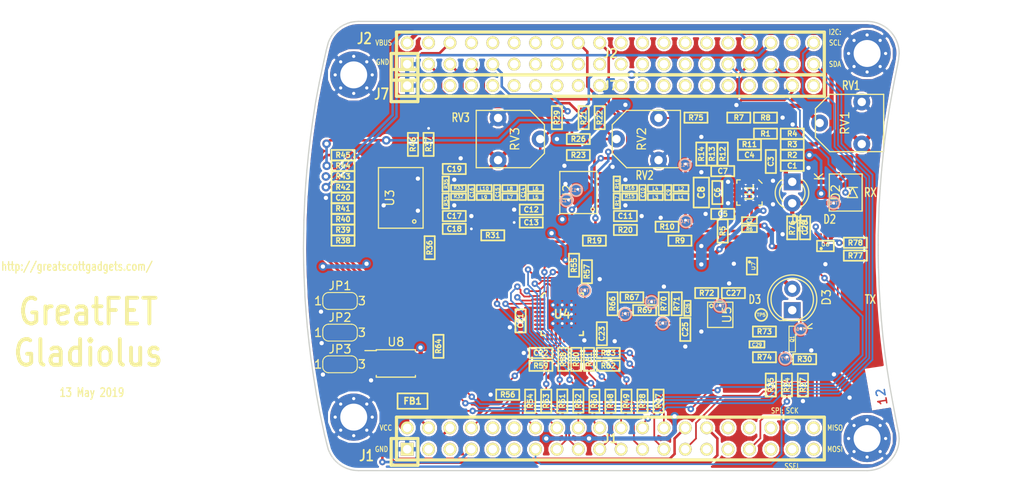
<source format=kicad_pcb>
(kicad_pcb (version 20171130) (host pcbnew 5.0.2-bee76a0~70~ubuntu18.04.1)
  (layers (0 F.Cu signal) (31 B.Cu signal) (35 F.Paste user hide) (37 F.SilkS user) (38 B.Mask user) (39 F.Mask user hide) (44 Edge.Cuts user))
  (net 0 "")
  (net 1 GND)
  (net 2 VCC)
  (net 3 /VBUS)
  (net 4 "Net-(C1-Pad1)")
  (net 5 "Net-(C2-Pad1)")
  (net 6 "Net-(C3-Pad1)")
  (net 7 "Net-(C4-Pad1)")
  (net 8 "Net-(C5-Pad1)")
  (net 9 "Net-(C7-Pad1)")
  (net 10 "Net-(C9-Pad2)")
  (net 11 "Net-(C9-Pad1)")
  (net 12 "Net-(C10-Pad2)")
  (net 13 "Net-(C10-Pad1)")
  (net 14 "Net-(C13-Pad1)")
  (net 15 "Net-(C14-Pad2)")
  (net 16 "Net-(C14-Pad1)")
  (net 17 "Net-(C15-Pad2)")
  (net 18 "Net-(C15-Pad1)")
  (net 19 "Net-(C16-Pad2)")
  (net 20 "Net-(C16-Pad1)")
  (net 21 "Net-(C18-Pad2)")
  (net 22 "Net-(FB1-Pad2)")
  (net 23 /P0_0)
  (net 24 /P0_1)
  (net 25 /P1_0)
  (net 26 /P5_0)
  (net 27 /P1_5)
  (net 28 /P5_2)
  (net 29 /P1_7)
  (net 30 /P1_6)
  (net 31 /P1_9)
  (net 32 /P1_8)
  (net 33 /P5_3)
  (net 34 /P1_10)
  (net 35 /P1_12)
  (net 36 /P1_11)
  (net 37 /P5_5)
  (net 38 /P1_14)
  (net 39 /P1_13)
  (net 40 /P5_6)
  (net 41 /P1_15)
  (net 42 /P1_16)
  (net 43 /P4_8)
  (net 44 /ADC0_0)
  (net 45 /P4_4)
  (net 46 /P4_3)
  (net 47 /P2_5)
  (net 48 /P2_3)
  (net 49 /P2_2)
  (net 50 /P6_6)
  (net 51 /P2_1)
  (net 52 /P6_3)
  (net 53 "Net-(L5-Pad2)")
  (net 54 "Net-(L6-Pad2)")
  (net 55 "Net-(Q1-Pad1)")
  (net 56 "Net-(R9-Pad1)")
  (net 57 "Net-(R15-Pad2)")
  (net 58 "Net-(R16-Pad2)")
  (net 59 "Net-(R19-Pad2)")
  (net 60 "Net-(R20-Pad1)")
  (net 61 "Net-(R21-Pad1)")
  (net 62 "Net-(R23-Pad1)")
  (net 63 "Net-(R29-Pad1)")
  (net 64 "Net-(R32-Pad2)")
  (net 65 "Net-(R33-Pad2)")
  (net 66 /ADCCLK)
  (net 67 /D0)
  (net 68 /D1)
  (net 69 /D2)
  (net 70 /D3)
  (net 71 /D4)
  (net 72 /D5)
  (net 73 /D6)
  (net 74 /D7)
  (net 75 "Net-(C25-Pad1)")
  (net 76 "Net-(C26-Pad2)")
  (net 77 "Net-(C26-Pad1)")
  (net 78 "Net-(R28-Pad1)")
  (net 79 "Net-(R47-Pad1)")
  (net 80 "Net-(R48-Pad1)")
  (net 81 "Net-(R49-Pad1)")
  (net 82 "Net-(R50-Pad1)")
  (net 83 "Net-(R51-Pad1)")
  (net 84 "Net-(R52-Pad1)")
  (net 85 "Net-(R53-Pad1)")
  (net 86 /DACCLK)
  (net 87 "Net-(R57-Pad2)")
  (net 88 "Net-(R66-Pad1)")
  (net 89 "Net-(R72-Pad2)")
  (net 90 "Net-(R75-Pad1)")
  (net 91 /RXIN)
  (net 92 /TXOUT)
  (net 93 "Net-(C2-Pad2)")
  (net 94 "Net-(R77-Pad1)")
  (net 95 "Net-(C29-Pad2)")
  (net 96 "Net-(C29-Pad1)")
  (net 97 "Net-(R69-Pad2)")
  (net 98 "Net-(D3-Pad2)")
  (net 99 /P6_7)
  (net 100 "Net-(Q1-Pad2)")
  (net 101 "Net-(R67-Pad1)")
  (net 102 /P5_4)
  (net 103 /P4_5)
  (net 104 /I2C0_SDA)
  (net 105 /I2C0_SCL)
  (net 106 /P9_5)
  (net 107 "Net-(JP1-Pad2)")
  (net 108 "Net-(JP2-Pad2)")
  (net 109 "Net-(JP3-Pad2)")
  (module Jumper:SolderJumper-3_P1.3mm_Bridged12_RoundedPad1.0x1.5mm_NumberLabels (layer F.Cu) (at 113.9444 101.7778)
    (fp_text reference JP1 (at 0 -1.8) (layer F.SilkS))
    (fp_text value Jumper_3_Bridged12)
    (fp_text user 3 (at 2.6 0) (layer F.SilkS))
    (fp_text user 1 (at -2.6 0) (layer F.SilkS))
    (pad 1 smd custom (at -1.3 0) (size 1 0.5) (layers F.Cu F.Mask) (net 1 GND) (options (clearance outline) (anchor rect)) (primitives (gr_circle (center 0 0.25) (end 0.5 0.25) (width 0)) (gr_circle (center 0 -0.25) (end 0.5 -0.25) (width 0)) (gr_poly (pts (xy 0.55 -0.75) (xy 0 -0.75) (xy 0 0.75) (xy 0.55 0.75)) (width 0)) (gr_poly (pts (xy 0.4 -0.3) (xy 0.9 -0.3) (xy 0.9 0.3) (xy 0.4 0.3)) (width 0))))
    (pad 3 smd custom (at 1.3 0) (size 1 0.5) (layers F.Cu F.Mask) (net 2 VCC) (options (clearance outline) (anchor rect)) (primitives (gr_circle (center 0 0.25) (end 0.5 0.25) (width 0)) (gr_circle (center 0 -0.25) (end 0.5 -0.25) (width 0)) (gr_poly (pts (xy -0.55 -0.75) (xy 0 -0.75) (xy 0 0.75) (xy -0.55 0.75)) (width 0))))
    (pad 2 smd rect (at 0 0) (size 1 1.5) (layers F.Cu F.Mask) (net 107 "Net-(JP1-Pad2)"))
  )
  (module Jumper:SolderJumper-3_P1.3mm_Bridged12_RoundedPad1.0x1.5mm_NumberLabels (layer F.Cu) (at 113.9444 105.537)
    (fp_text reference JP2 (at 0 -1.8) (layer F.SilkS))
    (fp_text value Jumper_3_Bridged12)
    (fp_text user 1 (at -2.6 0) (layer F.SilkS))
    (fp_text user 3 (at 2.6 0) (layer F.SilkS))
    (pad 2 smd rect (at 0 0) (size 1 1.5) (layers F.Cu F.Mask) (net 108 "Net-(JP2-Pad2)"))
    (pad 3 smd custom (at 1.3 0) (size 1 0.5) (layers F.Cu F.Mask) (net 2 VCC) (options (clearance outline) (anchor rect)) (primitives (gr_circle (center 0 0.25) (end 0.5 0.25) (width 0)) (gr_circle (center 0 -0.25) (end 0.5 -0.25) (width 0)) (gr_poly (pts (xy -0.55 -0.75) (xy 0 -0.75) (xy 0 0.75) (xy -0.55 0.75)) (width 0))))
    (pad 1 smd custom (at -1.3 0) (size 1 0.5) (layers F.Cu F.Mask) (net 1 GND) (options (clearance outline) (anchor rect)) (primitives (gr_circle (center 0 0.25) (end 0.5 0.25) (width 0)) (gr_circle (center 0 -0.25) (end 0.5 -0.25) (width 0)) (gr_poly (pts (xy 0.55 -0.75) (xy 0 -0.75) (xy 0 0.75) (xy 0.55 0.75)) (width 0)) (gr_poly (pts (xy 0.4 -0.3) (xy 0.9 -0.3) (xy 0.9 0.3) (xy 0.4 0.3)) (width 0))))
  )
  (module Jumper:SolderJumper-3_P1.3mm_Bridged12_RoundedPad1.0x1.5mm_NumberLabels (layer F.Cu) (at 113.9444 109.2962)
    (fp_text reference JP3 (at 0 -1.8) (layer F.SilkS))
    (fp_text value Jumper_3_Bridged12)
    (fp_text user 3 (at 2.6 0) (layer F.SilkS))
    (fp_text user 1 (at -2.6 0) (layer F.SilkS))
    (pad 1 smd custom (at -1.3 0) (size 1 0.5) (layers F.Cu F.Mask) (net 1 GND) (options (clearance outline) (anchor rect)) (primitives (gr_circle (center 0 0.25) (end 0.5 0.25) (width 0)) (gr_circle (center 0 -0.25) (end 0.5 -0.25) (width 0)) (gr_poly (pts (xy 0.55 -0.75) (xy 0 -0.75) (xy 0 0.75) (xy 0.55 0.75)) (width 0)) (gr_poly (pts (xy 0.4 -0.3) (xy 0.9 -0.3) (xy 0.9 0.3) (xy 0.4 0.3)) (width 0))))
    (pad 3 smd custom (at 1.3 0) (size 1 0.5) (layers F.Cu F.Mask) (net 2 VCC) (options (clearance outline) (anchor rect)) (primitives (gr_circle (center 0 0.25) (end 0.5 0.25) (width 0)) (gr_circle (center 0 -0.25) (end 0.5 -0.25) (width 0)) (gr_poly (pts (xy -0.55 -0.75) (xy 0 -0.75) (xy 0 0.75) (xy -0.55 0.75)) (width 0))))
    (pad 2 smd rect (at 0 0) (size 1 1.5) (layers F.Cu F.Mask) (net 109 "Net-(JP3-Pad2)"))
  )
  (module gsg-modules:0603 (layer F.Cu) (at 125.6284 107.1626 270)
    (fp_text reference R64 (at 0 0 270) (layer F.SilkS) (effects (font (size 0.6096 0.6096) (thickness 0.1524))))
    (fp_text value 10k hide)
    (pad 2 smd rect (at 0.762 0 270) (size 0.8636 0.8636) (layers F.Cu F.Paste F.Mask) (net 51 /P2_1))
    (pad 1 smd rect (at -0.762 0 270) (size 0.8636 0.8636) (layers F.Cu F.Paste F.Mask) (net 2 VCC))
  )
  (module gsg-modules:TESTPOINT-50MIL (layer B.Cu) (at 141.986 88.6206)
    (fp_text reference TP13 (at 0 0) (layer B.SilkS) (effects (font (size 0.381 0.381) (thickness 0.09652)) (justify mirror)))
    (fp_text value TestPoint hide)
    (pad 1 smd circle (at 0 0) (size 1.27 1.27) (layers B.Cu B.Mask) (net 54 "Net-(L6-Pad2)"))
  )
  (module gsg-modules:TESTPOINT-50MIL (layer B.Cu) (at 172.5422 90.1446)
    (fp_text reference TP8 (at 0 0) (layer B.SilkS) (effects (font (size 0.381 0.381) (thickness 0.09652)) (justify mirror)))
    (fp_text value TestPoint hide)
    (pad 1 smd circle (at 0 0) (size 1.27 1.27) (layers B.Cu B.Mask) (net 91 /RXIN))
  )
  (module gsg-modules:TESTPOINT-50MIL (layer B.Cu) (at 142.9512 100.5332)
    (fp_text reference TP9 (at 0 0) (layer B.SilkS) (effects (font (size 0.381 0.381) (thickness 0.09652)) (justify mirror)))
    (fp_text value TestPoint hide)
    (pad 1 smd circle (at 0 0) (size 1.27 1.27) (layers B.Cu B.Mask) (net 87 "Net-(R57-Pad2)"))
  )
  (module gsg-modules:TESTPOINT-50MIL (layer B.Cu) (at 155.0162 92.329)
    (fp_text reference TP10 (at 0 0) (layer B.SilkS) (effects (font (size 0.381 0.381) (thickness 0.09652)) (justify mirror)))
    (fp_text value TestPoint hide)
    (pad 1 smd circle (at 0 0) (size 1.27 1.27) (layers B.Cu B.Mask) (net 5 "Net-(C2-Pad1)"))
  )
  (module gsg-modules:TESTPOINT-50MIL (layer B.Cu) (at 154.9146 85.6234)
    (fp_text reference TP11 (at 0 0) (layer B.SilkS) (effects (font (size 0.381 0.381) (thickness 0.09652)) (justify mirror)))
    (fp_text value TestPoint hide)
    (pad 1 smd circle (at 0 0) (size 1.27 1.27) (layers B.Cu B.Mask) (net 7 "Net-(C4-Pad1)"))
  )
  (module gsg-modules:TESTPOINT-50MIL (layer B.Cu) (at 140.843 89.8398)
    (fp_text reference TP12 (at 0 0) (layer B.SilkS) (effects (font (size 0.381 0.381) (thickness 0.09652)) (justify mirror)))
    (fp_text value TestPoint hide)
    (pad 1 smd circle (at 0 0) (size 1.27 1.27) (layers B.Cu B.Mask) (net 53 "Net-(L5-Pad2)"))
  )
  (module gsg-modules:0603 (layer F.Cu) (at 167.64 83.185)
    (fp_text reference R3 (at 0 0) (layer F.SilkS) (effects (font (size 0.6096 0.6096) (thickness 0.1524))))
    (fp_text value 0 hide)
    (pad 2 smd rect (at 0.762 0) (size 0.8636 0.8636) (layers F.Cu F.Paste F.Mask) (net 3 /VBUS))
    (pad 1 smd rect (at -0.762 0) (size 0.8636 0.8636) (layers F.Cu F.Paste F.Mask) (net 4 "Net-(C1-Pad1)"))
  )
  (module gsg-modules:0603 (layer F.Cu) (at 167.005 111.76 270)
    (fp_text reference R24 (at 0 0 270) (layer F.SilkS) (effects (font (size 0.6096 0.6096) (thickness 0.1524))))
    (fp_text value 1k hide)
    (pad 2 smd rect (at 0.762 0 270) (size 0.8636 0.8636) (layers F.Cu F.Paste F.Mask) (net 27 /P1_5))
    (pad 1 smd rect (at -0.762 0 270) (size 0.8636 0.8636) (layers F.Cu F.Paste F.Mask) (net 75 "Net-(C25-Pad1)"))
  )
  (module gsg-modules:0603 (layer F.Cu) (at 165.1 111.76 270)
    (fp_text reference R25 (at 0 0 270) (layer F.SilkS) (effects (font (size 0.6096 0.6096) (thickness 0.1524))))
    (fp_text value 1k hide)
    (pad 2 smd rect (at 0.762 0 270) (size 0.8636 0.8636) (layers F.Cu F.Paste F.Mask) (net 40 /P5_6))
    (pad 1 smd rect (at -0.762 0 270) (size 0.8636 0.8636) (layers F.Cu F.Paste F.Mask) (net 75 "Net-(C25-Pad1)"))
  )
  (module gsg-modules:0603 (layer F.Cu) (at 137.795 107.95 180)
    (fp_text reference C22 (at 0 0 180) (layer F.SilkS) (effects (font (size 0.6096 0.6096) (thickness 0.1524))))
    (fp_text value 100nF hide)
    (pad 2 smd rect (at 0.762 0 180) (size 0.8636 0.8636) (layers F.Cu F.Paste F.Mask) (net 1 GND))
    (pad 1 smd rect (at -0.762 0 180) (size 0.8636 0.8636) (layers F.Cu F.Paste F.Mask) (net 2 VCC))
  )
  (module gsg-modules:0603 (layer F.Cu) (at 169.1132 108.6866)
    (fp_text reference R30 (at 0 0) (layer F.SilkS) (effects (font (size 0.6096 0.6096) (thickness 0.1524))))
    (fp_text value 75 hide)
    (pad 2 smd rect (at 0.762 0) (size 0.8636 0.8636) (layers F.Cu F.Paste F.Mask) (net 1 GND))
    (pad 1 smd rect (at -0.762 0) (size 0.8636 0.8636) (layers F.Cu F.Paste F.Mask) (net 100 "Net-(Q1-Pad2)"))
  )
  (module LEDs:LED-5MM (layer F.Cu) (at 167.64 102.87 90)
    (fp_text reference D3 (at 1.524 4.064 90) (layer F.SilkS))
    (fp_text value LED)
    (fp_text user K (at -1.905 1.905 90) (layer F.SilkS))
    (pad 1 thru_hole rect (at 0 0 180) (size 2 1.9) (drill 1.00076) (layers *.Cu *.Mask) (net 92 /TXOUT))
    (pad 2 thru_hole circle (at 2.54 0 90) (size 1.9 1.9) (drill 1.00076) (layers *.Cu *.Mask) (net 98 "Net-(D3-Pad2)"))
  )
  (module gsg-modules:SOT23-3 (layer F.Cu) (at 167.64 106.299 90)
    (fp_text reference Q1 (at 0 0 90) (layer F.SilkS) (effects (font (size 0.4572 0.381) (thickness 0.09525))))
    (fp_text value Q_NPN_BEC hide)
    (pad 2 smd rect (at -0.889 -1.016 90) (size 0.9144 0.9144) (layers F.Cu F.Paste F.Mask) (net 100 "Net-(Q1-Pad2)"))
    (pad 1 smd rect (at 0.889 -1.016 90) (size 0.9144 0.9144) (layers F.Cu F.Paste F.Mask) (net 55 "Net-(Q1-Pad1)"))
    (pad 3 smd rect (at 0 1.016 90) (size 0.9144 0.9144) (layers F.Cu F.Paste F.Mask) (net 92 /TXOUT))
  )
  (module gsg-modules:TSSOP16 (layer F.Cu) (at 142.24 88.9 180)
    (fp_text reference U2 (at 1.3 0 270) (layer F.SilkS))
    (fp_text value AD8330ARQZ hide)
    (pad 1 smd rect (at -2.925 -2.275 180) (size 1.05 0.32) (layers F.Cu F.Paste F.Mask) (net 60 "Net-(R20-Pad1)"))
    (pad 2 smd rect (at -2.925 -1.625 180) (size 1.05 0.32) (layers F.Cu F.Paste F.Mask) (net 59 "Net-(R19-Pad2)"))
    (pad 3 smd rect (at -2.925 -0.975 180) (size 1.05 0.32) (layers F.Cu F.Paste F.Mask) (net 2 VCC))
    (pad 4 smd rect (at -2.925 -0.325 180) (size 1.05 0.32) (layers F.Cu F.Paste F.Mask) (net 57 "Net-(R15-Pad2)"))
    (pad 5 smd rect (at -2.925 0.325 180) (size 1.05 0.32) (layers F.Cu F.Paste F.Mask) (net 58 "Net-(R16-Pad2)"))
    (pad 6 smd rect (at -2.925 0.975 180) (size 1.05 0.32) (layers F.Cu F.Paste F.Mask) (net 62 "Net-(R23-Pad1)"))
    (pad 7 smd rect (at -2.925 1.625 180) (size 1.05 0.32) (layers F.Cu F.Paste F.Mask) (net 61 "Net-(R21-Pad1)"))
    (pad 8 smd rect (at -2.925 2.275 180) (size 1.05 0.32) (layers F.Cu F.Paste F.Mask) (net 1 GND))
    (pad 9 smd rect (at 2.925 2.275 180) (size 1.05 0.32) (layers F.Cu F.Paste F.Mask) (net 1 GND))
    (pad 10 smd rect (at 2.925 1.625 180) (size 1.05 0.32) (layers F.Cu F.Paste F.Mask) (net 63 "Net-(R29-Pad1)"))
    (pad 11 smd rect (at 2.925 0.975 180) (size 1.05 0.32) (layers F.Cu F.Paste F.Mask) (net 1 GND))
    (pad 12 smd rect (at 2.925 0.325 180) (size 1.05 0.32) (layers F.Cu F.Paste F.Mask) (net 54 "Net-(L6-Pad2)"))
    (pad 13 smd rect (at 2.925 -0.325 180) (size 1.05 0.32) (layers F.Cu F.Paste F.Mask) (net 53 "Net-(L5-Pad2)"))
    (pad 14 smd rect (at 2.925 -0.975 180) (size 1.05 0.32) (layers F.Cu F.Paste F.Mask) (net 2 VCC))
    (pad 15 smd rect (at 2.925 -1.625 180) (size 1.05 0.32) (layers F.Cu F.Paste F.Mask) (net 14 "Net-(C13-Pad1)"))
    (pad 16 smd rect (at 2.925 -2.275 180) (size 1.05 0.32) (layers F.Cu F.Paste F.Mask) (net 2 VCC))
  )
  (module gsg-modules:HEADER-1x20 (layer F.Cu) (at 146.05 76.2)
    (fp_text reference J7 (at 0 0) (layer F.SilkS) (effects (font (size 1.016 1.016) (thickness 0.2032))))
    (fp_text value BONUS_ROW hide)
    (pad 1 thru_hole rect (at -24.13 0) (size 1.524 1.524) (drill 1.016) (layers *.Cu *.Mask F.SilkS) (net 1 GND))
    (pad 2 thru_hole circle (at -21.59 0) (size 1.524 1.524) (drill 1.016) (layers *.Cu *.Mask F.SilkS))
    (pad 3 thru_hole circle (at -19.05 0) (size 1.524 1.524) (drill 1.016) (layers *.Cu *.Mask F.SilkS))
    (pad 4 thru_hole circle (at -16.51 0) (size 1.524 1.524) (drill 1.016) (layers *.Cu *.Mask F.SilkS))
    (pad 5 thru_hole circle (at -13.97 0) (size 1.524 1.524) (drill 1.016) (layers *.Cu *.Mask F.SilkS))
    (pad 6 thru_hole circle (at -11.43 0) (size 1.524 1.524) (drill 1.016) (layers *.Cu *.Mask F.SilkS))
    (pad 7 thru_hole circle (at -8.89 0) (size 1.524 1.524) (drill 1.016) (layers *.Cu *.Mask F.SilkS))
    (pad 8 thru_hole circle (at -6.35 0) (size 1.524 1.524) (drill 1.016) (layers *.Cu *.Mask F.SilkS))
    (pad 9 thru_hole circle (at -3.81 0) (size 1.524 1.524) (drill 1.016) (layers *.Cu *.Mask F.SilkS))
    (pad 10 thru_hole circle (at -1.27 0) (size 1.524 1.524) (drill 1.016) (layers *.Cu *.Mask F.SilkS) (net 1 GND))
    (pad 11 thru_hole circle (at 1.27 0) (size 1.524 1.524) (drill 1.016) (layers *.Cu *.Mask F.SilkS))
    (pad 12 thru_hole circle (at 3.81 0) (size 1.524 1.524) (drill 1.016) (layers *.Cu *.Mask F.SilkS))
    (pad 13 thru_hole circle (at 6.35 0) (size 1.524 1.524) (drill 1.016) (layers *.Cu *.Mask F.SilkS))
    (pad 14 thru_hole circle (at 8.89 0) (size 1.524 1.524) (drill 1.016) (layers *.Cu *.Mask F.SilkS))
    (pad 15 thru_hole circle (at 11.43 0) (size 1.524 1.524) (drill 1.016) (layers *.Cu *.Mask F.SilkS))
    (pad 16 thru_hole circle (at 13.97 0) (size 1.524 1.524) (drill 1.016) (layers *.Cu *.Mask F.SilkS))
    (pad 17 thru_hole circle (at 16.51 0) (size 1.524 1.524) (drill 1.016) (layers *.Cu *.Mask F.SilkS))
    (pad 18 thru_hole circle (at 19.05 0) (size 1.524 1.524) (drill 1.016) (layers *.Cu *.Mask F.SilkS))
    (pad 19 thru_hole circle (at 21.59 0) (size 1.524 1.524) (drill 1.016) (layers *.Cu *.Mask F.SilkS) (net 1 GND))
    (pad 20 thru_hole circle (at 24.13 0) (size 1.524 1.524) (drill 1.016) (layers *.Cu *.Mask F.SilkS))
  )
  (module gsg-modules:HEADER-2x20 (layer F.Cu) (at 146.05 118.11)
    (fp_text reference J1 (at 0 0) (layer F.SilkS) (effects (font (size 1.016 1.016) (thickness 0.2032))))
    (fp_text value NEIGHBOR1 hide)
    (pad 1 thru_hole rect (at -24.13 1.27) (size 1.524 1.524) (drill 1.016) (layers *.Cu *.Mask F.SilkS) (net 1 GND))
    (pad 2 thru_hole circle (at -24.13 -1.27) (size 1.524 1.524) (drill 1.016) (layers *.Cu *.Mask F.SilkS) (net 22 "Net-(FB1-Pad2)"))
    (pad 3 thru_hole circle (at -21.59 1.27) (size 1.524 1.524) (drill 1.016) (layers *.Cu *.Mask F.SilkS))
    (pad 4 thru_hole circle (at -21.59 -1.27) (size 1.524 1.524) (drill 1.016) (layers *.Cu *.Mask F.SilkS) (net 23 /P0_0))
    (pad 5 thru_hole circle (at -19.05 1.27) (size 1.524 1.524) (drill 1.016) (layers *.Cu *.Mask F.SilkS))
    (pad 6 thru_hole circle (at -19.05 -1.27) (size 1.524 1.524) (drill 1.016) (layers *.Cu *.Mask F.SilkS) (net 24 /P0_1))
    (pad 7 thru_hole circle (at -16.51 1.27) (size 1.524 1.524) (drill 1.016) (layers *.Cu *.Mask F.SilkS) (net 25 /P1_0))
    (pad 8 thru_hole circle (at -16.51 -1.27) (size 1.524 1.524) (drill 1.016) (layers *.Cu *.Mask F.SilkS) (net 26 /P5_0))
    (pad 9 thru_hole circle (at -13.97 1.27) (size 1.524 1.524) (drill 1.016) (layers *.Cu *.Mask F.SilkS))
    (pad 10 thru_hole circle (at -13.97 -1.27) (size 1.524 1.524) (drill 1.016) (layers *.Cu *.Mask F.SilkS))
    (pad 11 thru_hole circle (at -11.43 1.27) (size 1.524 1.524) (drill 1.016) (layers *.Cu *.Mask F.SilkS))
    (pad 12 thru_hole circle (at -11.43 -1.27) (size 1.524 1.524) (drill 1.016) (layers *.Cu *.Mask F.SilkS))
    (pad 13 thru_hole circle (at -8.89 1.27) (size 1.524 1.524) (drill 1.016) (layers *.Cu *.Mask F.SilkS) (net 27 /P1_5))
    (pad 14 thru_hole circle (at -8.89 -1.27) (size 1.524 1.524) (drill 1.016) (layers *.Cu *.Mask F.SilkS) (net 28 /P5_2))
    (pad 15 thru_hole circle (at -6.35 1.27) (size 1.524 1.524) (drill 1.016) (layers *.Cu *.Mask F.SilkS) (net 29 /P1_7))
    (pad 16 thru_hole circle (at -6.35 -1.27) (size 1.524 1.524) (drill 1.016) (layers *.Cu *.Mask F.SilkS) (net 30 /P1_6))
    (pad 17 thru_hole circle (at -3.81 1.27) (size 1.524 1.524) (drill 1.016) (layers *.Cu *.Mask F.SilkS) (net 31 /P1_9))
    (pad 18 thru_hole circle (at -3.81 -1.27) (size 1.524 1.524) (drill 1.016) (layers *.Cu *.Mask F.SilkS) (net 32 /P1_8))
    (pad 19 thru_hole circle (at -1.27 1.27) (size 1.524 1.524) (drill 1.016) (layers *.Cu *.Mask F.SilkS) (net 33 /P5_3))
    (pad 20 thru_hole circle (at -1.27 -1.27) (size 1.524 1.524) (drill 1.016) (layers *.Cu *.Mask F.SilkS) (net 34 /P1_10))
    (pad 21 thru_hole circle (at 1.27 1.27) (size 1.524 1.524) (drill 1.016) (layers *.Cu *.Mask F.SilkS) (net 35 /P1_12))
    (pad 22 thru_hole circle (at 1.27 -1.27) (size 1.524 1.524) (drill 1.016) (layers *.Cu *.Mask F.SilkS) (net 36 /P1_11))
    (pad 23 thru_hole circle (at 3.81 1.27) (size 1.524 1.524) (drill 1.016) (layers *.Cu *.Mask F.SilkS) (net 37 /P5_5))
    (pad 24 thru_hole circle (at 3.81 -1.27) (size 1.524 1.524) (drill 1.016) (layers *.Cu *.Mask F.SilkS) (net 102 /P5_4))
    (pad 25 thru_hole circle (at 6.35 1.27) (size 1.524 1.524) (drill 1.016) (layers *.Cu *.Mask F.SilkS) (net 38 /P1_14))
    (pad 26 thru_hole circle (at 6.35 -1.27) (size 1.524 1.524) (drill 1.016) (layers *.Cu *.Mask F.SilkS) (net 39 /P1_13))
    (pad 27 thru_hole circle (at 8.89 1.27) (size 1.524 1.524) (drill 1.016) (layers *.Cu *.Mask F.SilkS) (net 40 /P5_6))
    (pad 28 thru_hole circle (at 8.89 -1.27) (size 1.524 1.524) (drill 1.016) (layers *.Cu *.Mask F.SilkS) (net 41 /P1_15))
    (pad 29 thru_hole circle (at 11.43 1.27) (size 1.524 1.524) (drill 1.016) (layers *.Cu *.Mask F.SilkS))
    (pad 30 thru_hole circle (at 11.43 -1.27) (size 1.524 1.524) (drill 1.016) (layers *.Cu *.Mask F.SilkS) (net 42 /P1_16))
    (pad 31 thru_hole circle (at 13.97 1.27) (size 1.524 1.524) (drill 1.016) (layers *.Cu *.Mask F.SilkS))
    (pad 32 thru_hole circle (at 13.97 -1.27) (size 1.524 1.524) (drill 1.016) (layers *.Cu *.Mask F.SilkS))
    (pad 33 thru_hole circle (at 16.51 1.27) (size 1.524 1.524) (drill 1.016) (layers *.Cu *.Mask F.SilkS) (net 106 /P9_5))
    (pad 34 thru_hole circle (at 16.51 -1.27) (size 1.524 1.524) (drill 1.016) (layers *.Cu *.Mask F.SilkS))
    (pad 35 thru_hole circle (at 19.05 1.27) (size 1.524 1.524) (drill 1.016) (layers *.Cu *.Mask F.SilkS))
    (pad 36 thru_hole circle (at 19.05 -1.27) (size 1.524 1.524) (drill 1.016) (layers *.Cu *.Mask F.SilkS))
    (pad 37 thru_hole circle (at 21.59 1.27) (size 1.524 1.524) (drill 1.016) (layers *.Cu *.Mask F.SilkS))
    (pad 38 thru_hole circle (at 21.59 -1.27) (size 1.524 1.524) (drill 1.016) (layers *.Cu *.Mask F.SilkS))
    (pad 39 thru_hole circle (at 24.13 1.27) (size 1.524 1.524) (drill 1.016) (layers *.Cu *.Mask F.SilkS))
    (pad 40 thru_hole circle (at 24.13 -1.27) (size 1.524 1.524) (drill 1.016) (layers *.Cu *.Mask F.SilkS))
  )
  (module gsg-modules:HEADER-2x20 (layer F.Cu) (at 146.05 72.39)
    (fp_text reference J2 (at 0 0) (layer F.SilkS) (effects (font (size 1.016 1.016) (thickness 0.2032))))
    (fp_text value NEIGHBOR2 hide)
    (pad 1 thru_hole rect (at -24.13 1.27) (size 1.524 1.524) (drill 1.016) (layers *.Cu *.Mask F.SilkS) (net 1 GND))
    (pad 2 thru_hole circle (at -24.13 -1.27) (size 1.524 1.524) (drill 1.016) (layers *.Cu *.Mask F.SilkS) (net 3 /VBUS))
    (pad 3 thru_hole circle (at -21.59 1.27) (size 1.524 1.524) (drill 1.016) (layers *.Cu *.Mask F.SilkS) (net 43 /P4_8))
    (pad 4 thru_hole circle (at -21.59 -1.27) (size 1.524 1.524) (drill 1.016) (layers *.Cu *.Mask F.SilkS))
    (pad 5 thru_hole circle (at -19.05 1.27) (size 1.524 1.524) (drill 1.016) (layers *.Cu *.Mask F.SilkS) (net 44 /ADC0_0))
    (pad 6 thru_hole circle (at -19.05 -1.27) (size 1.524 1.524) (drill 1.016) (layers *.Cu *.Mask F.SilkS) (net 103 /P4_5))
    (pad 7 thru_hole circle (at -16.51 1.27) (size 1.524 1.524) (drill 1.016) (layers *.Cu *.Mask F.SilkS) (net 45 /P4_4))
    (pad 8 thru_hole circle (at -16.51 -1.27) (size 1.524 1.524) (drill 1.016) (layers *.Cu *.Mask F.SilkS))
    (pad 9 thru_hole circle (at -13.97 1.27) (size 1.524 1.524) (drill 1.016) (layers *.Cu *.Mask F.SilkS) (net 46 /P4_3))
    (pad 10 thru_hole circle (at -13.97 -1.27) (size 1.524 1.524) (drill 1.016) (layers *.Cu *.Mask F.SilkS))
    (pad 11 thru_hole circle (at -11.43 1.27) (size 1.524 1.524) (drill 1.016) (layers *.Cu *.Mask F.SilkS))
    (pad 12 thru_hole circle (at -11.43 -1.27) (size 1.524 1.524) (drill 1.016) (layers *.Cu *.Mask F.SilkS))
    (pad 13 thru_hole circle (at -8.89 1.27) (size 1.524 1.524) (drill 1.016) (layers *.Cu *.Mask F.SilkS))
    (pad 14 thru_hole circle (at -8.89 -1.27) (size 1.524 1.524) (drill 1.016) (layers *.Cu *.Mask F.SilkS))
    (pad 15 thru_hole circle (at -6.35 1.27) (size 1.524 1.524) (drill 1.016) (layers *.Cu *.Mask F.SilkS))
    (pad 16 thru_hole circle (at -6.35 -1.27) (size 1.524 1.524) (drill 1.016) (layers *.Cu *.Mask F.SilkS))
    (pad 17 thru_hole circle (at -3.81 1.27) (size 1.524 1.524) (drill 1.016) (layers *.Cu *.Mask F.SilkS))
    (pad 18 thru_hole circle (at -3.81 -1.27) (size 1.524 1.524) (drill 1.016) (layers *.Cu *.Mask F.SilkS) (net 47 /P2_5))
    (pad 19 thru_hole circle (at -1.27 1.27) (size 1.524 1.524) (drill 1.016) (layers *.Cu *.Mask F.SilkS))
    (pad 20 thru_hole circle (at -1.27 -1.27) (size 1.524 1.524) (drill 1.016) (layers *.Cu *.Mask F.SilkS) (net 48 /P2_3))
    (pad 21 thru_hole circle (at 1.27 1.27) (size 1.524 1.524) (drill 1.016) (layers *.Cu *.Mask F.SilkS))
    (pad 22 thru_hole circle (at 1.27 -1.27) (size 1.524 1.524) (drill 1.016) (layers *.Cu *.Mask F.SilkS))
    (pad 23 thru_hole circle (at 3.81 1.27) (size 1.524 1.524) (drill 1.016) (layers *.Cu *.Mask F.SilkS))
    (pad 24 thru_hole circle (at 3.81 -1.27) (size 1.524 1.524) (drill 1.016) (layers *.Cu *.Mask F.SilkS))
    (pad 25 thru_hole circle (at 6.35 1.27) (size 1.524 1.524) (drill 1.016) (layers *.Cu *.Mask F.SilkS))
    (pad 26 thru_hole circle (at 6.35 -1.27) (size 1.524 1.524) (drill 1.016) (layers *.Cu *.Mask F.SilkS))
    (pad 27 thru_hole circle (at 8.89 1.27) (size 1.524 1.524) (drill 1.016) (layers *.Cu *.Mask F.SilkS))
    (pad 28 thru_hole circle (at 8.89 -1.27) (size 1.524 1.524) (drill 1.016) (layers *.Cu *.Mask F.SilkS))
    (pad 29 thru_hole circle (at 11.43 1.27) (size 1.524 1.524) (drill 1.016) (layers *.Cu *.Mask F.SilkS))
    (pad 30 thru_hole circle (at 11.43 -1.27) (size 1.524 1.524) (drill 1.016) (layers *.Cu *.Mask F.SilkS))
    (pad 31 thru_hole circle (at 13.97 1.27) (size 1.524 1.524) (drill 1.016) (layers *.Cu *.Mask F.SilkS) (net 99 /P6_7))
    (pad 32 thru_hole circle (at 13.97 -1.27) (size 1.524 1.524) (drill 1.016) (layers *.Cu *.Mask F.SilkS))
    (pad 33 thru_hole circle (at 16.51 1.27) (size 1.524 1.524) (drill 1.016) (layers *.Cu *.Mask F.SilkS) (net 49 /P2_2))
    (pad 34 thru_hole circle (at 16.51 -1.27) (size 1.524 1.524) (drill 1.016) (layers *.Cu *.Mask F.SilkS) (net 50 /P6_6))
    (pad 35 thru_hole circle (at 19.05 1.27) (size 1.524 1.524) (drill 1.016) (layers *.Cu *.Mask F.SilkS) (net 51 /P2_1))
    (pad 36 thru_hole circle (at 19.05 -1.27) (size 1.524 1.524) (drill 1.016) (layers *.Cu *.Mask F.SilkS) (net 52 /P6_3))
    (pad 37 thru_hole circle (at 21.59 1.27) (size 1.524 1.524) (drill 1.016) (layers *.Cu *.Mask F.SilkS))
    (pad 38 thru_hole circle (at 21.59 -1.27) (size 1.524 1.524) (drill 1.016) (layers *.Cu *.Mask F.SilkS))
    (pad 39 thru_hole circle (at 24.13 1.27) (size 1.524 1.524) (drill 1.016) (layers *.Cu *.Mask F.SilkS) (net 104 /I2C0_SDA))
    (pad 40 thru_hole circle (at 24.13 -1.27) (size 1.524 1.524) (drill 1.016) (layers *.Cu *.Mask F.SilkS) (net 105 /I2C0_SCL))
  )
  (module gsg-modules:HOLE126MIL-COPPER (layer F.Cu) (at 115.57 74.93)
    (fp_text reference MH1 hide)
    (fp_text value MOUNTING_HOLE hide)
    (pad 1 thru_hole circle (at 0 0) (size 5.6 5.6) (drill 3.2004) (layers *.Cu *.Mask) (net 1 GND))
    (pad 1 thru_hole circle (at 0 -2.2) (size 0.6 0.6) (drill 0.381) (layers *.Cu *.Mask) (net 1 GND))
    (pad 1 thru_hole circle (at -2.2 0) (size 0.6 0.6) (drill 0.381) (layers *.Cu *.Mask) (net 1 GND))
    (pad 1 thru_hole circle (at 0 2.2) (size 0.6 0.6) (drill 0.381) (layers *.Cu *.Mask) (net 1 GND))
    (pad 1 thru_hole circle (at 2.2 0) (size 0.6 0.6) (drill 0.381) (layers *.Cu *.Mask) (net 1 GND))
    (pad 1 thru_hole circle (at 1.55 -1.55) (size 0.6 0.6) (drill 0.381) (layers *.Cu *.Mask) (net 1 GND))
    (pad 1 thru_hole circle (at -1.55 -1.55) (size 0.6 0.6) (drill 0.381) (layers *.Cu *.Mask) (net 1 GND))
    (pad 1 thru_hole circle (at -1.55 1.55) (size 0.6 0.6) (drill 0.381) (layers *.Cu *.Mask) (net 1 GND))
    (pad 1 thru_hole circle (at 1.55 1.55) (size 0.6 0.6) (drill 0.381) (layers *.Cu *.Mask) (net 1 GND))
  )
  (module gsg-modules:HOLE126MIL-COPPER (layer F.Cu) (at 115.57 115.57)
    (fp_text reference MH2 hide)
    (fp_text value MOUNTING_HOLE hide)
    (pad 1 thru_hole circle (at 0 0) (size 5.6 5.6) (drill 3.2004) (layers *.Cu *.Mask) (net 1 GND))
    (pad 1 thru_hole circle (at 0 -2.2) (size 0.6 0.6) (drill 0.381) (layers *.Cu *.Mask) (net 1 GND))
    (pad 1 thru_hole circle (at -2.2 0) (size 0.6 0.6) (drill 0.381) (layers *.Cu *.Mask) (net 1 GND))
    (pad 1 thru_hole circle (at 0 2.2) (size 0.6 0.6) (drill 0.381) (layers *.Cu *.Mask) (net 1 GND))
    (pad 1 thru_hole circle (at 2.2 0) (size 0.6 0.6) (drill 0.381) (layers *.Cu *.Mask) (net 1 GND))
    (pad 1 thru_hole circle (at 1.55 -1.55) (size 0.6 0.6) (drill 0.381) (layers *.Cu *.Mask) (net 1 GND))
    (pad 1 thru_hole circle (at -1.55 -1.55) (size 0.6 0.6) (drill 0.381) (layers *.Cu *.Mask) (net 1 GND))
    (pad 1 thru_hole circle (at -1.55 1.55) (size 0.6 0.6) (drill 0.381) (layers *.Cu *.Mask) (net 1 GND))
    (pad 1 thru_hole circle (at 1.55 1.55) (size 0.6 0.6) (drill 0.381) (layers *.Cu *.Mask) (net 1 GND))
  )
  (module gsg-modules:HOLE126MIL-COPPER (layer F.Cu) (at 176.53 118.11)
    (fp_text reference MH3 hide)
    (fp_text value MOUNTING_HOLE hide)
    (pad 1 thru_hole circle (at 0 0) (size 5.6 5.6) (drill 3.2004) (layers *.Cu *.Mask) (net 1 GND))
    (pad 1 thru_hole circle (at 0 -2.2) (size 0.6 0.6) (drill 0.381) (layers *.Cu *.Mask) (net 1 GND))
    (pad 1 thru_hole circle (at -2.2 0) (size 0.6 0.6) (drill 0.381) (layers *.Cu *.Mask) (net 1 GND))
    (pad 1 thru_hole circle (at 0 2.2) (size 0.6 0.6) (drill 0.381) (layers *.Cu *.Mask) (net 1 GND))
    (pad 1 thru_hole circle (at 2.2 0) (size 0.6 0.6) (drill 0.381) (layers *.Cu *.Mask) (net 1 GND))
    (pad 1 thru_hole circle (at 1.55 -1.55) (size 0.6 0.6) (drill 0.381) (layers *.Cu *.Mask) (net 1 GND))
    (pad 1 thru_hole circle (at -1.55 -1.55) (size 0.6 0.6) (drill 0.381) (layers *.Cu *.Mask) (net 1 GND))
    (pad 1 thru_hole circle (at -1.55 1.55) (size 0.6 0.6) (drill 0.381) (layers *.Cu *.Mask) (net 1 GND))
    (pad 1 thru_hole circle (at 1.55 1.55) (size 0.6 0.6) (drill 0.381) (layers *.Cu *.Mask) (net 1 GND))
  )
  (module gsg-modules:HOLE126MIL-COPPER (layer F.Cu) (at 176.53 72.39)
    (fp_text reference MH4 hide)
    (fp_text value MOUNTING_HOLE hide)
    (pad 1 thru_hole circle (at 0 0) (size 5.6 5.6) (drill 3.2004) (layers *.Cu *.Mask) (net 1 GND))
    (pad 1 thru_hole circle (at 0 -2.2) (size 0.6 0.6) (drill 0.381) (layers *.Cu *.Mask) (net 1 GND))
    (pad 1 thru_hole circle (at -2.2 0) (size 0.6 0.6) (drill 0.381) (layers *.Cu *.Mask) (net 1 GND))
    (pad 1 thru_hole circle (at 0 2.2) (size 0.6 0.6) (drill 0.381) (layers *.Cu *.Mask) (net 1 GND))
    (pad 1 thru_hole circle (at 2.2 0) (size 0.6 0.6) (drill 0.381) (layers *.Cu *.Mask) (net 1 GND))
    (pad 1 thru_hole circle (at 1.55 -1.55) (size 0.6 0.6) (drill 0.381) (layers *.Cu *.Mask) (net 1 GND))
    (pad 1 thru_hole circle (at -1.55 -1.55) (size 0.6 0.6) (drill 0.381) (layers *.Cu *.Mask) (net 1 GND))
    (pad 1 thru_hole circle (at -1.55 1.55) (size 0.6 0.6) (drill 0.381) (layers *.Cu *.Mask) (net 1 GND))
    (pad 1 thru_hole circle (at 1.55 1.55) (size 0.6 0.6) (drill 0.381) (layers *.Cu *.Mask) (net 1 GND))
  )
  (module gsg-modules:0805 (layer F.Cu) (at 156.845 88.9 90)
    (fp_text reference C8 (at 0 0 90) (layer F.SilkS) (effects (font (size 0.762 0.762) (thickness 0.1905))))
    (fp_text value 10uF hide)
    (pad 2 smd rect (at 1.016 0 90) (size 1.15062 1.44018) (layers F.Cu F.Paste F.Mask) (net 1 GND) (clearance 0.1778))
    (pad 1 smd rect (at -1.016 0 90) (size 1.15062 1.44018) (layers F.Cu F.Paste F.Mask) (net 2 VCC) (clearance 0.1778))
  )
  (module LEDs:LED-3MM (layer F.Cu) (at 167.64 87.63 270)
    (fp_text reference D1 (at 5.08 -1.27 270) (layer F.SilkS))
    (fp_text value PHOTODIODE)
    (fp_text user K (at -0.635 -3.175 270) (layer F.SilkS))
    (pad 1 thru_hole rect (at 0 0) (size 2 2) (drill 1.00076) (layers *.Cu *.Mask) (net 4 "Net-(C1-Pad1)"))
    (pad 2 thru_hole circle (at 2.54 0 270) (size 2 2) (drill 1.00076) (layers *.Cu *.Mask) (net 91 /RXIN))
  )
  (module gsg-modules:VBPW34FASR (layer F.Cu) (at 173.99 88.9 270)
    (fp_text reference D2 (at 0 1.2 270) (layer F.SilkS))
    (fp_text value PHOTODIODE)
    (pad 1 smd rect (at -3.575 0 270) (size 1.75 1.8) (layers F.Cu F.Paste F.Mask) (net 4 "Net-(C1-Pad1)"))
    (pad 2 smd rect (at 3.575 0 270) (size 1.75 1.8) (layers F.Cu F.Paste F.Mask) (net 91 /RXIN))
  )
  (module gsg-modules:0805 (layer F.Cu) (at 122.555 113.665 180)
    (fp_text reference FB1 (at 0 0 180) (layer F.SilkS) (effects (font (size 0.762 0.762) (thickness 0.1905))))
    (fp_text value FILTER hide)
    (pad 2 smd rect (at 1.016 0 180) (size 1.15062 1.44018) (layers F.Cu F.Paste F.Mask) (net 22 "Net-(FB1-Pad2)") (clearance 0.1778))
    (pad 1 smd rect (at -1.016 0 180) (size 1.15062 1.44018) (layers F.Cu F.Paste F.Mask) (net 2 VCC) (clearance 0.1778))
  )
  (module gsg-modules:3306F (layer F.Cu) (at 175.895 80.645 90)
    (fp_text reference RV1 (at 0 -2 90) (layer F.SilkS))
    (fp_text value POT)
    (pad 1 thru_hole circle (at -2.5 0 90) (size 2 2) (drill 1) (layers *.Cu *.Mask) (net 2 VCC))
    (pad 2 thru_hole circle (at 0 -5 90) (size 2 2) (drill 1) (layers *.Cu *.Mask) (net 6 "Net-(C3-Pad1)"))
    (pad 3 thru_hole circle (at 2.5 0 90) (size 2 2) (drill 1) (layers *.Cu *.Mask) (net 1 GND))
  )
  (module gsg-modules:3306F (layer F.Cu) (at 151.765 82.55 90)
    (fp_text reference RV2 (at 0 -2 90) (layer F.SilkS))
    (fp_text value POT)
    (pad 1 thru_hole circle (at -2.5 0 90) (size 2 2) (drill 1) (layers *.Cu *.Mask) (net 1 GND))
    (pad 2 thru_hole circle (at 0 -5 90) (size 2 2) (drill 1) (layers *.Cu *.Mask) (net 61 "Net-(R21-Pad1)"))
    (pad 3 thru_hole circle (at 2.5 0 90) (size 2 2) (drill 1) (layers *.Cu *.Mask) (net 90 "Net-(R75-Pad1)"))
  )
  (module gsg-modules:3306F (layer F.Cu) (at 132.715 82.55 270)
    (fp_text reference RV3 (at 0 -2 270) (layer F.SilkS))
    (fp_text value POT)
    (pad 1 thru_hole circle (at -2.5 0 270) (size 2 2) (drill 1) (layers *.Cu *.Mask) (net 1 GND))
    (pad 2 thru_hole circle (at 0 -5 270) (size 2 2) (drill 1) (layers *.Cu *.Mask) (net 63 "Net-(R29-Pad1)"))
    (pad 3 thru_hole circle (at 2.5 0 270) (size 2 2) (drill 1) (layers *.Cu *.Mask) (net 2 VCC))
  )
  (module gsg-modules:QFN16-3 (layer F.Cu) (at 162.56 88.9 270)
    (fp_text reference U1 (at 0 0 270) (layer F.SilkS) (effects (font (thickness 0.2032))))
    (fp_text value THS4520RGT)
    (pad 1 smd oval (at -1.6 -0.75 270) (size 1.2 0.32) (layers F.Cu F.Paste F.Mask))
    (pad 2 smd oval (at -1.6 -0.25 270) (size 1.2 0.32) (layers F.Cu F.Paste F.Mask) (net 6 "Net-(C3-Pad1)"))
    (pad 3 smd oval (at -1.6 0.25 270) (size 1.2 0.32) (layers F.Cu F.Paste F.Mask) (net 7 "Net-(C4-Pad1)"))
    (pad 4 smd oval (at -1.6 0.75 270) (size 1.2 0.32) (layers F.Cu F.Paste F.Mask) (net 9 "Net-(C7-Pad1)"))
    (pad 5 smd oval (at -0.75 1.6) (size 1.2 0.32) (layers F.Cu F.Paste F.Mask) (net 2 VCC))
    (pad 6 smd oval (at -0.25 1.6) (size 1.2 0.32) (layers F.Cu F.Paste F.Mask) (net 2 VCC))
    (pad 7 smd oval (at 0.25 1.6) (size 1.2 0.32) (layers F.Cu F.Paste F.Mask) (net 2 VCC))
    (pad 8 smd oval (at 0.75 1.6) (size 1.2 0.32) (layers F.Cu F.Paste F.Mask) (net 2 VCC))
    (pad 9 smd oval (at 1.6 0.75 270) (size 1.2 0.32) (layers F.Cu F.Paste F.Mask) (net 8 "Net-(C5-Pad1)"))
    (pad 10 smd oval (at 1.6 0.25 270) (size 1.2 0.32) (layers F.Cu F.Paste F.Mask) (net 5 "Net-(C2-Pad1)"))
    (pad 11 smd oval (at 1.6 -0.25 270) (size 1.2 0.32) (layers F.Cu F.Paste F.Mask) (net 93 "Net-(C2-Pad2)"))
    (pad 12 smd oval (at 1.6 -0.75 270) (size 1.2 0.32) (layers F.Cu F.Paste F.Mask) (net 56 "Net-(R9-Pad1)"))
    (pad 13 smd oval (at 0.75 -1.6) (size 1.2 0.32) (layers F.Cu F.Paste F.Mask) (net 1 GND))
    (pad 14 smd oval (at 0.25 -1.6) (size 1.2 0.32) (layers F.Cu F.Paste F.Mask) (net 1 GND))
    (pad 15 smd oval (at -0.25 -1.6) (size 1.2 0.32) (layers F.Cu F.Paste F.Mask) (net 1 GND))
    (pad 16 smd oval (at -0.75 -1.6) (size 1.2 0.32) (layers F.Cu F.Paste F.Mask) (net 1 GND))
    (pad 0 smd rect (at 0 0 270) (size 1.5 1.5) (layers F.Cu F.Mask) (net 1 GND))
    (pad 0 thru_hole circle (at 0 0 270) (size 0.6 0.6) (drill 0.33) (layers *.Cu) (net 1 GND))
    (pad 0 thru_hole circle (at -0.45 -0.45 270) (size 0.6 0.6) (drill 0.33) (layers *.Cu) (net 1 GND))
    (pad 0 thru_hole circle (at 0.45 -0.45 270) (size 0.6 0.6) (drill 0.33) (layers *.Cu) (net 1 GND))
    (pad 0 thru_hole circle (at 0.45 0.45 270) (size 0.6 0.6) (drill 0.33) (layers *.Cu) (net 1 GND))
    (pad 0 thru_hole circle (at -0.45 0.45 270) (size 0.6 0.6) (drill 0.33) (layers *.Cu) (net 1 GND))
    (pad 0 smd rect (at -0.375 -0.375 270) (size 0.75 0.75) (layers F.Cu F.Paste) (net 1 GND))
    (pad 0 smd rect (at 0.375 -0.375 270) (size 0.75 0.75) (layers F.Cu F.Paste) (net 1 GND))
    (pad 0 smd rect (at -0.375 0.375 270) (size 0.75 0.75) (layers F.Cu F.Paste) (net 1 GND))
    (pad 0 smd rect (at 0.375 0.375 270) (size 0.75 0.75) (layers F.Cu F.Paste) (net 1 GND))
  )
  (module gsg-modules:SSOP20 (layer F.Cu) (at 121.158 89.535 180)
    (fp_text reference U3 (at 1.3 0 270) (layer F.SilkS))
    (fp_text value AD9283)
    (pad 1 smd rect (at -3.5 -2.925 180) (size 1.2 0.32) (layers F.Cu F.Paste F.Mask) (net 48 /P2_3))
    (pad 2 smd rect (at -3.5 -2.275 180) (size 1.2 0.32) (layers F.Cu F.Paste F.Mask) (net 21 "Net-(C18-Pad2)"))
    (pad 3 smd rect (at -3.5 -1.625 180) (size 1.2 0.32) (layers F.Cu F.Paste F.Mask) (net 21 "Net-(C18-Pad2)"))
    (pad 4 smd rect (at -3.5 -0.975 180) (size 1.2 0.32) (layers F.Cu F.Paste F.Mask) (net 1 GND))
    (pad 5 smd rect (at -3.5 -0.325 180) (size 1.2 0.32) (layers F.Cu F.Paste F.Mask) (net 2 VCC))
    (pad 6 smd rect (at -3.5 0.325 180) (size 1.2 0.32) (layers F.Cu F.Paste F.Mask) (net 64 "Net-(R32-Pad2)"))
    (pad 7 smd rect (at -3.5 0.975 180) (size 1.2 0.32) (layers F.Cu F.Paste F.Mask) (net 65 "Net-(R33-Pad2)"))
    (pad 8 smd rect (at -3.5 1.625 180) (size 1.2 0.32) (layers F.Cu F.Paste F.Mask) (net 2 VCC))
    (pad 9 smd rect (at -3.5 2.275 180) (size 1.2 0.32) (layers F.Cu F.Paste F.Mask) (net 1 GND))
    (pad 10 smd rect (at -3.5 2.925 180) (size 1.2 0.32) (layers F.Cu F.Paste F.Mask) (net 66 /ADCCLK))
    (pad 11 smd rect (at 3.5 2.925 180) (size 1.2 0.32) (layers F.Cu F.Paste F.Mask) (net 74 /D7))
    (pad 12 smd rect (at 3.5 2.275 180) (size 1.2 0.32) (layers F.Cu F.Paste F.Mask) (net 73 /D6))
    (pad 13 smd rect (at 3.5 1.625 180) (size 1.2 0.32) (layers F.Cu F.Paste F.Mask) (net 72 /D5))
    (pad 14 smd rect (at 3.5 0.975 180) (size 1.2 0.32) (layers F.Cu F.Paste F.Mask) (net 71 /D4))
    (pad 15 smd rect (at 3.5 0.325 180) (size 1.2 0.32) (layers F.Cu F.Paste F.Mask) (net 2 VCC))
    (pad 16 smd rect (at 3.5 -0.325 180) (size 1.2 0.32) (layers F.Cu F.Paste F.Mask) (net 1 GND))
    (pad 17 smd rect (at 3.5 -0.975 180) (size 1.2 0.32) (layers F.Cu F.Paste F.Mask) (net 70 /D3))
    (pad 18 smd rect (at 3.5 -1.625 180) (size 1.2 0.32) (layers F.Cu F.Paste F.Mask) (net 69 /D2))
    (pad 19 smd rect (at 3.5 -2.275 180) (size 1.2 0.32) (layers F.Cu F.Paste F.Mask) (net 68 /D1))
    (pad 20 smd rect (at 3.5 -2.925 180) (size 1.2 0.32) (layers F.Cu F.Paste F.Mask) (net 67 /D0))
  )
  (module gsg-modules:0603 (layer F.Cu) (at 167.64 85.725)
    (fp_text reference C1 (at 0 0) (layer F.SilkS) (effects (font (size 0.6096 0.6096) (thickness 0.1524))))
    (fp_text value C hide)
    (pad 2 smd rect (at 0.762 0) (size 0.8636 0.8636) (layers F.Cu F.Paste F.Mask) (net 1 GND))
    (pad 1 smd rect (at -0.762 0) (size 0.8636 0.8636) (layers F.Cu F.Paste F.Mask) (net 4 "Net-(C1-Pad1)"))
  )
  (module gsg-modules:0603 (layer F.Cu) (at 165.1 85.217 270)
    (fp_text reference C3 (at 0 0 270) (layer F.SilkS) (effects (font (size 0.6096 0.6096) (thickness 0.1524))))
    (fp_text value 100nF hide)
    (pad 2 smd rect (at 0.762 0 270) (size 0.8636 0.8636) (layers F.Cu F.Paste F.Mask) (net 1 GND))
    (pad 1 smd rect (at -0.762 0 270) (size 0.8636 0.8636) (layers F.Cu F.Paste F.Mask) (net 6 "Net-(C3-Pad1)"))
  )
  (module gsg-modules:0603 (layer F.Cu) (at 162.56 84.455)
    (fp_text reference C4 (at 0 0) (layer F.SilkS) (effects (font (size 0.6096 0.6096) (thickness 0.1524))))
    (fp_text value C hide)
    (pad 2 smd rect (at 0.762 0) (size 0.8636 0.8636) (layers F.Cu F.Paste F.Mask) (net 6 "Net-(C3-Pad1)"))
    (pad 1 smd rect (at -0.762 0) (size 0.8636 0.8636) (layers F.Cu F.Paste F.Mask) (net 7 "Net-(C4-Pad1)"))
  )
  (module gsg-modules:0603 (layer F.Cu) (at 159.385 91.44 180)
    (fp_text reference C5 (at 0 0 180) (layer F.SilkS) (effects (font (size 0.6096 0.6096) (thickness 0.1524))))
    (fp_text value 100nF hide)
    (pad 2 smd rect (at 0.762 0 180) (size 0.8636 0.8636) (layers F.Cu F.Paste F.Mask) (net 1 GND))
    (pad 1 smd rect (at -0.762 0 180) (size 0.8636 0.8636) (layers F.Cu F.Paste F.Mask) (net 8 "Net-(C5-Pad1)"))
  )
  (module gsg-modules:0603 (layer F.Cu) (at 158.75 88.9 90)
    (fp_text reference C6 (at 0 0 90) (layer F.SilkS) (effects (font (size 0.6096 0.6096) (thickness 0.1524))))
    (fp_text value 100nF hide)
    (pad 2 smd rect (at 0.762 0 90) (size 0.8636 0.8636) (layers F.Cu F.Paste F.Mask) (net 1 GND))
    (pad 1 smd rect (at -0.762 0 90) (size 0.8636 0.8636) (layers F.Cu F.Paste F.Mask) (net 2 VCC))
  )
  (module gsg-modules:0603 (layer F.Cu) (at 159.385 86.36 180)
    (fp_text reference C7 (at 0 0 180) (layer F.SilkS) (effects (font (size 0.6096 0.6096) (thickness 0.1524))))
    (fp_text value 100nF hide)
    (pad 2 smd rect (at 0.762 0 180) (size 0.8636 0.8636) (layers F.Cu F.Paste F.Mask) (net 1 GND))
    (pad 1 smd rect (at -0.762 0 180) (size 0.8636 0.8636) (layers F.Cu F.Paste F.Mask) (net 9 "Net-(C7-Pad1)"))
  )
  (module gsg-modules:0603 (layer F.Cu) (at 147.828 91.694)
    (fp_text reference C11 (at 0 0) (layer F.SilkS) (effects (font (size 0.6096 0.6096) (thickness 0.1524))))
    (fp_text value 100nF hide)
    (pad 2 smd rect (at 0.762 0) (size 0.8636 0.8636) (layers F.Cu F.Paste F.Mask) (net 1 GND))
    (pad 1 smd rect (at -0.762 0) (size 0.8636 0.8636) (layers F.Cu F.Paste F.Mask) (net 2 VCC))
  )
  (module gsg-modules:0603 (layer F.Cu) (at 136.652 90.932 180)
    (fp_text reference C12 (at 0 0 180) (layer F.SilkS) (effects (font (size 0.6096 0.6096) (thickness 0.1524))))
    (fp_text value 100nF hide)
    (pad 2 smd rect (at 0.762 0 180) (size 0.8636 0.8636) (layers F.Cu F.Paste F.Mask) (net 1 GND))
    (pad 1 smd rect (at -0.762 0 180) (size 0.8636 0.8636) (layers F.Cu F.Paste F.Mask) (net 2 VCC))
  )
  (module gsg-modules:0603 (layer F.Cu) (at 136.652 92.456 180)
    (fp_text reference C13 (at 0 0 180) (layer F.SilkS) (effects (font (size 0.6096 0.6096) (thickness 0.1524))))
    (fp_text value 100nF hide)
    (pad 2 smd rect (at 0.762 0 180) (size 0.8636 0.8636) (layers F.Cu F.Paste F.Mask) (net 1 GND))
    (pad 1 smd rect (at -0.762 0 180) (size 0.8636 0.8636) (layers F.Cu F.Paste F.Mask) (net 14 "Net-(C13-Pad1)"))
  )
  (module gsg-modules:0603 (layer F.Cu) (at 127.508 91.694 180)
    (fp_text reference C17 (at 0 0 180) (layer F.SilkS) (effects (font (size 0.6096 0.6096) (thickness 0.1524))))
    (fp_text value 100nF hide)
    (pad 2 smd rect (at 0.762 0 180) (size 0.8636 0.8636) (layers F.Cu F.Paste F.Mask) (net 2 VCC))
    (pad 1 smd rect (at -0.762 0 180) (size 0.8636 0.8636) (layers F.Cu F.Paste F.Mask) (net 1 GND))
  )
  (module gsg-modules:0603 (layer F.Cu) (at 127.508 93.218 180)
    (fp_text reference C18 (at 0 0 180) (layer F.SilkS) (effects (font (size 0.6096 0.6096) (thickness 0.1524))))
    (fp_text value 100nF hide)
    (pad 2 smd rect (at 0.762 0 180) (size 0.8636 0.8636) (layers F.Cu F.Paste F.Mask) (net 21 "Net-(C18-Pad2)"))
    (pad 1 smd rect (at -0.762 0 180) (size 0.8636 0.8636) (layers F.Cu F.Paste F.Mask) (net 1 GND))
  )
  (module gsg-modules:0603 (layer F.Cu) (at 127.508 86.106 180)
    (fp_text reference C19 (at 0 0 180) (layer F.SilkS) (effects (font (size 0.6096 0.6096) (thickness 0.1524))))
    (fp_text value 100nF hide)
    (pad 2 smd rect (at 0.762 0 180) (size 0.8636 0.8636) (layers F.Cu F.Paste F.Mask) (net 2 VCC))
    (pad 1 smd rect (at -0.762 0 180) (size 0.8636 0.8636) (layers F.Cu F.Paste F.Mask) (net 1 GND))
  )
  (module gsg-modules:0603 (layer F.Cu) (at 114.3 89.535)
    (fp_text reference C20 (at 0 0) (layer F.SilkS) (effects (font (size 0.6096 0.6096) (thickness 0.1524))))
    (fp_text value 100nF hide)
    (pad 2 smd rect (at 0.762 0) (size 0.8636 0.8636) (layers F.Cu F.Paste F.Mask) (net 2 VCC))
    (pad 1 smd rect (at -0.762 0) (size 0.8636 0.8636) (layers F.Cu F.Paste F.Mask) (net 1 GND))
  )
  (module gsg-modules:0603 (layer F.Cu) (at 164.465 81.915)
    (fp_text reference R1 (at 0 0) (layer F.SilkS) (effects (font (size 0.6096 0.6096) (thickness 0.1524))))
    (fp_text value 0 hide)
    (pad 2 smd rect (at 0.762 0) (size 0.8636 0.8636) (layers F.Cu F.Paste F.Mask) (net 4 "Net-(C1-Pad1)"))
    (pad 1 smd rect (at -0.762 0) (size 0.8636 0.8636) (layers F.Cu F.Paste F.Mask) (net 6 "Net-(C3-Pad1)"))
  )
  (module gsg-modules:0603 (layer F.Cu) (at 167.64 84.455)
    (fp_text reference R2 (at 0 0) (layer F.SilkS) (effects (font (size 0.6096 0.6096) (thickness 0.1524))))
    (fp_text value 0 hide)
    (pad 2 smd rect (at 0.762 0) (size 0.8636 0.8636) (layers F.Cu F.Paste F.Mask) (net 2 VCC))
    (pad 1 smd rect (at -0.762 0) (size 0.8636 0.8636) (layers F.Cu F.Paste F.Mask) (net 4 "Net-(C1-Pad1)"))
  )
  (module gsg-modules:0603 (layer F.Cu) (at 167.64 81.915)
    (fp_text reference R4 (at 0 0) (layer F.SilkS) (effects (font (size 0.6096 0.6096) (thickness 0.1524))))
    (fp_text value 0 hide)
    (pad 2 smd rect (at 0.762 0) (size 0.8636 0.8636) (layers F.Cu F.Paste F.Mask) (net 1 GND))
    (pad 1 smd rect (at -0.762 0) (size 0.8636 0.8636) (layers F.Cu F.Paste F.Mask) (net 4 "Net-(C1-Pad1)"))
  )
  (module gsg-modules:0603 (layer F.Cu) (at 159.385 93.472 90)
    (fp_text reference R5 (at 0 0 90) (layer F.SilkS) (effects (font (size 0.6096 0.6096) (thickness 0.1524))))
    (fp_text value R hide)
    (pad 2 smd rect (at 0.762 0 90) (size 0.8636 0.8636) (layers F.Cu F.Paste F.Mask) (net 8 "Net-(C5-Pad1)"))
    (pad 1 smd rect (at -0.762 0 90) (size 0.8636 0.8636) (layers F.Cu F.Paste F.Mask) (net 91 /RXIN))
  )
  (module gsg-modules:0603 (layer F.Cu) (at 161.29 80.01 180)
    (fp_text reference R7 (at 0 0 180) (layer F.SilkS) (effects (font (size 0.6096 0.6096) (thickness 0.1524))))
    (fp_text value 3.24k hide)
    (pad 2 smd rect (at 0.762 0 180) (size 0.8636 0.8636) (layers F.Cu F.Paste F.Mask) (net 2 VCC))
    (pad 1 smd rect (at -0.762 0 180) (size 0.8636 0.8636) (layers F.Cu F.Paste F.Mask) (net 6 "Net-(C3-Pad1)"))
  )
  (module gsg-modules:0603 (layer F.Cu) (at 164.465 80.01 180)
    (fp_text reference R8 (at 0 0 180) (layer F.SilkS) (effects (font (size 0.6096 0.6096) (thickness 0.1524))))
    (fp_text value 1.74k hide)
    (pad 2 smd rect (at 0.762 0 180) (size 0.8636 0.8636) (layers F.Cu F.Paste F.Mask) (net 6 "Net-(C3-Pad1)"))
    (pad 1 smd rect (at -0.762 0 180) (size 0.8636 0.8636) (layers F.Cu F.Paste F.Mask) (net 1 GND))
  )
  (module gsg-modules:0603 (layer F.Cu) (at 154.305 94.615 180)
    (fp_text reference R9 (at 0 0 180) (layer F.SilkS) (effects (font (size 0.6096 0.6096) (thickness 0.1524))))
    (fp_text value 0 hide)
    (pad 2 smd rect (at 0.762 0 180) (size 0.8636 0.8636) (layers F.Cu F.Paste F.Mask) (net 47 /P2_5))
    (pad 1 smd rect (at -0.762 0 180) (size 0.8636 0.8636) (layers F.Cu F.Paste F.Mask) (net 56 "Net-(R9-Pad1)"))
  )
  (module gsg-modules:0603 (layer F.Cu) (at 152.781 92.964)
    (fp_text reference R10 (at 0 0) (layer F.SilkS) (effects (font (size 0.6096 0.6096) (thickness 0.1524))))
    (fp_text value 10k hide)
    (pad 2 smd rect (at 0.762 0) (size 0.8636 0.8636) (layers F.Cu F.Paste F.Mask) (net 47 /P2_5))
    (pad 1 smd rect (at -0.762 0) (size 0.8636 0.8636) (layers F.Cu F.Paste F.Mask) (net 1 GND))
  )
  (module gsg-modules:0603 (layer F.Cu) (at 162.56 83.185 180)
    (fp_text reference R11 (at 0 0 180) (layer F.SilkS) (effects (font (size 0.6096 0.6096) (thickness 0.1524))))
    (fp_text value R hide)
    (pad 2 smd rect (at 0.762 0 180) (size 0.8636 0.8636) (layers F.Cu F.Paste F.Mask) (net 7 "Net-(C4-Pad1)"))
    (pad 1 smd rect (at -0.762 0 180) (size 0.8636 0.8636) (layers F.Cu F.Paste F.Mask) (net 6 "Net-(C3-Pad1)"))
  )
  (module gsg-modules:0603 (layer F.Cu) (at 159.385 84.328 270)
    (fp_text reference R12 (at 0 0 270) (layer F.SilkS) (effects (font (size 0.6096 0.6096) (thickness 0.1524))))
    (fp_text value R hide)
    (pad 2 smd rect (at 0.762 0 270) (size 0.8636 0.8636) (layers F.Cu F.Paste F.Mask) (net 9 "Net-(C7-Pad1)"))
    (pad 1 smd rect (at -0.762 0 270) (size 0.8636 0.8636) (layers F.Cu F.Paste F.Mask) (net 6 "Net-(C3-Pad1)"))
  )
  (module gsg-modules:0603 (layer F.Cu) (at 158.115 84.328 270)
    (fp_text reference R13 (at 0 0 270) (layer F.SilkS) (effects (font (size 0.6096 0.6096) (thickness 0.1524))))
    (fp_text value R hide)
    (pad 2 smd rect (at 0.762 0 270) (size 0.8636 0.8636) (layers F.Cu F.Paste F.Mask) (net 9 "Net-(C7-Pad1)"))
    (pad 1 smd rect (at -0.762 0 270) (size 0.8636 0.8636) (layers F.Cu F.Paste F.Mask) (net 2 VCC))
  )
  (module gsg-modules:0603 (layer F.Cu) (at 156.845 84.328 90)
    (fp_text reference R14 (at 0 0 90) (layer F.SilkS) (effects (font (size 0.6096 0.6096) (thickness 0.1524))))
    (fp_text value R hide)
    (pad 2 smd rect (at 0.762 0 90) (size 0.8636 0.8636) (layers F.Cu F.Paste F.Mask) (net 1 GND))
    (pad 1 smd rect (at -0.762 0 90) (size 0.8636 0.8636) (layers F.Cu F.Paste F.Mask) (net 9 "Net-(C7-Pad1)"))
  )
  (module gsg-modules:0603 (layer F.Cu) (at 144.145 94.615 180)
    (fp_text reference R19 (at 0 0 180) (layer F.SilkS) (effects (font (size 0.6096 0.6096) (thickness 0.1524))))
    (fp_text value 0 hide)
    (pad 2 smd rect (at 0.762 0 180) (size 0.8636 0.8636) (layers F.Cu F.Paste F.Mask) (net 59 "Net-(R19-Pad2)"))
    (pad 1 smd rect (at -0.762 0 180) (size 0.8636 0.8636) (layers F.Cu F.Paste F.Mask) (net 47 /P2_5))
  )
  (module gsg-modules:0603 (layer F.Cu) (at 147.828 93.345)
    (fp_text reference R20 (at 0 0) (layer F.SilkS) (effects (font (size 0.6096 0.6096) (thickness 0.1524))))
    (fp_text value 0 hide)
    (pad 2 smd rect (at 0.762 0) (size 0.8636 0.8636) (layers F.Cu F.Paste F.Mask) (net 1 GND))
    (pad 1 smd rect (at -0.762 0) (size 0.8636 0.8636) (layers F.Cu F.Paste F.Mask) (net 60 "Net-(R20-Pad1)"))
  )
  (module gsg-modules:0603 (layer F.Cu) (at 142.875 80.01 90)
    (fp_text reference R21 (at 0 0 90) (layer F.SilkS) (effects (font (size 0.6096 0.6096) (thickness 0.1524))))
    (fp_text value 0 hide)
    (pad 2 smd rect (at 0.762 0 90) (size 0.8636 0.8636) (layers F.Cu F.Paste F.Mask) (net 44 /ADC0_0))
    (pad 1 smd rect (at -0.762 0 90) (size 0.8636 0.8636) (layers F.Cu F.Paste F.Mask) (net 61 "Net-(R21-Pad1)"))
  )
  (module gsg-modules:0603 (layer F.Cu) (at 144.78 80.01 90)
    (fp_text reference R22 (at 0 0 90) (layer F.SilkS) (effects (font (size 0.6096 0.6096) (thickness 0.1524))))
    (fp_text value 0 hide)
    (pad 2 smd rect (at 0.762 0 90) (size 0.8636 0.8636) (layers F.Cu F.Paste F.Mask) (net 45 /P4_4))
    (pad 1 smd rect (at -0.762 0 90) (size 0.8636 0.8636) (layers F.Cu F.Paste F.Mask) (net 61 "Net-(R21-Pad1)"))
  )
  (module gsg-modules:0603 (layer F.Cu) (at 142.24 84.455 180)
    (fp_text reference R23 (at 0 0 180) (layer F.SilkS) (effects (font (size 0.6096 0.6096) (thickness 0.1524))))
    (fp_text value 0 hide)
    (pad 2 smd rect (at 0.762 0 180) (size 0.8636 0.8636) (layers F.Cu F.Paste F.Mask) (net 2 VCC))
    (pad 1 smd rect (at -0.762 0 180) (size 0.8636 0.8636) (layers F.Cu F.Paste F.Mask) (net 62 "Net-(R23-Pad1)"))
  )
  (module gsg-modules:0603 (layer F.Cu) (at 142.24 82.55 180)
    (fp_text reference R26 (at 0 0 180) (layer F.SilkS) (effects (font (size 0.6096 0.6096) (thickness 0.1524))))
    (fp_text value 0 hide)
    (pad 2 smd rect (at 0.762 0 180) (size 0.8636 0.8636) (layers F.Cu F.Paste F.Mask) (net 43 /P4_8))
    (pad 1 smd rect (at -0.762 0 180) (size 0.8636 0.8636) (layers F.Cu F.Paste F.Mask) (net 62 "Net-(R23-Pad1)"))
  )
  (module gsg-modules:0603 (layer F.Cu) (at 168.91 111.76 270)
    (fp_text reference R27 (at 0 0 270) (layer F.SilkS) (effects (font (size 0.6096 0.6096) (thickness 0.1524))))
    (fp_text value 10k hide)
    (pad 2 smd rect (at 0.762 0 270) (size 0.8636 0.8636) (layers F.Cu F.Paste F.Mask) (net 1 GND))
    (pad 1 smd rect (at -0.762 0 270) (size 0.8636 0.8636) (layers F.Cu F.Paste F.Mask) (net 75 "Net-(C25-Pad1)"))
  )
  (module gsg-modules:0603 (layer F.Cu) (at 149.86 113.665 270)
    (fp_text reference R28 (at 0 0 270) (layer F.SilkS) (effects (font (size 0.6096 0.6096) (thickness 0.1524))))
    (fp_text value 39 hide)
    (pad 2 smd rect (at 0.762 0 270) (size 0.8636 0.8636) (layers F.Cu F.Paste F.Mask) (net 38 /P1_14))
    (pad 1 smd rect (at -0.762 0 270) (size 0.8636 0.8636) (layers F.Cu F.Paste F.Mask) (net 78 "Net-(R28-Pad1)"))
  )
  (module gsg-modules:0603 (layer F.Cu) (at 139.7 80.01 90)
    (fp_text reference R29 (at 0 0 90) (layer F.SilkS) (effects (font (size 0.6096 0.6096) (thickness 0.1524))))
    (fp_text value 0 hide)
    (pad 2 smd rect (at 0.762 0 90) (size 0.8636 0.8636) (layers F.Cu F.Paste F.Mask) (net 46 /P4_3))
    (pad 1 smd rect (at -0.762 0 90) (size 0.8636 0.8636) (layers F.Cu F.Paste F.Mask) (net 63 "Net-(R29-Pad1)"))
  )
  (module gsg-modules:0603 (layer F.Cu) (at 132.08 93.98 180)
    (fp_text reference R31 (at 0 0 180) (layer F.SilkS) (effects (font (size 0.6096 0.6096) (thickness 0.1524))))
    (fp_text value 0 hide)
    (pad 2 smd rect (at 0.762 0 180) (size 0.8636 0.8636) (layers F.Cu F.Paste F.Mask) (net 21 "Net-(C18-Pad2)"))
    (pad 1 smd rect (at -0.762 0 180) (size 0.8636 0.8636) (layers F.Cu F.Paste F.Mask) (net 14 "Net-(C13-Pad1)"))
  )
  (module gsg-modules:0603 (layer F.Cu) (at 124.587 95.4532 270)
    (fp_text reference R36 (at 0 0 270) (layer F.SilkS) (effects (font (size 0.6096 0.6096) (thickness 0.1524))))
    (fp_text value 10k hide)
    (pad 2 smd rect (at 0.762 0 270) (size 0.8636 0.8636) (layers F.Cu F.Paste F.Mask) (net 2 VCC))
    (pad 1 smd rect (at -0.762 0 270) (size 0.8636 0.8636) (layers F.Cu F.Paste F.Mask) (net 48 /P2_3))
  )
  (module gsg-modules:0603 (layer F.Cu) (at 124.46 83.185 90)
    (fp_text reference R37 (at 0 0 90) (layer F.SilkS) (effects (font (size 0.6096 0.6096) (thickness 0.1524))))
    (fp_text value R hide)
    (pad 2 smd rect (at 0.762 0 90) (size 0.8636 0.8636) (layers F.Cu F.Paste F.Mask) (net 1 GND))
    (pad 1 smd rect (at -0.762 0 90) (size 0.8636 0.8636) (layers F.Cu F.Paste F.Mask) (net 66 /ADCCLK))
  )
  (module gsg-modules:0603 (layer F.Cu) (at 114.3 94.615)
    (fp_text reference R38 (at 0 0) (layer F.SilkS) (effects (font (size 0.6096 0.6096) (thickness 0.1524))))
    (fp_text value 0 hide)
    (pad 2 smd rect (at 0.762 0) (size 0.8636 0.8636) (layers F.Cu F.Paste F.Mask) (net 67 /D0))
    (pad 1 smd rect (at -0.762 0) (size 0.8636 0.8636) (layers F.Cu F.Paste F.Mask) (net 23 /P0_0))
  )
  (module gsg-modules:0603 (layer F.Cu) (at 114.3 93.345)
    (fp_text reference R39 (at 0 0) (layer F.SilkS) (effects (font (size 0.6096 0.6096) (thickness 0.1524))))
    (fp_text value 0 hide)
    (pad 2 smd rect (at 0.762 0) (size 0.8636 0.8636) (layers F.Cu F.Paste F.Mask) (net 68 /D1))
    (pad 1 smd rect (at -0.762 0) (size 0.8636 0.8636) (layers F.Cu F.Paste F.Mask) (net 24 /P0_1))
  )
  (module gsg-modules:0603 (layer F.Cu) (at 114.3 92.075)
    (fp_text reference R40 (at 0 0) (layer F.SilkS) (effects (font (size 0.6096 0.6096) (thickness 0.1524))))
    (fp_text value 0 hide)
    (pad 2 smd rect (at 0.762 0) (size 0.8636 0.8636) (layers F.Cu F.Paste F.Mask) (net 69 /D2))
    (pad 1 smd rect (at -0.762 0) (size 0.8636 0.8636) (layers F.Cu F.Paste F.Mask) (net 41 /P1_15))
  )
  (module gsg-modules:0603 (layer F.Cu) (at 114.3 90.805)
    (fp_text reference R41 (at 0 0) (layer F.SilkS) (effects (font (size 0.6096 0.6096) (thickness 0.1524))))
    (fp_text value 0 hide)
    (pad 2 smd rect (at 0.762 0) (size 0.8636 0.8636) (layers F.Cu F.Paste F.Mask) (net 70 /D3))
    (pad 1 smd rect (at -0.762 0) (size 0.8636 0.8636) (layers F.Cu F.Paste F.Mask) (net 42 /P1_16))
  )
  (module gsg-modules:0603 (layer F.Cu) (at 114.3 88.265)
    (fp_text reference R42 (at 0 0) (layer F.SilkS) (effects (font (size 0.6096 0.6096) (thickness 0.1524))))
    (fp_text value 0 hide)
    (pad 2 smd rect (at 0.762 0) (size 0.8636 0.8636) (layers F.Cu F.Paste F.Mask) (net 71 /D4))
    (pad 1 smd rect (at -0.762 0) (size 0.8636 0.8636) (layers F.Cu F.Paste F.Mask) (net 52 /P6_3))
  )
  (module gsg-modules:0603 (layer F.Cu) (at 114.3 86.995)
    (fp_text reference R43 (at 0 0) (layer F.SilkS) (effects (font (size 0.6096 0.6096) (thickness 0.1524))))
    (fp_text value 0 hide)
    (pad 2 smd rect (at 0.762 0) (size 0.8636 0.8636) (layers F.Cu F.Paste F.Mask) (net 72 /D5))
    (pad 1 smd rect (at -0.762 0) (size 0.8636 0.8636) (layers F.Cu F.Paste F.Mask) (net 50 /P6_6))
  )
  (module gsg-modules:0603 (layer F.Cu) (at 114.3 85.725)
    (fp_text reference R44 (at 0 0) (layer F.SilkS) (effects (font (size 0.6096 0.6096) (thickness 0.1524))))
    (fp_text value 0 hide)
    (pad 2 smd rect (at 0.762 0) (size 0.8636 0.8636) (layers F.Cu F.Paste F.Mask) (net 73 /D6))
    (pad 1 smd rect (at -0.762 0) (size 0.8636 0.8636) (layers F.Cu F.Paste F.Mask) (net 49 /P2_2))
  )
  (module gsg-modules:0603 (layer F.Cu) (at 114.3 84.455)
    (fp_text reference R45 (at 0 0) (layer F.SilkS) (effects (font (size 0.6096 0.6096) (thickness 0.1524))))
    (fp_text value 0 hide)
    (pad 2 smd rect (at 0.762 0) (size 0.8636 0.8636) (layers F.Cu F.Paste F.Mask) (net 74 /D7))
    (pad 1 smd rect (at -0.762 0) (size 0.8636 0.8636) (layers F.Cu F.Paste F.Mask) (net 25 /P1_0))
  )
  (module gsg-modules:0603 (layer F.Cu) (at 122.6058 83.185 90)
    (fp_text reference R46 (at 0 0 90) (layer F.SilkS) (effects (font (size 0.6096 0.6096) (thickness 0.1524))))
    (fp_text value 39 hide)
    (pad 2 smd rect (at 0.762 0 90) (size 0.8636 0.8636) (layers F.Cu F.Paste F.Mask) (net 103 /P4_5))
    (pad 1 smd rect (at -0.762 0 90) (size 0.8636 0.8636) (layers F.Cu F.Paste F.Mask) (net 66 /ADCCLK))
  )
  (module gsg-modules:0402 (layer F.Cu) (at 162.56 92.202)
    (fp_text reference C2 (at 0 0.0508) (layer F.SilkS) (effects (font (size 0.4064 0.4064) (thickness 0.1016))))
    (fp_text value 15pF hide)
    (pad 2 smd rect (at 0.5334 0) (size 0.508 0.5588) (layers F.Cu F.Paste F.Mask) (net 93 "Net-(C2-Pad2)"))
    (pad 1 smd rect (at -0.5334 0) (size 0.508 0.5588) (layers F.Cu F.Paste F.Mask) (net 5 "Net-(C2-Pad1)"))
  )
  (module gsg-modules:0402 (layer F.Cu) (at 152.908 88.9 90)
    (fp_text reference C9 (at 0 0.0508 90) (layer F.SilkS) (effects (font (size 0.4064 0.4064) (thickness 0.1016))))
    (fp_text value 100pF hide)
    (pad 2 smd rect (at 0.5334 0 90) (size 0.508 0.5588) (layers F.Cu F.Paste F.Mask) (net 10 "Net-(C9-Pad2)"))
    (pad 1 smd rect (at -0.5334 0 90) (size 0.508 0.5588) (layers F.Cu F.Paste F.Mask) (net 11 "Net-(C9-Pad1)"))
  )
  (module gsg-modules:0402 (layer F.Cu) (at 149.86 88.9 90)
    (fp_text reference C10 (at 0 0.0508 90) (layer F.SilkS) (effects (font (size 0.4064 0.4064) (thickness 0.1016))))
    (fp_text value 15pF hide)
    (pad 2 smd rect (at 0.5334 0 90) (size 0.508 0.5588) (layers F.Cu F.Paste F.Mask) (net 12 "Net-(C10-Pad2)"))
    (pad 1 smd rect (at -0.5334 0 90) (size 0.508 0.5588) (layers F.Cu F.Paste F.Mask) (net 13 "Net-(C10-Pad1)"))
  )
  (module gsg-modules:0402 (layer F.Cu) (at 135.636 88.9 90)
    (fp_text reference C14 (at 0 0.0508 90) (layer F.SilkS) (effects (font (size 0.4064 0.4064) (thickness 0.1016))))
    (fp_text value 130pF hide)
    (pad 2 smd rect (at 0.5334 0 90) (size 0.508 0.5588) (layers F.Cu F.Paste F.Mask) (net 15 "Net-(C14-Pad2)"))
    (pad 1 smd rect (at -0.5334 0 90) (size 0.508 0.5588) (layers F.Cu F.Paste F.Mask) (net 16 "Net-(C14-Pad1)"))
  )
  (module gsg-modules:0402 (layer F.Cu) (at 132.588 88.9 90)
    (fp_text reference C15 (at 0 0.0508 90) (layer F.SilkS) (effects (font (size 0.4064 0.4064) (thickness 0.1016))))
    (fp_text value 82pF hide)
    (pad 2 smd rect (at 0.5334 0 90) (size 0.508 0.5588) (layers F.Cu F.Paste F.Mask) (net 17 "Net-(C15-Pad2)"))
    (pad 1 smd rect (at -0.5334 0 90) (size 0.508 0.5588) (layers F.Cu F.Paste F.Mask) (net 18 "Net-(C15-Pad1)"))
  )
  (module gsg-modules:0402 (layer F.Cu) (at 129.54 88.9 90)
    (fp_text reference C16 (at 0 0.0508 90) (layer F.SilkS) (effects (font (size 0.4064 0.4064) (thickness 0.1016))))
    (fp_text value 24pF hide)
    (pad 2 smd rect (at 0.5334 0 90) (size 0.508 0.5588) (layers F.Cu F.Paste F.Mask) (net 19 "Net-(C16-Pad2)"))
    (pad 1 smd rect (at -0.5334 0 90) (size 0.508 0.5588) (layers F.Cu F.Paste F.Mask) (net 20 "Net-(C16-Pad1)"))
  )
  (module gsg-modules:0402 (layer F.Cu) (at 154.432 89.408)
    (fp_text reference L1 (at 0 0.0508) (layer F.SilkS) (effects (font (size 0.4064 0.4064) (thickness 0.1016))))
    (fp_text value 2.2uH hide)
    (pad 2 smd rect (at 0.5334 0) (size 0.508 0.5588) (layers F.Cu F.Paste F.Mask) (net 5 "Net-(C2-Pad1)"))
    (pad 1 smd rect (at -0.5334 0) (size 0.508 0.5588) (layers F.Cu F.Paste F.Mask) (net 11 "Net-(C9-Pad1)"))
  )
  (module gsg-modules:0402 (layer F.Cu) (at 154.432 88.392)
    (fp_text reference L2 (at 0 0.0508) (layer F.SilkS) (effects (font (size 0.4064 0.4064) (thickness 0.1016))))
    (fp_text value 2.2uH hide)
    (pad 2 smd rect (at 0.5334 0) (size 0.508 0.5588) (layers F.Cu F.Paste F.Mask) (net 7 "Net-(C4-Pad1)"))
    (pad 1 smd rect (at -0.5334 0) (size 0.508 0.5588) (layers F.Cu F.Paste F.Mask) (net 10 "Net-(C9-Pad2)"))
  )
  (module gsg-modules:0402 (layer F.Cu) (at 151.384 89.408)
    (fp_text reference L3 (at 0 0.0508) (layer F.SilkS) (effects (font (size 0.4064 0.4064) (thickness 0.1016))))
    (fp_text value 1.5uH hide)
    (pad 2 smd rect (at 0.5334 0) (size 0.508 0.5588) (layers F.Cu F.Paste F.Mask) (net 11 "Net-(C9-Pad1)"))
    (pad 1 smd rect (at -0.5334 0) (size 0.508 0.5588) (layers F.Cu F.Paste F.Mask) (net 13 "Net-(C10-Pad1)"))
  )
  (module gsg-modules:0402 (layer F.Cu) (at 151.384 88.392)
    (fp_text reference L4 (at 0 0.0508) (layer F.SilkS) (effects (font (size 0.4064 0.4064) (thickness 0.1016))))
    (fp_text value 1.5uH hide)
    (pad 2 smd rect (at 0.5334 0) (size 0.508 0.5588) (layers F.Cu F.Paste F.Mask) (net 10 "Net-(C9-Pad2)"))
    (pad 1 smd rect (at -0.5334 0) (size 0.508 0.5588) (layers F.Cu F.Paste F.Mask) (net 12 "Net-(C10-Pad2)"))
  )
  (module gsg-modules:0402 (layer F.Cu) (at 137.16 89.408)
    (fp_text reference L5 (at 0 0.0508) (layer F.SilkS) (effects (font (size 0.4064 0.4064) (thickness 0.1016))))
    (fp_text value 2.2uH hide)
    (pad 2 smd rect (at 0.5334 0) (size 0.508 0.5588) (layers F.Cu F.Paste F.Mask) (net 53 "Net-(L5-Pad2)"))
    (pad 1 smd rect (at -0.5334 0) (size 0.508 0.5588) (layers F.Cu F.Paste F.Mask) (net 16 "Net-(C14-Pad1)"))
  )
  (module gsg-modules:0402 (layer F.Cu) (at 137.16 88.392)
    (fp_text reference L6 (at 0 0.0508) (layer F.SilkS) (effects (font (size 0.4064 0.4064) (thickness 0.1016))))
    (fp_text value 2.2uH hide)
    (pad 2 smd rect (at 0.5334 0) (size 0.508 0.5588) (layers F.Cu F.Paste F.Mask) (net 54 "Net-(L6-Pad2)"))
    (pad 1 smd rect (at -0.5334 0) (size 0.508 0.5588) (layers F.Cu F.Paste F.Mask) (net 15 "Net-(C14-Pad2)"))
  )
  (module gsg-modules:0402 (layer F.Cu) (at 134.112 89.408)
    (fp_text reference L7 (at 0 0.0508) (layer F.SilkS) (effects (font (size 0.4064 0.4064) (thickness 0.1016))))
    (fp_text value 2.2uH hide)
    (pad 2 smd rect (at 0.5334 0) (size 0.508 0.5588) (layers F.Cu F.Paste F.Mask) (net 16 "Net-(C14-Pad1)"))
    (pad 1 smd rect (at -0.5334 0) (size 0.508 0.5588) (layers F.Cu F.Paste F.Mask) (net 18 "Net-(C15-Pad1)"))
  )
  (module gsg-modules:0402 (layer F.Cu) (at 134.112 88.392)
    (fp_text reference L8 (at 0 0.0508) (layer F.SilkS) (effects (font (size 0.4064 0.4064) (thickness 0.1016))))
    (fp_text value 2.2uH hide)
    (pad 2 smd rect (at 0.5334 0) (size 0.508 0.5588) (layers F.Cu F.Paste F.Mask) (net 15 "Net-(C14-Pad2)"))
    (pad 1 smd rect (at -0.5334 0) (size 0.508 0.5588) (layers F.Cu F.Paste F.Mask) (net 17 "Net-(C15-Pad2)"))
  )
  (module gsg-modules:0402 (layer F.Cu) (at 131.064 89.408)
    (fp_text reference L9 (at 0 0.0508) (layer F.SilkS) (effects (font (size 0.4064 0.4064) (thickness 0.1016))))
    (fp_text value 1uH hide)
    (pad 2 smd rect (at 0.5334 0) (size 0.508 0.5588) (layers F.Cu F.Paste F.Mask) (net 18 "Net-(C15-Pad1)"))
    (pad 1 smd rect (at -0.5334 0) (size 0.508 0.5588) (layers F.Cu F.Paste F.Mask) (net 20 "Net-(C16-Pad1)"))
  )
  (module gsg-modules:0402 (layer F.Cu) (at 131.064 88.392)
    (fp_text reference L10 (at 0 0.0508) (layer F.SilkS) (effects (font (size 0.4064 0.4064) (thickness 0.1016))))
    (fp_text value 1uH hide)
    (pad 2 smd rect (at 0.5334 0) (size 0.508 0.5588) (layers F.Cu F.Paste F.Mask) (net 17 "Net-(C15-Pad2)"))
    (pad 1 smd rect (at -0.5334 0) (size 0.508 0.5588) (layers F.Cu F.Paste F.Mask) (net 19 "Net-(C16-Pad2)"))
  )
  (module gsg-modules:0402 (layer F.Cu) (at 162.56 93.218)
    (fp_text reference R6 (at 0 0.0508) (layer F.SilkS) (effects (font (size 0.4064 0.4064) (thickness 0.1016))))
    (fp_text value 100k hide)
    (pad 2 smd rect (at 0.5334 0) (size 0.508 0.5588) (layers F.Cu F.Paste F.Mask) (net 93 "Net-(C2-Pad2)"))
    (pad 1 smd rect (at -0.5334 0) (size 0.508 0.5588) (layers F.Cu F.Paste F.Mask) (net 5 "Net-(C2-Pad1)"))
  )
  (module gsg-modules:0402 (layer F.Cu) (at 148.336 89.408 180)
    (fp_text reference R15 (at 0 0.0508 180) (layer F.SilkS) (effects (font (size 0.4064 0.4064) (thickness 0.1016))))
    (fp_text value 0 hide)
    (pad 2 smd rect (at 0.5334 0 180) (size 0.508 0.5588) (layers F.Cu F.Paste F.Mask) (net 57 "Net-(R15-Pad2)"))
    (pad 1 smd rect (at -0.5334 0 180) (size 0.508 0.5588) (layers F.Cu F.Paste F.Mask) (net 13 "Net-(C10-Pad1)"))
  )
  (module gsg-modules:0402 (layer F.Cu) (at 148.336 88.392 180)
    (fp_text reference R16 (at 0 0.0508 180) (layer F.SilkS) (effects (font (size 0.4064 0.4064) (thickness 0.1016))))
    (fp_text value 0 hide)
    (pad 2 smd rect (at 0.5334 0 180) (size 0.508 0.5588) (layers F.Cu F.Paste F.Mask) (net 58 "Net-(R16-Pad2)"))
    (pad 1 smd rect (at -0.5334 0 180) (size 0.508 0.5588) (layers F.Cu F.Paste F.Mask) (net 12 "Net-(C10-Pad2)"))
  )
  (module gsg-modules:0402 (layer F.Cu) (at 146.812 89.916 90)
    (fp_text reference R17 (at 0 0.0508 90) (layer F.SilkS) (effects (font (size 0.4064 0.4064) (thickness 0.1016))))
    (fp_text value R hide)
    (pad 2 smd rect (at 0.5334 0 90) (size 0.508 0.5588) (layers F.Cu F.Paste F.Mask) (net 57 "Net-(R15-Pad2)"))
    (pad 1 smd rect (at -0.5334 0 90) (size 0.508 0.5588) (layers F.Cu F.Paste F.Mask) (net 1 GND))
  )
  (module gsg-modules:0402 (layer F.Cu) (at 146.812 87.884 90)
    (fp_text reference R18 (at 0 0.0508 90) (layer F.SilkS) (effects (font (size 0.4064 0.4064) (thickness 0.1016))))
    (fp_text value R hide)
    (pad 2 smd rect (at 0.5334 0 90) (size 0.508 0.5588) (layers F.Cu F.Paste F.Mask) (net 1 GND))
    (pad 1 smd rect (at -0.5334 0 90) (size 0.508 0.5588) (layers F.Cu F.Paste F.Mask) (net 58 "Net-(R16-Pad2)"))
  )
  (module gsg-modules:0402 (layer F.Cu) (at 128.016 89.408 180)
    (fp_text reference R32 (at 0 0.0508 180) (layer F.SilkS) (effects (font (size 0.4064 0.4064) (thickness 0.1016))))
    (fp_text value 0 hide)
    (pad 2 smd rect (at 0.5334 0 180) (size 0.508 0.5588) (layers F.Cu F.Paste F.Mask) (net 64 "Net-(R32-Pad2)"))
    (pad 1 smd rect (at -0.5334 0 180) (size 0.508 0.5588) (layers F.Cu F.Paste F.Mask) (net 20 "Net-(C16-Pad1)"))
  )
  (module gsg-modules:0402 (layer F.Cu) (at 128.016 88.392 180)
    (fp_text reference R33 (at 0 0.0508 180) (layer F.SilkS) (effects (font (size 0.4064 0.4064) (thickness 0.1016))))
    (fp_text value 0 hide)
    (pad 2 smd rect (at 0.5334 0 180) (size 0.508 0.5588) (layers F.Cu F.Paste F.Mask) (net 65 "Net-(R33-Pad2)"))
    (pad 1 smd rect (at -0.5334 0 180) (size 0.508 0.5588) (layers F.Cu F.Paste F.Mask) (net 19 "Net-(C16-Pad2)"))
  )
  (module gsg-modules:0402 (layer F.Cu) (at 126.492 89.916 90)
    (fp_text reference R34 (at 0 0.0508 90) (layer F.SilkS) (effects (font (size 0.4064 0.4064) (thickness 0.1016))))
    (fp_text value R hide)
    (pad 2 smd rect (at 0.5334 0 90) (size 0.508 0.5588) (layers F.Cu F.Paste F.Mask) (net 64 "Net-(R32-Pad2)"))
    (pad 1 smd rect (at -0.5334 0 90) (size 0.508 0.5588) (layers F.Cu F.Paste F.Mask) (net 1 GND))
  )
  (module gsg-modules:0402 (layer F.Cu) (at 126.492 87.884 90)
    (fp_text reference R35 (at 0 0.0508 90) (layer F.SilkS) (effects (font (size 0.4064 0.4064) (thickness 0.1016))))
    (fp_text value R hide)
    (pad 2 smd rect (at 0.5334 0 90) (size 0.508 0.5588) (layers F.Cu F.Paste F.Mask) (net 1 GND))
    (pad 1 smd rect (at -0.5334 0 90) (size 0.508 0.5588) (layers F.Cu F.Paste F.Mask) (net 65 "Net-(R33-Pad2)"))
  )
  (module gsg-modules:0603 (layer F.Cu) (at 135.382 104.14 270)
    (fp_text reference C21 (at 0 0 270) (layer F.SilkS) (effects (font (size 0.6096 0.6096) (thickness 0.1524))))
    (fp_text value 100nF hide)
    (pad 2 smd rect (at 0.762 0 270) (size 0.8636 0.8636) (layers F.Cu F.Paste F.Mask) (net 1 GND))
    (pad 1 smd rect (at -0.762 0 270) (size 0.8636 0.8636) (layers F.Cu F.Paste F.Mask) (net 2 VCC))
  )
  (module gsg-modules:0603 (layer F.Cu) (at 145.034 105.664 270)
    (fp_text reference C23 (at 0 0 270) (layer F.SilkS) (effects (font (size 0.6096 0.6096) (thickness 0.1524))))
    (fp_text value 100nF hide)
    (pad 2 smd rect (at 0.762 0 270) (size 0.8636 0.8636) (layers F.Cu F.Paste F.Mask) (net 1 GND))
    (pad 1 smd rect (at -0.762 0 270) (size 0.8636 0.8636) (layers F.Cu F.Paste F.Mask) (net 2 VCC))
  )
  (module gsg-modules:0603 (layer F.Cu) (at 154.94 105.156 270)
    (fp_text reference C25 (at 0 0 270) (layer F.SilkS) (effects (font (size 0.6096 0.6096) (thickness 0.1524))))
    (fp_text value 100nF hide)
    (pad 2 smd rect (at 0.762 0 270) (size 0.8636 0.8636) (layers F.Cu F.Paste F.Mask) (net 1 GND))
    (pad 1 smd rect (at -0.762 0 270) (size 0.8636 0.8636) (layers F.Cu F.Paste F.Mask) (net 75 "Net-(C25-Pad1)"))
  )
  (module gsg-modules:0402 (layer F.Cu) (at 155.194 102.6414 90)
    (fp_text reference C26 (at 0 0.0508 90) (layer F.SilkS) (effects (font (size 0.4064 0.4064) (thickness 0.1016))))
    (fp_text value 15pF hide)
    (pad 2 smd rect (at 0.5334 0 90) (size 0.508 0.5588) (layers F.Cu F.Paste F.Mask) (net 76 "Net-(C26-Pad2)"))
    (pad 1 smd rect (at -0.5334 0 90) (size 0.508 0.5588) (layers F.Cu F.Paste F.Mask) (net 77 "Net-(C26-Pad1)"))
  )
  (module gsg-modules:0603 (layer F.Cu) (at 151.765 113.665 270)
    (fp_text reference R47 (at 0 0 270) (layer F.SilkS) (effects (font (size 0.6096 0.6096) (thickness 0.1524))))
    (fp_text value 39 hide)
    (pad 2 smd rect (at 0.762 0 270) (size 0.8636 0.8636) (layers F.Cu F.Paste F.Mask) (net 39 /P1_13))
    (pad 1 smd rect (at -0.762 0 270) (size 0.8636 0.8636) (layers F.Cu F.Paste F.Mask) (net 79 "Net-(R47-Pad1)"))
  )
  (module gsg-modules:0603 (layer F.Cu) (at 146.05 113.665 270)
    (fp_text reference R48 (at 0 0 270) (layer F.SilkS) (effects (font (size 0.6096 0.6096) (thickness 0.1524))))
    (fp_text value 39 hide)
    (pad 2 smd rect (at 0.762 0 270) (size 0.8636 0.8636) (layers F.Cu F.Paste F.Mask) (net 35 /P1_12))
    (pad 1 smd rect (at -0.762 0 270) (size 0.8636 0.8636) (layers F.Cu F.Paste F.Mask) (net 80 "Net-(R48-Pad1)"))
  )
  (module gsg-modules:0603 (layer F.Cu) (at 147.955 113.665 270)
    (fp_text reference R49 (at 0 0 270) (layer F.SilkS) (effects (font (size 0.6096 0.6096) (thickness 0.1524))))
    (fp_text value 39 hide)
    (pad 2 smd rect (at 0.762 0 270) (size 0.8636 0.8636) (layers F.Cu F.Paste F.Mask) (net 36 /P1_11))
    (pad 1 smd rect (at -0.762 0 270) (size 0.8636 0.8636) (layers F.Cu F.Paste F.Mask) (net 81 "Net-(R49-Pad1)"))
  )
  (module gsg-modules:0603 (layer F.Cu) (at 144.145 113.665 270)
    (fp_text reference R50 (at 0 0 270) (layer F.SilkS) (effects (font (size 0.6096 0.6096) (thickness 0.1524))))
    (fp_text value 39 hide)
    (pad 2 smd rect (at 0.762 0 270) (size 0.8636 0.8636) (layers F.Cu F.Paste F.Mask) (net 34 /P1_10))
    (pad 1 smd rect (at -0.762 0 270) (size 0.8636 0.8636) (layers F.Cu F.Paste F.Mask) (net 82 "Net-(R50-Pad1)"))
  )
  (module gsg-modules:0603 (layer F.Cu) (at 140.335 113.665 270)
    (fp_text reference R51 (at 0 0 270) (layer F.SilkS) (effects (font (size 0.6096 0.6096) (thickness 0.1524))))
    (fp_text value 39 hide)
    (pad 2 smd rect (at 0.762 0 270) (size 0.8636 0.8636) (layers F.Cu F.Paste F.Mask) (net 31 /P1_9))
    (pad 1 smd rect (at -0.762 0 270) (size 0.8636 0.8636) (layers F.Cu F.Paste F.Mask) (net 83 "Net-(R51-Pad1)"))
  )
  (module gsg-modules:0603 (layer F.Cu) (at 142.24 113.665 270)
    (fp_text reference R52 (at 0 0 270) (layer F.SilkS) (effects (font (size 0.6096 0.6096) (thickness 0.1524))))
    (fp_text value 39 hide)
    (pad 2 smd rect (at 0.762 0 270) (size 0.8636 0.8636) (layers F.Cu F.Paste F.Mask) (net 32 /P1_8))
    (pad 1 smd rect (at -0.762 0 270) (size 0.8636 0.8636) (layers F.Cu F.Paste F.Mask) (net 84 "Net-(R52-Pad1)"))
  )
  (module gsg-modules:0603 (layer F.Cu) (at 138.43 113.665 270)
    (fp_text reference R53 (at 0 0 270) (layer F.SilkS) (effects (font (size 0.6096 0.6096) (thickness 0.1524))))
    (fp_text value 39 hide)
    (pad 2 smd rect (at 0.762 0 270) (size 0.8636 0.8636) (layers F.Cu F.Paste F.Mask) (net 29 /P1_7))
    (pad 1 smd rect (at -0.762 0 270) (size 0.8636 0.8636) (layers F.Cu F.Paste F.Mask) (net 85 "Net-(R53-Pad1)"))
  )
  (module gsg-modules:0603 (layer F.Cu) (at 136.525 113.665 270)
    (fp_text reference R54 (at 0 0 270) (layer F.SilkS) (effects (font (size 0.6096 0.6096) (thickness 0.1524))))
    (fp_text value 39 hide)
    (pad 2 smd rect (at 0.762 0 270) (size 0.8636 0.8636) (layers F.Cu F.Paste F.Mask) (net 30 /P1_6))
    (pad 1 smd rect (at -0.762 0 270) (size 0.8636 0.8636) (layers F.Cu F.Paste F.Mask) (net 86 /DACCLK))
  )
  (module gsg-modules:0603 (layer F.Cu) (at 141.732 97.536 270)
    (fp_text reference R55 (at 0 0 270) (layer F.SilkS) (effects (font (size 0.6096 0.6096) (thickness 0.1524))))
    (fp_text value 10k hide)
    (pad 2 smd rect (at 0.762 0 270) (size 0.8636 0.8636) (layers F.Cu F.Paste F.Mask) (net 26 /P5_0))
    (pad 1 smd rect (at -0.762 0 270) (size 0.8636 0.8636) (layers F.Cu F.Paste F.Mask) (net 2 VCC))
  )
  (module gsg-modules:0603 (layer F.Cu) (at 133.858 112.903 180)
    (fp_text reference R56 (at 0 0 180) (layer F.SilkS) (effects (font (size 0.6096 0.6096) (thickness 0.1524))))
    (fp_text value R hide)
    (pad 2 smd rect (at 0.762 0 180) (size 0.8636 0.8636) (layers F.Cu F.Paste F.Mask) (net 1 GND))
    (pad 1 smd rect (at -0.762 0 180) (size 0.8636 0.8636) (layers F.Cu F.Paste F.Mask) (net 86 /DACCLK))
  )
  (module gsg-modules:0603 (layer F.Cu) (at 143.256 98.298 270)
    (fp_text reference R57 (at 0 0 270) (layer F.SilkS) (effects (font (size 0.6096 0.6096) (thickness 0.1524))))
    (fp_text value 20k hide)
    (pad 2 smd rect (at 0.762 0 270) (size 0.8636 0.8636) (layers F.Cu F.Paste F.Mask) (net 87 "Net-(R57-Pad2)"))
    (pad 1 smd rect (at -0.762 0 270) (size 0.8636 0.8636) (layers F.Cu F.Paste F.Mask) (net 1 GND))
  )
  (module gsg-modules:0603 (layer F.Cu) (at 140.462 108.712 90)
    (fp_text reference R58 (at 0 0 90) (layer F.SilkS) (effects (font (size 0.6096 0.6096) (thickness 0.1524))))
    (fp_text value 10k hide)
    (pad 2 smd rect (at 0.762 0 90) (size 0.8636 0.8636) (layers F.Cu F.Paste F.Mask) (net 28 /P5_2))
    (pad 1 smd rect (at -0.762 0 90) (size 0.8636 0.8636) (layers F.Cu F.Paste F.Mask) (net 2 VCC))
  )
  (module gsg-modules:0603 (layer F.Cu) (at 137.795 109.474 180)
    (fp_text reference R59 (at 0 0 180) (layer F.SilkS) (effects (font (size 0.6096 0.6096) (thickness 0.1524))))
    (fp_text value 10k hide)
    (pad 2 smd rect (at 0.762 0 180) (size 0.8636 0.8636) (layers F.Cu F.Paste F.Mask) (net 1 GND))
    (pad 1 smd rect (at -0.762 0 180) (size 0.8636 0.8636) (layers F.Cu F.Paste F.Mask) (net 28 /P5_2))
  )
  (module gsg-modules:0603 (layer F.Cu) (at 141.986 108.712 90)
    (fp_text reference R60 (at 0 0 90) (layer F.SilkS) (effects (font (size 0.6096 0.6096) (thickness 0.1524))))
    (fp_text value 10k hide)
    (pad 2 smd rect (at 0.762 0 90) (size 0.8636 0.8636) (layers F.Cu F.Paste F.Mask) (net 33 /P5_3))
    (pad 1 smd rect (at -0.762 0 90) (size 0.8636 0.8636) (layers F.Cu F.Paste F.Mask) (net 2 VCC))
  )
  (module gsg-modules:0603 (layer F.Cu) (at 143.51 108.712 90)
    (fp_text reference R61 (at 0 0 90) (layer F.SilkS) (effects (font (size 0.6096 0.6096) (thickness 0.1524))))
    (fp_text value 10k hide)
    (pad 2 smd rect (at 0.762 0 90) (size 0.8636 0.8636) (layers F.Cu F.Paste F.Mask) (net 1 GND))
    (pad 1 smd rect (at -0.762 0 90) (size 0.8636 0.8636) (layers F.Cu F.Paste F.Mask) (net 33 /P5_3))
  )
  (module gsg-modules:0603 (layer F.Cu) (at 145.796 109.474 180)
    (fp_text reference R62 (at 0 0 180) (layer F.SilkS) (effects (font (size 0.6096 0.6096) (thickness 0.1524))))
    (fp_text value 10k hide)
    (pad 2 smd rect (at 0.762 0 180) (size 0.8636 0.8636) (layers F.Cu F.Paste F.Mask) (net 37 /P5_5))
    (pad 1 smd rect (at -0.762 0 180) (size 0.8636 0.8636) (layers F.Cu F.Paste F.Mask) (net 2 VCC))
  )
  (module gsg-modules:0603 (layer F.Cu) (at 145.796 107.95)
    (fp_text reference R63 (at 0 0) (layer F.SilkS) (effects (font (size 0.6096 0.6096) (thickness 0.1524))))
    (fp_text value 10k hide)
    (pad 2 smd rect (at 0.762 0) (size 0.8636 0.8636) (layers F.Cu F.Paste F.Mask) (net 1 GND))
    (pad 1 smd rect (at -0.762 0) (size 0.8636 0.8636) (layers F.Cu F.Paste F.Mask) (net 37 /P5_5))
  )
  (module gsg-modules:0603 (layer F.Cu) (at 148.59 101.346)
    (fp_text reference R67 (at 0 0) (layer F.SilkS) (effects (font (size 0.6096 0.6096) (thickness 0.1524))))
    (fp_text value 0 hide)
    (pad 2 smd rect (at 0.762 0) (size 0.8636 0.8636) (layers F.Cu F.Paste F.Mask) (net 75 "Net-(C25-Pad1)"))
    (pad 1 smd rect (at -0.762 0) (size 0.8636 0.8636) (layers F.Cu F.Paste F.Mask) (net 101 "Net-(R67-Pad1)"))
  )
  (module gsg-modules:0603 (layer F.Cu) (at 157.48 100.838)
    (fp_text reference R72 (at 0 0) (layer F.SilkS) (effects (font (size 0.6096 0.6096) (thickness 0.1524))))
    (fp_text value 0 hide)
    (pad 2 smd rect (at 0.762 0) (size 0.8636 0.8636) (layers F.Cu F.Paste F.Mask) (net 89 "Net-(R72-Pad2)"))
    (pad 1 smd rect (at -0.762 0) (size 0.8636 0.8636) (layers F.Cu F.Paste F.Mask) (net 76 "Net-(C26-Pad2)"))
  )
  (module gsg-modules:0603 (layer F.Cu) (at 164.338 105.41 180)
    (fp_text reference R73 (at 0 0 180) (layer F.SilkS) (effects (font (size 0.6096 0.6096) (thickness 0.1524))))
    (fp_text value 1k hide)
    (pad 2 smd rect (at 0.762 0 180) (size 0.8636 0.8636) (layers F.Cu F.Paste F.Mask) (net 96 "Net-(C29-Pad1)"))
    (pad 1 smd rect (at -0.762 0 180) (size 0.8636 0.8636) (layers F.Cu F.Paste F.Mask) (net 55 "Net-(Q1-Pad1)"))
  )
  (module gsg-modules:0603 (layer F.Cu) (at 164.338 108.458)
    (fp_text reference R74 (at 0 0) (layer F.SilkS) (effects (font (size 0.6096 0.6096) (thickness 0.1524))))
    (fp_text value 0 hide)
    (pad 2 smd rect (at 0.762 0) (size 0.8636 0.8636) (layers F.Cu F.Paste F.Mask) (net 100 "Net-(Q1-Pad2)"))
    (pad 1 smd rect (at -0.762 0) (size 0.8636 0.8636) (layers F.Cu F.Paste F.Mask) (net 95 "Net-(C29-Pad2)"))
  )
  (module gsg-modules:QFN32-5 (layer F.Cu) (at 140.327 103.35)
    (fp_text reference U4 (at 0 0) (layer F.SilkS) (effects (font (size 1.00076 1.00076) (thickness 0.2032))))
    (fp_text value AD9704 hide)
    (pad 1 smd oval (at -2.675 -1.75) (size 1.35 0.28) (layers F.Cu F.Paste F.Mask) (net 84 "Net-(R52-Pad1)"))
    (pad 2 smd oval (at -2.675 -1.25) (size 1.35 0.28) (layers F.Cu F.Paste F.Mask) (net 85 "Net-(R53-Pad1)"))
    (pad 3 smd oval (at -2.675 -0.75) (size 1.35 0.28) (layers F.Cu F.Paste F.Mask) (net 2 VCC))
    (pad 4 smd oval (at -2.675 -0.25) (size 1.35 0.28) (layers F.Cu F.Paste F.Mask))
    (pad 5 smd oval (at -2.675 0.25) (size 1.35 0.28) (layers F.Cu F.Paste F.Mask))
    (pad 6 smd oval (at -2.675 0.75) (size 1.35 0.28) (layers F.Cu F.Paste F.Mask))
    (pad 7 smd oval (at -2.675 1.25) (size 1.35 0.28) (layers F.Cu F.Paste F.Mask))
    (pad 8 smd oval (at -2.675 1.75) (size 1.35 0.28) (layers F.Cu F.Paste F.Mask))
    (pad 0 smd rect (at 0 0) (size 3.525 3.525) (layers F.Cu F.Mask) (net 1 GND))
    (pad 0 thru_hole circle (at 0 0) (size 0.6 0.6) (drill 0.35) (layers *.Cu B.Mask) (net 1 GND))
    (pad 0 thru_hole circle (at -1.1 0) (size 0.6 0.6) (drill 0.35) (layers *.Cu B.Mask) (net 1 GND))
    (pad 0 thru_hole circle (at -1.1 -1.1) (size 0.6 0.6) (drill 0.35) (layers *.Cu B.Mask) (net 1 GND))
    (pad 0 thru_hole circle (at 0 -1.1) (size 0.6 0.6) (drill 0.35) (layers *.Cu B.Mask) (net 1 GND))
    (pad 0 thru_hole circle (at 1.1 -1.1) (size 0.6 0.6) (drill 0.35) (layers *.Cu B.Mask) (net 1 GND))
    (pad 0 thru_hole circle (at 1.1 0) (size 0.6 0.6) (drill 0.35) (layers *.Cu B.Mask) (net 1 GND))
    (pad 0 thru_hole circle (at 1.1 1.1) (size 0.6 0.6) (drill 0.35) (layers *.Cu B.Mask) (net 1 GND))
    (pad 0 thru_hole circle (at 0 1.1) (size 0.6 0.6) (drill 0.35) (layers *.Cu B.Mask) (net 1 GND))
    (pad 0 thru_hole circle (at -1.1 1.1) (size 0.6 0.6) (drill 0.35) (layers *.Cu B.Mask) (net 1 GND))
    (pad 0 smd rect (at -1.1 -1.1) (size 1.1 1.1) (layers F.Cu F.Paste) (net 1 GND))
    (pad 0 smd rect (at 0 -1.1) (size 1.1 1.1) (layers F.Cu F.Paste) (net 1 GND))
    (pad 0 smd rect (at 1.1 -1.1) (size 1.1 1.1) (layers F.Cu F.Paste) (net 1 GND))
    (pad 0 smd rect (at -1.1 0) (size 1.1 1.1) (layers F.Cu F.Paste) (net 1 GND))
    (pad 0 smd rect (at 0 0) (size 1.1 1.1) (layers F.Cu F.Paste) (net 1 GND))
    (pad 0 smd rect (at 1.1 0) (size 1.1 1.1) (layers F.Cu F.Paste) (net 1 GND))
    (pad 0 smd rect (at -1.1 1.1) (size 1.1 1.1) (layers F.Cu F.Paste) (net 1 GND))
    (pad 0 smd rect (at 0 1.1) (size 1.1 1.1) (layers F.Cu F.Paste) (net 1 GND))
    (pad 0 smd rect (at 1.1 1.1) (size 1.1 1.1) (layers F.Cu F.Paste) (net 1 GND))
    (pad 9 smd oval (at -1.75 2.675 90) (size 1.35 0.28) (layers F.Cu F.Paste F.Mask))
    (pad 10 smd oval (at -1.25 2.675 90) (size 1.35 0.28) (layers F.Cu F.Paste F.Mask) (net 1 GND))
    (pad 11 smd oval (at -0.75 2.675 90) (size 1.35 0.28) (layers F.Cu F.Paste F.Mask) (net 2 VCC))
    (pad 12 smd oval (at -0.25 2.675 90) (size 1.35 0.28) (layers F.Cu F.Paste F.Mask) (net 86 /DACCLK))
    (pad 13 smd oval (at 0.25 2.675 90) (size 1.35 0.28) (layers F.Cu F.Paste F.Mask))
    (pad 14 smd oval (at 0.75 2.675 90) (size 1.35 0.28) (layers F.Cu F.Paste F.Mask) (net 1 GND))
    (pad 15 smd oval (at 1.25 2.675 90) (size 1.35 0.28) (layers F.Cu F.Paste F.Mask) (net 28 /P5_2))
    (pad 16 smd oval (at 1.75 2.675 90) (size 1.35 0.28) (layers F.Cu F.Paste F.Mask) (net 33 /P5_3))
    (pad 17 smd oval (at 2.675 1.75) (size 1.35 0.28) (layers F.Cu F.Paste F.Mask) (net 37 /P5_5))
    (pad 18 smd oval (at 2.675 1.25) (size 1.35 0.28) (layers F.Cu F.Paste F.Mask) (net 2 VCC))
    (pad 19 smd oval (at 2.675 0.75) (size 1.35 0.28) (layers F.Cu F.Paste F.Mask) (net 1 GND))
    (pad 20 smd oval (at 2.675 0.25) (size 1.35 0.28) (layers F.Cu F.Paste F.Mask) (net 97 "Net-(R69-Pad2)"))
    (pad 21 smd oval (at 2.675 -0.25) (size 1.35 0.28) (layers F.Cu F.Paste F.Mask) (net 88 "Net-(R66-Pad1)"))
    (pad 22 smd oval (at 2.675 -0.75) (size 1.35 0.28) (layers F.Cu F.Paste F.Mask) (net 1 GND))
    (pad 23 smd oval (at 2.675 -1.25) (size 1.35 0.28) (layers F.Cu F.Paste F.Mask) (net 101 "Net-(R67-Pad1)"))
    (pad 24 smd oval (at 2.675 -1.75) (size 1.35 0.28) (layers F.Cu F.Paste F.Mask) (net 87 "Net-(R57-Pad2)"))
    (pad 25 smd oval (at 1.75 -2.675 90) (size 1.35 0.28) (layers F.Cu F.Paste F.Mask) (net 26 /P5_0))
    (pad 26 smd oval (at 1.25 -2.675 90) (size 1.35 0.28) (layers F.Cu F.Paste F.Mask) (net 1 GND))
    (pad 27 smd oval (at 0.75 -2.675 90) (size 1.35 0.28) (layers F.Cu F.Paste F.Mask) (net 78 "Net-(R28-Pad1)"))
    (pad 28 smd oval (at 0.25 -2.675 90) (size 1.35 0.28) (layers F.Cu F.Paste F.Mask) (net 79 "Net-(R47-Pad1)"))
    (pad 29 smd oval (at -0.25 -2.675 90) (size 1.35 0.28) (layers F.Cu F.Paste F.Mask) (net 80 "Net-(R48-Pad1)"))
    (pad 30 smd oval (at -0.75 -2.675 90) (size 1.35 0.28) (layers F.Cu F.Paste F.Mask) (net 81 "Net-(R49-Pad1)"))
    (pad 31 smd oval (at -1.25 -2.675 90) (size 1.35 0.28) (layers F.Cu F.Paste F.Mask) (net 82 "Net-(R50-Pad1)"))
    (pad 32 smd oval (at -1.75 -2.675 90) (size 1.35 0.28) (layers F.Cu F.Paste F.Mask) (net 83 "Net-(R51-Pad1)"))
  )
  (module gsg-modules:VSSOP8 (layer F.Cu) (at 159.09 103.419)
    (fp_text reference U5 (at 0.8 0 90) (layer F.SilkS))
    (fp_text value LMH6643 hide)
    (pad 1 smd rect (at -2.2 -0.975) (size 1.45 0.45) (layers F.Cu F.Paste F.Mask) (net 76 "Net-(C26-Pad2)"))
    (pad 2 smd rect (at -2.2 -0.325) (size 1.45 0.45) (layers F.Cu F.Paste F.Mask) (net 77 "Net-(C26-Pad1)"))
    (pad 3 smd rect (at -2.2 0.325) (size 1.45 0.45) (layers F.Cu F.Paste F.Mask) (net 75 "Net-(C25-Pad1)"))
    (pad 4 smd rect (at -2.2 0.975) (size 1.45 0.45) (layers F.Cu F.Paste F.Mask) (net 1 GND))
    (pad 5 smd rect (at 2.2 0.975) (size 1.45 0.45) (layers F.Cu F.Paste F.Mask) (net 89 "Net-(R72-Pad2)"))
    (pad 6 smd rect (at 2.2 0.325) (size 1.45 0.45) (layers F.Cu F.Paste F.Mask) (net 95 "Net-(C29-Pad2)"))
    (pad 7 smd rect (at 2.2 -0.325) (size 1.45 0.45) (layers F.Cu F.Paste F.Mask) (net 96 "Net-(C29-Pad1)"))
    (pad 8 smd rect (at 2.2 -0.975) (size 1.45 0.45) (layers F.Cu F.Paste F.Mask) (net 2 VCC))
  )
  (module gsg-modules:0603 (layer F.Cu) (at 153.924 102.108 90)
    (fp_text reference R71 (at 0 0 90) (layer F.SilkS) (effects (font (size 0.6096 0.6096) (thickness 0.1524))))
    (fp_text value 953 hide)
    (pad 2 smd rect (at 0.762 0 90) (size 0.8636 0.8636) (layers F.Cu F.Paste F.Mask) (net 76 "Net-(C26-Pad2)"))
    (pad 1 smd rect (at -0.762 0 90) (size 0.8636 0.8636) (layers F.Cu F.Paste F.Mask) (net 77 "Net-(C26-Pad1)"))
  )
  (module gsg-modules:0603 (layer F.Cu) (at 146.304 102.108 90)
    (fp_text reference R66 (at 0 0 90) (layer F.SilkS) (effects (font (size 0.6096 0.6096) (thickness 0.1524))))
    (fp_text value 249 hide)
    (pad 2 smd rect (at 0.762 0 90) (size 0.8636 0.8636) (layers F.Cu F.Paste F.Mask) (net 1 GND))
    (pad 1 smd rect (at -0.762 0 90) (size 0.8636 0.8636) (layers F.Cu F.Paste F.Mask) (net 88 "Net-(R66-Pad1)"))
  )
  (module gsg-modules:0603 (layer F.Cu) (at 150.114 102.87 180)
    (fp_text reference R69 (at 0 0 180) (layer F.SilkS) (effects (font (size 0.6096 0.6096) (thickness 0.1524))))
    (fp_text value 249 hide)
    (pad 2 smd rect (at 0.762 0 180) (size 0.8636 0.8636) (layers F.Cu F.Paste F.Mask) (net 97 "Net-(R69-Pad2)"))
    (pad 1 smd rect (at -0.762 0 180) (size 0.8636 0.8636) (layers F.Cu F.Paste F.Mask) (net 77 "Net-(C26-Pad1)"))
  )
  (module gsg-modules:0603 (layer F.Cu) (at 152.3873 102.108 90)
    (fp_text reference R70 (at 0 0 90) (layer F.SilkS) (effects (font (size 0.6096 0.6096) (thickness 0.1524))))
    (fp_text value 1.80k hide)
    (pad 2 smd rect (at 0.762 0 90) (size 0.8636 0.8636) (layers F.Cu F.Paste F.Mask) (net 1 GND))
    (pad 1 smd rect (at -0.762 0 90) (size 0.8636 0.8636) (layers F.Cu F.Paste F.Mask) (net 77 "Net-(C26-Pad1)"))
  )
  (module gsg-modules:0603 (layer F.Cu) (at 156.21 80.01)
    (fp_text reference R75 (at 0 0) (layer F.SilkS) (effects (font (size 0.6096 0.6096) (thickness 0.1524))))
    (fp_text value 12k hide)
    (pad 2 smd rect (at 0.762 0) (size 0.8636 0.8636) (layers F.Cu F.Paste F.Mask) (net 2 VCC))
    (pad 1 smd rect (at -0.762 0) (size 0.8636 0.8636) (layers F.Cu F.Paste F.Mask) (net 90 "Net-(R75-Pad1)"))
  )
  (module gsg-modules:0603 (layer F.Cu) (at 169.164 93.091 270)
    (fp_text reference C28 (at 0 0 270) (layer F.SilkS) (effects (font (size 0.6096 0.6096) (thickness 0.1524))))
    (fp_text value 8nF hide)
    (pad 1 smd rect (at -0.762 0 270) (size 0.8636 0.8636) (layers F.Cu F.Paste F.Mask) (net 91 /RXIN))
    (pad 2 smd rect (at 0.762 0 270) (size 0.8636 0.8636) (layers F.Cu F.Paste F.Mask) (net 93 "Net-(C2-Pad2)"))
  )
  (module gsg-modules:0603 (layer F.Cu) (at 167.64 93.091 270)
    (fp_text reference R76 (at 0 0 270) (layer F.SilkS) (effects (font (size 0.6096 0.6096) (thickness 0.1524))))
    (fp_text value 1M hide)
    (pad 2 smd rect (at 0.762 0 270) (size 0.8636 0.8636) (layers F.Cu F.Paste F.Mask) (net 1 GND))
    (pad 1 smd rect (at -0.762 0 270) (size 0.8636 0.8636) (layers F.Cu F.Paste F.Mask) (net 91 /RXIN))
  )
  (module gsg-modules:0603 (layer F.Cu) (at 175.133 96.393)
    (fp_text reference R77 (at 0 0) (layer F.SilkS) (effects (font (size 0.6096 0.6096) (thickness 0.1524))))
    (fp_text value 0 hide)
    (pad 1 smd rect (at -0.762 0) (size 0.8636 0.8636) (layers F.Cu F.Paste F.Mask) (net 94 "Net-(R77-Pad1)"))
    (pad 2 smd rect (at 0.762 0) (size 0.8636 0.8636) (layers F.Cu F.Paste F.Mask) (net 106 /P9_5))
  )
  (module gsg-modules:0603 (layer F.Cu) (at 175.133 94.869 180)
    (fp_text reference R78 (at 0 0 180) (layer F.SilkS) (effects (font (size 0.6096 0.6096) (thickness 0.1524))))
    (fp_text value 0 hide)
    (pad 2 smd rect (at 0.762 0 180) (size 0.8636 0.8636) (layers F.Cu F.Paste F.Mask) (net 94 "Net-(R77-Pad1)"))
    (pad 1 smd rect (at -0.762 0 180) (size 0.8636 0.8636) (layers F.Cu F.Paste F.Mask) (net 99 /P6_7))
  )
  (module gsg-modules:SOT363 (layer F.Cu) (at 171.577 95.25)
    (fp_text reference U6 (at 0 -0.18) (layer F.SilkS) (effects (font (size 0.4 0.5) (thickness 0.12))))
    (fp_text value 74LVC1G3157 hide)
    (pad 1 smd rect (at -0.65 1) (size 0.45 1) (layers F.Cu F.Paste F.Mask) (net 93 "Net-(C2-Pad2)"))
    (pad 2 smd rect (at 0 1) (size 0.45 1) (layers F.Cu F.Paste F.Mask) (net 1 GND))
    (pad 3 smd rect (at 0.65 1) (size 0.45 1) (layers F.Cu F.Paste F.Mask))
    (pad 4 smd rect (at 0.65 -1) (size 0.45 1) (layers F.Cu F.Paste F.Mask) (net 91 /RXIN))
    (pad 5 smd rect (at 0 -1) (size 0.45 1) (layers F.Cu F.Paste F.Mask) (net 2 VCC))
    (pad 6 smd rect (at -0.65 -1) (size 0.45 1) (layers F.Cu F.Paste F.Mask) (net 94 "Net-(R77-Pad1)"))
  )
  (module gsg-modules:0402 (layer F.Cu) (at 163.449 106.934)
    (fp_text reference C29 (at 0 0.0508) (layer F.SilkS) (effects (font (size 0.4064 0.4064) (thickness 0.1016))))
    (fp_text value 470pF hide)
    (pad 2 smd rect (at 0.5334 0) (size 0.508 0.5588) (layers F.Cu F.Paste F.Mask) (net 95 "Net-(C29-Pad2)"))
    (pad 1 smd rect (at -0.5334 0) (size 0.508 0.5588) (layers F.Cu F.Paste F.Mask) (net 96 "Net-(C29-Pad1)"))
  )
  (module gsg-modules:SOT363 (layer F.Cu) (at 162.8648 97.6376 270)
    (fp_text reference U7 (at 0 -0.18 270) (layer F.SilkS) (effects (font (size 0.4 0.5) (thickness 0.12))))
    (fp_text value 74LVC1G3157 hide)
    (pad 1 smd rect (at -0.65 1 270) (size 0.45 1) (layers F.Cu F.Paste F.Mask) (net 1 GND))
    (pad 2 smd rect (at 0 1 270) (size 0.45 1) (layers F.Cu F.Paste F.Mask) (net 1 GND))
    (pad 3 smd rect (at 0.65 1 270) (size 0.45 1) (layers F.Cu F.Paste F.Mask) (net 2 VCC))
    (pad 4 smd rect (at 0.65 -1 270) (size 0.45 1) (layers F.Cu F.Paste F.Mask) (net 98 "Net-(D3-Pad2)"))
    (pad 5 smd rect (at 0 -1 270) (size 0.45 1) (layers F.Cu F.Paste F.Mask) (net 2 VCC))
    (pad 6 smd rect (at -0.65 -1 270) (size 0.45 1) (layers F.Cu F.Paste F.Mask) (net 102 /P5_4))
  )
  (module gsg-modules:0603 (layer F.Cu) (at 160.655 100.838 180)
    (fp_text reference C27 (at 0 0 180) (layer F.SilkS) (effects (font (size 0.6096 0.6096) (thickness 0.1524))))
    (fp_text value 100nF hide)
    (pad 2 smd rect (at 0.762 0 180) (size 0.8636 0.8636) (layers F.Cu F.Paste F.Mask) (net 1 GND))
    (pad 1 smd rect (at -0.762 0 180) (size 0.8636 0.8636) (layers F.Cu F.Paste F.Mask) (net 2 VCC))
  )
  (module gsg-modules:TESTPOINT-50MIL (layer B.Cu) (at 147.8026 103.3526)
    (fp_text reference TP1 (at 0 0) (layer B.SilkS) (effects (font (size 0.381 0.381) (thickness 0.09652)) (justify mirror)))
    (fp_text value TestPoint hide)
    (pad 1 smd circle (at 0 0) (size 1.27 1.27) (layers B.Cu B.Mask) (net 97 "Net-(R69-Pad2)"))
  )
  (module gsg-modules:TESTPOINT-50MIL (layer B.Cu) (at 152.273 104.4448)
    (fp_text reference TP2 (at 0 0) (layer B.SilkS) (effects (font (size 0.381 0.381) (thickness 0.09652)) (justify mirror)))
    (fp_text value TestPoint hide)
    (pad 1 smd circle (at 0 0) (size 1.27 1.27) (layers B.Cu B.Mask) (net 75 "Net-(C25-Pad1)"))
  )
  (module gsg-modules:TESTPOINT-50MIL (layer B.Cu) (at 150.9268 101.8794)
    (fp_text reference TP3 (at 0 0) (layer B.SilkS) (effects (font (size 0.381 0.381) (thickness 0.09652)) (justify mirror)))
    (fp_text value TestPoint hide)
    (pad 1 smd circle (at 0 0) (size 1.27 1.27) (layers B.Cu B.Mask) (net 77 "Net-(C26-Pad1)"))
  )
  (module gsg-modules:TESTPOINT-50MIL (layer B.Cu) (at 159.0548 102.362)
    (fp_text reference TP4 (at 0 0) (layer B.SilkS) (effects (font (size 0.381 0.381) (thickness 0.09652)) (justify mirror)))
    (fp_text value TestPoint hide)
    (pad 1 smd circle (at 0 0) (size 1.27 1.27) (layers B.Cu B.Mask) (net 89 "Net-(R72-Pad2)"))
  )
  (module gsg-modules:TESTPOINT-50MIL (layer F.Cu) (at 163.957 103.4288)
    (fp_text reference TP5 (at 0 0) (layer F.SilkS) (effects (font (size 0.381 0.381) (thickness 0.09652))))
    (fp_text value TestPoint hide)
    (pad 1 smd circle (at 0 0) (size 1.27 1.27) (layers F.Cu F.Mask) (net 55 "Net-(Q1-Pad1)"))
  )
  (module gsg-modules:TESTPOINT-50MIL (layer B.Cu) (at 168.6306 105.1306)
    (fp_text reference TP6 (at 0 0) (layer B.SilkS) (effects (font (size 0.381 0.381) (thickness 0.09652)) (justify mirror)))
    (fp_text value TestPoint hide)
    (pad 1 smd circle (at 0 0) (size 1.27 1.27) (layers B.Cu B.Mask) (net 92 /TXOUT))
  )
  (module gsg-modules:TESTPOINT-50MIL (layer B.Cu) (at 166.8018 108.6358)
    (fp_text reference TP7 (at 0 0) (layer B.SilkS) (effects (font (size 0.381 0.381) (thickness 0.09652)) (justify mirror)))
    (fp_text value TestPoint hide)
    (pad 1 smd circle (at 0 0) (size 1.27 1.27) (layers B.Cu B.Mask) (net 100 "Net-(Q1-Pad2)"))
  )
  (module Package_SO:TSSOP-8_4.4x3mm_P0.65mm (layer F.Cu) (at 120.5738 109.1946)
    (fp_text reference U8 (at 0 -2.55) (layer F.SilkS))
    (fp_text value AT34C02D)
    (pad 1 smd rect (at -2.95 -0.975) (size 1.45 0.45) (layers F.Cu F.Paste F.Mask) (net 107 "Net-(JP1-Pad2)"))
    (pad 2 smd rect (at -2.95 -0.325) (size 1.45 0.45) (layers F.Cu F.Paste F.Mask) (net 108 "Net-(JP2-Pad2)"))
    (pad 3 smd rect (at -2.95 0.325) (size 1.45 0.45) (layers F.Cu F.Paste F.Mask) (net 109 "Net-(JP3-Pad2)"))
    (pad 4 smd rect (at -2.95 0.975) (size 1.45 0.45) (layers F.Cu F.Paste F.Mask) (net 1 GND))
    (pad 5 smd rect (at 2.95 0.975) (size 1.45 0.45) (layers F.Cu F.Paste F.Mask) (net 104 /I2C0_SDA))
    (pad 6 smd rect (at 2.95 0.325) (size 1.45 0.45) (layers F.Cu F.Paste F.Mask) (net 105 /I2C0_SCL))
    (pad 7 smd rect (at 2.95 -0.325) (size 1.45 0.45) (layers F.Cu F.Paste F.Mask) (net 51 /P2_1))
    (pad 8 smd rect (at 2.95 -0.975) (size 1.45 0.45) (layers F.Cu F.Paste F.Mask) (net 2 VCC))
  )
  (gr_text TX (at 176.911 101.6) (layer F.SilkS) (effects (font (size 1.016 0.762) (thickness 0.1524))))
  (gr_text RX (at 176.911 88.9) (layer F.SilkS) (effects (font (size 1.016 0.762) (thickness 0.1524))))
  (gr_text RV3 (at 128.27 80.01) (layer F.SilkS) (effects (font (size 1.016 0.762) (thickness 0.1524))))
  (gr_text RV2 (at 150.114 86.868) (layer F.SilkS) (effects (font (size 1.016 0.762) (thickness 0.1524))))
  (gr_text RV1 (at 174.625 76.2) (layer F.SilkS) (effects (font (size 1.016 0.762) (thickness 0.1524))))
  (gr_text D2 (at 172.085 92.075) (layer F.SilkS) (effects (font (size 1.016 0.762) (thickness 0.1524))))
  (gr_text D1 (at 168.275 92.075) (layer F.SilkS) (effects (font (size 1.016 0.762) (thickness 0.1524))))
  (gr_text D3 (at 163.195 101.6) (layer F.SilkS) (effects (font (size 1.016 0.762) (thickness 0.1524))))
  (gr_line (start 109.6772 98.933) (end 109.728 99.9998) (angle 90) (layer Edge.Cuts) (width 0.15))
  (gr_line (start 109.6264 97.4852) (end 109.6772 98.933) (angle 90) (layer Edge.Cuts) (width 0.15))
  (gr_line (start 109.601 95.5802) (end 109.6264 97.4852) (angle 90) (layer Edge.Cuts) (width 0.15))
  (gr_line (start 109.6264 93.726) (end 109.601 95.5802) (angle 90) (layer Edge.Cuts) (width 0.15))
  (gr_line (start 109.6518 92.1766) (end 109.6264 93.726) (angle 90) (layer Edge.Cuts) (width 0.15))
  (gr_line (start 109.728 90.5002) (end 109.6518 92.1766) (angle 90) (layer Edge.Cuts) (width 0.15))
  (gr_line (start 177.927 99.0346) (end 177.9524 99.9998) (angle 90) (layer Edge.Cuts) (width 0.15))
  (gr_line (start 177.8762 97.79) (end 177.927 99.0346) (angle 90) (layer Edge.Cuts) (width 0.15))
  (gr_line (start 177.8508 96.393) (end 177.8762 97.79) (angle 90) (layer Edge.Cuts) (width 0.15))
  (gr_line (start 177.8508 95.123) (end 177.8508 96.393) (angle 90) (layer Edge.Cuts) (width 0.15))
  (gr_line (start 177.8508 94.0054) (end 177.8508 95.123) (angle 90) (layer Edge.Cuts) (width 0.15))
  (gr_line (start 177.9016 92.3544) (end 177.8508 94.0054) (angle 90) (layer Edge.Cuts) (width 0.15))
  (gr_line (start 177.9524 90.5002) (end 177.9016 92.3544) (angle 90) (layer Edge.Cuts) (width 0.15))
  (gr_text "13 May 2019" (at 84.4804 112.649) (layer F.SilkS) (effects (font (size 1.016 0.762) (thickness 0.1524))))
  (gr_text 2 (at 178.1556 112.649 98.9) (layer B.Cu) (effects (font (size 1.016 1.016) (thickness 0.1778))))
  (gr_text 1 (at 178.3588 113.6396 98.9) (layer F.Cu) (effects (font (size 1.016 1.016) (thickness 0.1778))))
  (gr_text http://greatscottgadgets.com/ (at 82.7024 97.663) (layer F.SilkS) (effects (font (size 1.016 0.762) (thickness 0.1524))))
  (gr_text GND (at 118.999 73.406) (layer F.SilkS) (effects (font (size 0.635 0.508) (thickness 0.1016))))
  (gr_text VBUS (at 119.126 71.12) (layer F.SilkS) (effects (font (size 0.635 0.508) (thickness 0.1016))))
  (gr_text VCC (at 119.38 116.84) (layer F.SilkS) (effects (font (size 0.635 0.508) (thickness 0.1016))))
  (gr_text GND (at 118.872 119.38) (layer F.SilkS) (effects (font (size 0.635 0.508) (thickness 0.1016))))
  (gr_text SPI: (at 165.862 114.808) (layer F.SilkS) (effects (font (size 0.635 0.508) (thickness 0.1016))))
  (gr_text I2C: (at 172.72 69.85) (layer F.SilkS) (effects (font (size 0.635 0.508) (thickness 0.1016))))
  (gr_text SCL (at 172.72 71.12) (layer F.SilkS) (effects (font (size 0.635 0.508) (thickness 0.1016))))
  (gr_text SDA (at 172.72 73.66) (layer F.SilkS) (effects (font (size 0.635 0.508) (thickness 0.1016))))
  (gr_text SCK (at 167.64 114.808) (layer F.SilkS) (effects (font (size 0.635 0.508) (thickness 0.1016))))
  (gr_text SSEL (at 167.64 121.412) (layer F.SilkS) (effects (font (size 0.635 0.508) (thickness 0.1016))))
  (gr_text MISO (at 172.72 116.84) (layer F.SilkS) (effects (font (size 0.635 0.508) (thickness 0.1016))))
  (gr_text MOSI (at 172.72 119.38) (layer F.SilkS) (effects (font (size 0.635 0.508) (thickness 0.1016))))
  (gr_text J7 (at 118.872 77.216) (layer F.SilkS) (effects (font (size 1.27 1.016) (thickness 0.2032))))
  (gr_text J2 (at 116.84 70.612) (layer F.SilkS) (effects (font (size 1.27 1.016) (thickness 0.2032))))
  (gr_text J1 (at 117.094 120.142) (layer F.SilkS) (effects (font (size 1.27 1.016) (thickness 0.2032))))
  (gr_line (start 180.2638 73.1266) (end 180.34 72.39) (angle 90) (layer Edge.Cuts) (width 0.15))
  (gr_line (start 109.7788 101.2952) (end 109.728 99.9998) (angle 90) (layer Edge.Cuts) (width 0.15))
  (gr_line (start 109.9058 103.0224) (end 109.7788 101.2952) (angle 90) (layer Edge.Cuts) (width 0.15))
  (gr_line (start 110.0582 104.8512) (end 109.9058 103.0224) (angle 90) (layer Edge.Cuts) (width 0.15))
  (gr_line (start 110.2614 106.7308) (end 110.0582 104.8512) (angle 90) (layer Edge.Cuts) (width 0.15))
  (gr_line (start 110.5154 108.8136) (end 110.2614 106.7308) (angle 90) (layer Edge.Cuts) (width 0.15))
  (gr_line (start 110.7948 110.744) (end 110.5154 108.8136) (angle 90) (layer Edge.Cuts) (width 0.15))
  (gr_line (start 111.1504 112.9284) (end 110.7948 110.744) (angle 90) (layer Edge.Cuts) (width 0.15))
  (gr_line (start 111.5314 114.9858) (end 111.1504 112.9284) (angle 90) (layer Edge.Cuts) (width 0.15))
  (gr_line (start 112.0902 117.602) (end 111.5314 114.9858) (angle 90) (layer Edge.Cuts) (width 0.15))
  (gr_line (start 112.3442 118.6434) (end 112.0902 117.602) (angle 90) (layer Edge.Cuts) (width 0.15))
  (gr_line (start 112.4458 119.0244) (end 112.3442 118.6434) (angle 90) (layer Edge.Cuts) (width 0.15))
  (gr_line (start 112.5474 119.4054) (end 112.4458 119.0244) (angle 90) (layer Edge.Cuts) (width 0.15))
  (gr_line (start 112.6998 119.761) (end 112.5474 119.4054) (angle 90) (layer Edge.Cuts) (width 0.15))
  (gr_line (start 112.8776 120.0912) (end 112.6998 119.761) (angle 90) (layer Edge.Cuts) (width 0.15))
  (gr_line (start 113.03 120.3198) (end 112.8776 120.0912) (angle 90) (layer Edge.Cuts) (width 0.15))
  (gr_line (start 113.2586 120.6246) (end 113.03 120.3198) (angle 90) (layer Edge.Cuts) (width 0.15))
  (gr_line (start 113.4872 120.8532) (end 113.2586 120.6246) (angle 90) (layer Edge.Cuts) (width 0.15))
  (gr_line (start 113.7412 121.0818) (end 113.4872 120.8532) (angle 90) (layer Edge.Cuts) (width 0.15))
  (gr_line (start 114.0968 121.3358) (end 113.7412 121.0818) (angle 90) (layer Edge.Cuts) (width 0.15))
  (gr_line (start 114.3762 121.4882) (end 114.0968 121.3358) (angle 90) (layer Edge.Cuts) (width 0.15))
  (gr_line (start 114.7572 121.666) (end 114.3762 121.4882) (angle 90) (layer Edge.Cuts) (width 0.15))
  (gr_line (start 115.2398 121.8184) (end 114.7572 121.666) (angle 90) (layer Edge.Cuts) (width 0.15))
  (gr_line (start 115.6462 121.8946) (end 115.2398 121.8184) (angle 90) (layer Edge.Cuts) (width 0.15))
  (gr_line (start 116.1288 121.92) (end 115.6462 121.8946) (angle 90) (layer Edge.Cuts) (width 0.15))
  (gr_line (start 109.7534 89.7128) (end 109.728 90.5002) (angle 90) (layer Edge.Cuts) (width 0.15))
  (gr_line (start 109.8804 87.7824) (end 109.7534 89.7128) (angle 90) (layer Edge.Cuts) (width 0.15))
  (gr_line (start 110.0074 86.2584) (end 109.8804 87.7824) (angle 90) (layer Edge.Cuts) (width 0.15))
  (gr_line (start 110.2106 84.201) (end 110.0074 86.2584) (angle 90) (layer Edge.Cuts) (width 0.15))
  (gr_line (start 110.4392 82.2706) (end 110.2106 84.201) (angle 90) (layer Edge.Cuts) (width 0.15))
  (gr_line (start 110.7186 80.264) (end 110.4392 82.2706) (angle 90) (layer Edge.Cuts) (width 0.15))
  (gr_line (start 111.0488 78.1304) (end 110.7186 80.264) (angle 90) (layer Edge.Cuts) (width 0.15))
  (gr_line (start 111.4806 75.8444) (end 111.0488 78.1304) (angle 90) (layer Edge.Cuts) (width 0.15))
  (gr_line (start 112.014 73.3298) (end 111.4806 75.8444) (angle 90) (layer Edge.Cuts) (width 0.15))
  (gr_line (start 112.3188 71.9582) (end 112.014 73.3298) (angle 90) (layer Edge.Cuts) (width 0.15))
  (gr_line (start 112.395 71.6788) (end 112.3188 71.9582) (angle 90) (layer Edge.Cuts) (width 0.15))
  (gr_line (start 112.4712 71.374) (end 112.395 71.6788) (angle 90) (layer Edge.Cuts) (width 0.15))
  (gr_line (start 112.5474 71.0946) (end 112.4712 71.374) (angle 90) (layer Edge.Cuts) (width 0.15))
  (gr_line (start 112.649 70.8406) (end 112.5474 71.0946) (angle 90) (layer Edge.Cuts) (width 0.15))
  (gr_line (start 112.8268 70.485) (end 112.649 70.8406) (angle 90) (layer Edge.Cuts) (width 0.15))
  (gr_line (start 113.0046 70.2056) (end 112.8268 70.485) (angle 90) (layer Edge.Cuts) (width 0.15))
  (gr_line (start 113.1824 69.977) (end 113.0046 70.2056) (angle 90) (layer Edge.Cuts) (width 0.15))
  (gr_line (start 113.3856 69.7484) (end 113.1824 69.977) (angle 90) (layer Edge.Cuts) (width 0.15))
  (gr_line (start 113.6904 69.469) (end 113.3856 69.7484) (angle 90) (layer Edge.Cuts) (width 0.15))
  (gr_line (start 114.0206 69.215) (end 113.6904 69.469) (angle 90) (layer Edge.Cuts) (width 0.15))
  (gr_line (start 114.3762 69.0118) (end 114.0206 69.215) (angle 90) (layer Edge.Cuts) (width 0.15))
  (gr_line (start 114.8334 68.8086) (end 114.3762 69.0118) (angle 90) (layer Edge.Cuts) (width 0.15))
  (gr_line (start 115.2398 68.6816) (end 114.8334 68.8086) (angle 90) (layer Edge.Cuts) (width 0.15))
  (gr_line (start 115.697 68.6054) (end 115.2398 68.6816) (angle 90) (layer Edge.Cuts) (width 0.15))
  (gr_line (start 116.1288 68.58) (end 115.697 68.6054) (angle 90) (layer Edge.Cuts) (width 0.15))
  (gr_line (start 180.2892 117.5004) (end 180.34 118.11) (angle 90) (layer Edge.Cuts) (width 0.15))
  (gr_line (start 180.1368 116.7892) (end 180.2892 117.5004) (angle 90) (layer Edge.Cuts) (width 0.15))
  (gr_line (start 179.8828 115.4684) (end 180.1368 116.7892) (angle 90) (layer Edge.Cuts) (width 0.15))
  (gr_line (start 179.5526 113.7158) (end 179.8828 115.4684) (angle 90) (layer Edge.Cuts) (width 0.15))
  (gr_line (start 179.2224 111.887) (end 179.5526 113.7158) (angle 90) (layer Edge.Cuts) (width 0.15))
  (gr_line (start 178.8922 109.8042) (end 179.2224 111.887) (angle 90) (layer Edge.Cuts) (width 0.15))
  (gr_line (start 178.6382 107.9246) (end 178.8922 109.8042) (angle 90) (layer Edge.Cuts) (width 0.15))
  (gr_line (start 178.4096 105.9942) (end 178.6382 107.9246) (angle 90) (layer Edge.Cuts) (width 0.15))
  (gr_line (start 178.2318 104.1146) (end 178.4096 105.9942) (angle 90) (layer Edge.Cuts) (width 0.15))
  (gr_line (start 178.0794 102.108) (end 178.2318 104.1146) (angle 90) (layer Edge.Cuts) (width 0.15))
  (gr_line (start 177.9524 99.9998) (end 178.0794 102.108) (angle 90) (layer Edge.Cuts) (width 0.15))
  (gr_line (start 180.1368 73.8124) (end 180.2638 73.1266) (angle 90) (layer Edge.Cuts) (width 0.15))
  (gr_line (start 179.8066 75.438) (end 180.1368 73.8124) (angle 90) (layer Edge.Cuts) (width 0.15))
  (gr_line (start 179.5018 77.0636) (end 179.8066 75.438) (angle 90) (layer Edge.Cuts) (width 0.15))
  (gr_line (start 179.197 78.8162) (end 179.5018 77.0636) (angle 90) (layer Edge.Cuts) (width 0.15))
  (gr_line (start 178.9176 80.5688) (end 179.197 78.8162) (angle 90) (layer Edge.Cuts) (width 0.15))
  (gr_line (start 178.6636 82.4484) (end 178.9176 80.5688) (angle 90) (layer Edge.Cuts) (width 0.15))
  (gr_line (start 178.4604 84.2264) (end 178.6636 82.4484) (angle 90) (layer Edge.Cuts) (width 0.15))
  (gr_line (start 178.2572 86.233) (end 178.4604 84.2264) (angle 90) (layer Edge.Cuts) (width 0.15))
  (gr_line (start 178.0794 88.4682) (end 178.2572 86.233) (angle 90) (layer Edge.Cuts) (width 0.15))
  (gr_line (start 177.9524 90.5002) (end 178.0794 88.4682) (angle 90) (layer Edge.Cuts) (width 0.15))
  (gr_arc (start 176.53 118.11) (end 180.34 118.11) (angle 90) (layer Edge.Cuts) (width 0.15))
  (gr_text "GreatFET\nGladiolus" (at 84.0486 105.5116) (layer F.SilkS) (effects (font (size 3.048 2.54) (thickness 0.4572))))
  (gr_arc (start 176.53 72.39) (end 176.53 68.58) (angle 90) (layer Edge.Cuts) (width 0.15))
  (gr_line (start 176.53 121.92) (end 116.1288 121.92) (angle 90) (layer Edge.Cuts) (width 0.15))
  (gr_line (start 116.1288 68.58) (end 176.53 68.58) (angle 90) (layer Edge.Cuts) (width 0.15))
  (via (at 174.4472 113.2586) (size 1.016) (drill 0.508) (layers F.Cu B.Cu) (net 1))
  (segment (start 174.4472 113.2586) (end 174.4472 112.3442) (width 1.27) (layer F.Cu) (net 1))
  (via (at 172.593 110.49) (size 1.016) (drill 0.508) (layers F.Cu B.Cu) (net 1))
  (segment (start 174.4472 112.3442) (end 172.593 110.49) (width 1.27) (layer F.Cu) (net 1))
  (via (at 146.558 106.553) (size 1.016) (drill 0.508) (layers F.Cu B.Cu) (net 1))
  (segment (start 134.112 104.902) (end 135.382 104.902) (width 0.3048) (layer F.Cu) (net 1))
  (segment (start 137.033 107.95) (end 137.033 109.474) (width 0.3048) (layer F.Cu) (net 1))
  (segment (start 135.763 107.95) (end 137.033 107.95) (width 0.3048) (layer F.Cu) (net 1))
  (segment (start 146.558 106.426) (end 146.558 107.95) (width 0.3048) (layer F.Cu) (net 1))
  (segment (start 145.034 106.426) (end 146.558 106.426) (width 0.3048) (layer F.Cu) (net 1))
  (segment (start 144.78 100.584) (end 145.542 100.584) (width 0.3048) (layer F.Cu) (net 1))
  (segment (start 145.542 100.584) (end 146.304 101.346) (width 0.3048) (layer F.Cu) (net 1))
  (segment (start 144.78 100.584) (end 144.78 99.187) (width 0.3048) (layer F.Cu) (net 1))
  (segment (start 144.78 99.187) (end 144.78 99.06) (width 0.3048) (layer F.Cu) (net 1))
  (segment (start 144.78 99.06) (end 143.256 97.536) (width 0.3048) (layer F.Cu) (net 1))
  (segment (start 118.562 89.86) (end 119.126 90.424) (width 0.3048) (layer F.Cu) (net 1))
  (via (at 119.126 90.424) (size 1.016) (drill 0.508) (layers F.Cu B.Cu) (net 1))
  (segment (start 117.658 89.86) (end 118.562 89.86) (width 0.3048) (layer F.Cu) (net 1))
  (segment (start 143.51 107.95) (end 143.51 107.0102) (width 0.3048) (layer F.Cu) (net 1))
  (segment (start 143.51 107.0102) (end 142.9512 106.4514) (width 0.3048) (layer F.Cu) (net 1))
  (via (at 142.9512 106.4514) (size 1.016) (drill 0.508) (layers F.Cu B.Cu) (net 1))
  (via (at 168.91 113.665) (size 1.016) (drill 0.508) (layers F.Cu B.Cu) (net 1))
  (segment (start 156.89 104.394) (end 156.89 105.365) (width 0.2032) (layer F.Cu) (net 1))
  (segment (start 156.89 105.365) (end 156.845 105.41) (width 0.2032) (layer F.Cu) (net 1))
  (via (at 156.845 105.41) (size 1.016) (drill 0.508) (layers F.Cu B.Cu) (net 1))
  (segment (start 154.94 105.918) (end 154.94 107.188) (width 0.2032) (layer F.Cu) (net 1))
  (via (at 154.94 107.188) (size 1.016) (drill 0.508) (layers F.Cu B.Cu) (net 1))
  (segment (start 152.3873 101.346) (end 152.3873 100.0887) (width 0.2032) (layer F.Cu) (net 1))
  (segment (start 152.3873 100.0887) (end 152.4 100.076) (width 0.2032) (layer F.Cu) (net 1))
  (via (at 152.4 100.076) (size 1.016) (drill 0.508) (layers F.Cu B.Cu) (net 1))
  (via (at 144.78 99.187) (size 1.016) (drill 0.508) (layers F.Cu B.Cu) (net 1))
  (segment (start 143.002 102.6) (end 141.777 102.6) (width 0.2032) (layer F.Cu) (net 1))
  (segment (start 141.777 102.6) (end 141.427 102.25) (width 0.2032) (layer F.Cu) (net 1))
  (segment (start 141.577 100.675) (end 141.577 102.1) (width 0.2032) (layer F.Cu) (net 1))
  (segment (start 141.577 102.1) (end 141.427 102.25) (width 0.2032) (layer F.Cu) (net 1))
  (segment (start 133.096 112.903) (end 131.826 112.903) (width 0.2032) (layer F.Cu) (net 1))
  (via (at 131.826 112.903) (size 1.016) (drill 0.508) (layers F.Cu B.Cu) (net 1))
  (via (at 134.112 104.902) (size 1.016) (drill 0.508) (layers F.Cu B.Cu) (net 1))
  (segment (start 139.077 106.025) (end 139.077 104.6) (width 0.2032) (layer F.Cu) (net 1))
  (segment (start 139.077 104.6) (end 139.227 104.45) (width 0.2032) (layer F.Cu) (net 1))
  (segment (start 141.077 106.025) (end 141.077 104.8) (width 0.2032) (layer F.Cu) (net 1))
  (segment (start 141.077 104.8) (end 141.427 104.45) (width 0.2032) (layer F.Cu) (net 1))
  (segment (start 143.002 104.1) (end 141.777 104.1) (width 0.2032) (layer F.Cu) (net 1))
  (segment (start 141.777 104.1) (end 141.427 104.45) (width 0.2032) (layer F.Cu) (net 1))
  (via (at 135.763 107.95) (size 1.016) (drill 0.508) (layers F.Cu B.Cu) (net 1))
  (segment (start 124.658 90.51) (end 123.739 90.51) (width 0.3048) (layer F.Cu) (net 1))
  (via (at 123.19 91.059) (size 1.016) (drill 0.508) (layers F.Cu B.Cu) (net 1))
  (segment (start 123.739 90.51) (end 123.19 91.059) (width 0.3048) (layer F.Cu) (net 1))
  (segment (start 124.46 82.423) (end 124.46 81.28) (width 0.3048) (layer F.Cu) (net 1))
  (via (at 124.46 81.28) (size 0.762) (drill 0.3302) (layers F.Cu B.Cu) (net 1))
  (segment (start 124.658 87.26) (end 123.201 87.26) (width 0.3048) (layer F.Cu) (net 1))
  (segment (start 123.201 87.26) (end 123.19 87.249) (width 0.3048) (layer F.Cu) (net 1))
  (via (at 123.19 87.249) (size 1.016) (drill 0.508) (layers F.Cu B.Cu) (net 1))
  (segment (start 113.538 89.535) (end 112.268 89.535) (width 0.508) (layer F.Cu) (net 1))
  (via (at 112.268 89.535) (size 1.016) (drill 0.508) (layers F.Cu B.Cu) (net 1))
  (segment (start 128.27 86.106) (end 128.27 84.836) (width 0.508) (layer F.Cu) (net 1))
  (via (at 128.27 84.836) (size 1.016) (drill 0.508) (layers F.Cu B.Cu) (net 1))
  (segment (start 126.492 87.3506) (end 127.4826 87.3506) (width 0.508) (layer F.Cu) (net 1))
  (segment (start 127.4826 87.3506) (end 127.508 87.376) (width 0.508) (layer F.Cu) (net 1))
  (via (at 127.508 87.376) (size 1.016) (drill 0.508) (layers F.Cu B.Cu) (net 1))
  (segment (start 126.492 90.4494) (end 127.4826 90.4494) (width 0.508) (layer F.Cu) (net 1))
  (segment (start 127.4826 90.4494) (end 127.508 90.424) (width 0.508) (layer F.Cu) (net 1))
  (via (at 127.508 90.424) (size 1.016) (drill 0.508) (layers F.Cu B.Cu) (net 1))
  (segment (start 128.27 91.694) (end 129.54 91.694) (width 0.508) (layer F.Cu) (net 1))
  (via (at 129.54 91.694) (size 1.016) (drill 0.508) (layers F.Cu B.Cu) (net 1))
  (segment (start 128.27 93.218) (end 129.54 93.218) (width 0.3048) (layer F.Cu) (net 1))
  (via (at 129.54 93.218) (size 0.762) (drill 0.3302) (layers F.Cu B.Cu) (net 1))
  (segment (start 135.89 92.456) (end 134.62 92.456) (width 0.3048) (layer F.Cu) (net 1))
  (via (at 134.62 92.456) (size 0.762) (drill 0.3302) (layers F.Cu B.Cu) (net 1))
  (segment (start 135.89 90.932) (end 134.62 90.932) (width 0.508) (layer F.Cu) (net 1))
  (via (at 134.62 90.932) (size 1.016) (drill 0.508) (layers F.Cu B.Cu) (net 1))
  (segment (start 139.315 87.925) (end 140.675 87.925) (width 0.3048) (layer F.Cu) (net 1))
  (segment (start 140.675 87.925) (end 140.716 87.884) (width 0.3048) (layer F.Cu) (net 1))
  (via (at 140.716 87.884) (size 1.016) (drill 0.508) (layers F.Cu B.Cu) (net 1))
  (segment (start 139.315 86.625) (end 139.689 86.625) (width 0.3048) (layer F.Cu) (net 1))
  (segment (start 139.689 86.625) (end 140.589 85.725) (width 0.3048) (layer F.Cu) (net 1))
  (via (at 140.589 85.725) (size 1.016) (drill 0.508) (layers F.Cu B.Cu) (net 1))
  (segment (start 146.812 87.3506) (end 147.8026 87.3506) (width 0.508) (layer F.Cu) (net 1))
  (segment (start 147.8026 87.3506) (end 147.828 87.376) (width 0.508) (layer F.Cu) (net 1))
  (via (at 147.828 87.376) (size 1.016) (drill 0.508) (layers F.Cu B.Cu) (net 1))
  (segment (start 146.812 90.4494) (end 147.8026 90.4494) (width 0.508) (layer F.Cu) (net 1))
  (segment (start 147.8026 90.4494) (end 147.828 90.424) (width 0.508) (layer F.Cu) (net 1))
  (via (at 147.828 90.424) (size 1.016) (drill 0.508) (layers F.Cu B.Cu) (net 1))
  (segment (start 146.812 87.3506) (end 146.8374 87.3506) (width 0.508) (layer F.Cu) (net 1))
  (segment (start 145.165 86.625) (end 145.531 86.625) (width 0.3048) (layer F.Cu) (net 1))
  (segment (start 145.531 86.625) (end 146.304 85.852) (width 0.3048) (layer F.Cu) (net 1))
  (via (at 146.304 85.852) (size 1.016) (drill 0.508) (layers F.Cu B.Cu) (net 1))
  (segment (start 156.845 83.566) (end 156.845 82.296) (width 0.508) (layer F.Cu) (net 1))
  (via (at 156.845 82.296) (size 1.016) (drill 0.508) (layers F.Cu B.Cu) (net 1))
  (segment (start 165.227 80.01) (end 166.497 80.01) (width 0.508) (layer F.Cu) (net 1))
  (via (at 166.497 80.01) (size 1.016) (drill 0.508) (layers F.Cu B.Cu) (net 1))
  (segment (start 165.1 85.979) (end 165.1 87.249) (width 0.508) (layer F.Cu) (net 1))
  (segment (start 165.1 87.249) (end 165.354 87.503) (width 0.508) (layer F.Cu) (net 1))
  (segment (start 158.623 91.44) (end 157.353 91.44) (width 0.508) (layer F.Cu) (net 1))
  (via (at 157.353 91.44) (size 1.016) (drill 0.508) (layers F.Cu B.Cu) (net 1))
  (segment (start 158.75 88.138) (end 157.099 88.138) (width 0.508) (layer F.Cu) (net 1))
  (segment (start 157.099 88.138) (end 156.845 87.884) (width 0.508) (layer F.Cu) (net 1))
  (segment (start 158.623 86.36) (end 156.972 86.36) (width 0.508) (layer F.Cu) (net 1))
  (segment (start 156.972 86.36) (end 156.845 86.487) (width 0.508) (layer F.Cu) (net 1))
  (segment (start 156.845 87.884) (end 156.845 86.487) (width 0.508) (layer F.Cu) (net 1))
  (via (at 156.845 86.487) (size 1.016) (drill 0.508) (layers F.Cu B.Cu) (net 1))
  (segment (start 164.16 89.15) (end 164.16 89.65) (width 0.3048) (layer F.Cu) (net 1))
  (segment (start 164.16 88.65) (end 164.16 89.15) (width 0.3048) (layer F.Cu) (net 1))
  (segment (start 164.16 88.15) (end 164.16 88.65) (width 0.3048) (layer F.Cu) (net 1))
  (segment (start 164.16 89.65) (end 164.707 89.65) (width 0.3048) (layer F.Cu) (net 1))
  (segment (start 164.707 89.65) (end 165.354 90.297) (width 0.3048) (layer F.Cu) (net 1))
  (via (at 165.354 90.297) (size 1.016) (drill 0.508) (layers F.Cu B.Cu) (net 1))
  (segment (start 164.16 88.15) (end 164.707 88.15) (width 0.3048) (layer F.Cu) (net 1))
  (segment (start 164.707 88.15) (end 165.354 87.503) (width 0.3048) (layer F.Cu) (net 1))
  (via (at 165.354 87.503) (size 1.016) (drill 0.508) (layers F.Cu B.Cu) (net 1))
  (via (at 166.497 93.853) (size 1.016) (drill 0.508) (layers F.Cu B.Cu) (net 1))
  (segment (start 167.64 93.853) (end 166.497 93.853) (width 0.508) (layer F.Cu) (net 1))
  (via (at 171.577 97.409) (size 1.016) (drill 0.508) (layers F.Cu B.Cu) (net 1))
  (segment (start 171.577 96.25) (end 171.577 97.409) (width 0.3048) (layer F.Cu) (net 1))
  (via (at 160.147 99.695) (size 1.016) (drill 0.508) (layers F.Cu B.Cu) (net 1))
  (segment (start 159.893 100.838) (end 159.893 99.949) (width 0.508) (layer F.Cu) (net 1))
  (segment (start 159.893 99.949) (end 160.147 99.695) (width 0.508) (layer F.Cu) (net 1))
  (segment (start 167.64 76.2) (end 167.64 76.9874) (width 0.3048) (layer F.Cu) (net 1))
  (segment (start 167.64 76.9874) (end 166.7256 77.9018) (width 0.3048) (layer F.Cu) (net 1))
  (via (at 161.0106 78.5114) (size 1.016) (drill 0.508) (layers F.Cu B.Cu) (net 1))
  (segment (start 166.7256 77.9018) (end 161.6202 77.9018) (width 0.3048) (layer F.Cu) (net 1))
  (segment (start 161.6202 77.9018) (end 161.0106 78.5114) (width 0.3048) (layer F.Cu) (net 1))
  (via (at 169.9006 107.6452) (size 1.016) (drill 0.508) (layers F.Cu B.Cu) (net 1))
  (segment (start 169.8752 107.6706) (end 169.9006 107.6452) (width 0.508) (layer F.Cu) (net 1))
  (segment (start 169.8752 108.6866) (end 169.8752 107.6706) (width 0.508) (layer F.Cu) (net 1))
  (segment (start 168.91 112.522) (end 168.91 113.665) (width 0.508) (layer F.Cu) (net 1))
  (via (at 167.6908 80.8228) (size 1.016) (drill 0.508) (layers F.Cu B.Cu) (net 1))
  (segment (start 168.402 81.915) (end 168.402 81.534) (width 0.508) (layer F.Cu) (net 1))
  (segment (start 168.402 81.534) (end 167.6908 80.8228) (width 0.508) (layer F.Cu) (net 1))
  (via (at 169.5704 85.979) (size 1.016) (drill 0.508) (layers F.Cu B.Cu) (net 1))
  (segment (start 168.402 85.725) (end 169.3164 85.725) (width 0.508) (layer F.Cu) (net 1))
  (segment (start 169.3164 85.725) (end 169.5704 85.979) (width 0.508) (layer F.Cu) (net 1))
  (segment (start 161.0764 96.9876) (end 160.7058 97.3582) (width 0.3048) (layer F.Cu) (net 1))
  (via (at 160.7058 97.3582) (size 1.016) (drill 0.508) (layers F.Cu B.Cu) (net 1))
  (segment (start 161.8648 97.6376) (end 160.9852 97.6376) (width 0.3048) (layer F.Cu) (net 1))
  (segment (start 160.9852 97.6376) (end 160.7058 97.3582) (width 0.3048) (layer F.Cu) (net 1))
  (segment (start 161.8648 96.9876) (end 161.0764 96.9876) (width 0.3048) (layer F.Cu) (net 1))
  (segment (start 148.59 93.345) (end 148.59 91.694) (width 0.3048) (layer F.Cu) (net 1))
  (via (at 117.6274 111.2012) (size 1.016) (drill 0.508) (layers F.Cu B.Cu) (net 1))
  (segment (start 117.6238 110.1696) (end 117.6238 111.1976) (width 0.3048) (layer F.Cu) (net 1))
  (segment (start 117.6238 111.1976) (end 117.6274 111.2012) (width 0.3048) (layer F.Cu) (net 1))
  (via (at 111.9124 110.5154) (size 1.016) (drill 0.508) (layers F.Cu B.Cu) (net 1))
  (segment (start 112.6444 109.2962) (end 112.6444 109.7834) (width 0.3048) (layer F.Cu) (net 1))
  (segment (start 112.6444 109.7834) (end 111.9124 110.5154) (width 0.3048) (layer F.Cu) (net 1))
  (via (at 111.76 106.7816) (size 1.016) (drill 0.508) (layers F.Cu B.Cu) (net 1))
  (segment (start 112.6444 105.537) (end 112.6444 105.8972) (width 0.3048) (layer F.Cu) (net 1))
  (segment (start 112.6444 105.8972) (end 111.76 106.7816) (width 0.3048) (layer F.Cu) (net 1))
  (via (at 111.6838 103.0478) (size 1.016) (drill 0.508) (layers F.Cu B.Cu) (net 1))
  (segment (start 112.6444 101.7778) (end 112.6444 102.0872) (width 0.3048) (layer F.Cu) (net 1))
  (segment (start 112.6444 102.0872) (end 111.6838 103.0478) (width 0.3048) (layer F.Cu) (net 1))
  (via (at 152.019 91.8972) (size 1.016) (drill 0.508) (layers F.Cu B.Cu) (net 1))
  (segment (start 152.019 92.964) (end 152.019 91.8972) (width 0.3048) (layer F.Cu) (net 1))
  (via (at 149.7584 91.694) (size 1.016) (drill 0.508) (layers F.Cu B.Cu) (net 1))
  (segment (start 148.59 91.694) (end 149.7584 91.694) (width 0.3048) (layer F.Cu) (net 1))
  (via (at 111.9124 97.6884) (size 1.016) (drill 0.508) (layers F.Cu B.Cu) (net 2))
  (segment (start 111.7092 97.536) (end 111.76 97.536) (width 0.508) (layer F.Cu) (net 2))
  (segment (start 111.76 97.536) (end 111.9124 97.6884) (width 0.508) (layer F.Cu) (net 2))
  (segment (start 111.9124 97.6884) (end 116.7638 97.6884) (width 0.508) (layer B.Cu) (net 2))
  (via (at 117.094 97.3582) (size 1.016) (drill 0.508) (layers F.Cu B.Cu) (net 2))
  (segment (start 116.7638 97.6884) (end 117.094 97.3582) (width 0.508) (layer B.Cu) (net 2))
  (segment (start 142.494 82.55) (end 146.558 78.486) (width 1.27) (layer B.Cu) (net 2))
  (segment (start 146.558 78.486) (end 147.828 78.486) (width 1.27) (layer B.Cu) (net 2))
  (via (at 147.828 78.486) (size 1.016) (drill 0.508) (layers F.Cu B.Cu) (net 2))
  (segment (start 123.3932 88.27) (end 123.3932 89.5) (width 0.3048) (layer F.Cu) (net 2))
  (segment (start 123.3932 89.5) (end 123.7532 89.86) (width 0.3048) (layer F.Cu) (net 2))
  (segment (start 123.7532 89.86) (end 124.658 89.86) (width 0.3048) (layer F.Cu) (net 2))
  (segment (start 124.658 87.91) (end 123.7532 87.91) (width 0.3048) (layer F.Cu) (net 2))
  (segment (start 123.7532 87.91) (end 123.3932 88.27) (width 0.3048) (layer F.Cu) (net 2))
  (segment (start 143.51 118.11) (end 152.859234 118.11) (width 0.508) (layer B.Cu) (net 2))
  (segment (start 152.859234 118.11) (end 153.67 117.299234) (width 0.508) (layer B.Cu) (net 2))
  (segment (start 143.1798 116.050566) (end 143.1798 112.137954) (width 0.508) (layer F.Cu) (net 2))
  (segment (start 141.986 110.4138) (end 141.986 109.474) (width 0.508) (layer F.Cu) (net 2))
  (segment (start 143.1798 112.137954) (end 141.986 110.944154) (width 0.508) (layer F.Cu) (net 2))
  (segment (start 141.986 110.944154) (end 141.986 110.4138) (width 0.508) (layer F.Cu) (net 2))
  (segment (start 143.51 118.11) (end 143.51 116.380766) (width 0.508) (layer F.Cu) (net 2))
  (segment (start 143.51 116.380766) (end 143.1798 116.050566) (width 0.508) (layer F.Cu) (net 2))
  (segment (start 138.43 118.11) (end 143.51 118.11) (width 0.508) (layer B.Cu) (net 2))
  (via (at 143.51 118.11) (size 1.016) (drill 0.508) (layers F.Cu B.Cu) (net 2))
  (segment (start 128.9812 118.11) (end 138.43 118.11) (width 0.508) (layer F.Cu) (net 2))
  (via (at 138.43 118.11) (size 1.016) (drill 0.508) (layers F.Cu B.Cu) (net 2))
  (segment (start 128.27 117.3988) (end 128.9812 118.11) (width 0.508) (layer F.Cu) (net 2))
  (segment (start 128.27 116.177568) (end 128.27 117.3988) (width 0.508) (layer F.Cu) (net 2))
  (segment (start 123.571 113.665) (end 125.757432 113.665) (width 0.508) (layer F.Cu) (net 2))
  (segment (start 125.757432 113.665) (end 128.27 116.177568) (width 0.508) (layer F.Cu) (net 2))
  (segment (start 139.577 106.025) (end 139.577 106.900292) (width 0.2032) (layer F.Cu) (net 2))
  (segment (start 139.577 106.900292) (end 138.557 107.920292) (width 0.2032) (layer F.Cu) (net 2))
  (segment (start 138.557 107.920292) (end 138.557 107.95) (width 0.2032) (layer F.Cu) (net 2))
  (segment (start 136.16 102.6) (end 135.382 103.378) (width 0.2032) (layer F.Cu) (net 2))
  (segment (start 137.652 102.6) (end 136.16 102.6) (width 0.2032) (layer F.Cu) (net 2))
  (segment (start 145.034 104.902) (end 144.320045 104.902) (width 0.2032) (layer F.Cu) (net 2))
  (segment (start 144.320045 104.902) (end 144.309849 104.891804) (width 0.2032) (layer F.Cu) (net 2))
  (segment (start 143.002 104.6) (end 144.018045 104.6) (width 0.2032) (layer F.Cu) (net 2))
  (segment (start 144.018045 104.6) (end 144.309849 104.891804) (width 0.2032) (layer F.Cu) (net 2))
  (segment (start 141.478 84.455) (end 140.7414 84.455) (width 0.3048) (layer F.Cu) (net 2))
  (segment (start 140.7414 84.455) (end 139.7 83.4136) (width 0.3048) (layer F.Cu) (net 2))
  (segment (start 139.7 83.4136) (end 139.7 82.55) (width 0.3048) (layer F.Cu) (net 2))
  (segment (start 124.658 89.86) (end 125.5628 89.86) (width 0.3048) (layer F.Cu) (net 2))
  (segment (start 125.5628 89.86) (end 125.907799 90.204999) (width 0.3048) (layer F.Cu) (net 2))
  (segment (start 125.907799 90.204999) (end 125.907799 90.982799) (width 0.3048) (layer F.Cu) (net 2))
  (segment (start 125.907799 90.982799) (end 126.619 91.694) (width 0.3048) (layer F.Cu) (net 2))
  (segment (start 126.619 91.694) (end 126.746 91.694) (width 0.3048) (layer F.Cu) (net 2))
  (segment (start 125.907799 86.944201) (end 126.746 86.106) (width 0.3048) (layer F.Cu) (net 2))
  (segment (start 124.658 87.91) (end 125.5628 87.91) (width 0.3048) (layer F.Cu) (net 2))
  (segment (start 125.5628 87.91) (end 125.907799 87.565001) (width 0.3048) (layer F.Cu) (net 2))
  (segment (start 125.907799 87.565001) (end 125.907799 86.944201) (width 0.3048) (layer F.Cu) (net 2))
  (segment (start 117.658 89.21) (end 115.387 89.21) (width 0.3048) (layer F.Cu) (net 2))
  (segment (start 115.387 89.21) (end 115.062 89.535) (width 0.3048) (layer F.Cu) (net 2))
  (segment (start 139.315 89.875) (end 138.471 89.875) (width 0.3048) (layer F.Cu) (net 2))
  (segment (start 138.471 89.875) (end 137.414 90.932) (width 0.3048) (layer F.Cu) (net 2))
  (segment (start 147.066 91.694) (end 146.939 91.694) (width 0.3048) (layer F.Cu) (net 2))
  (segment (start 146.939 91.694) (end 146.05 90.805) (width 0.3048) (layer F.Cu) (net 2))
  (segment (start 146.05 90.805) (end 146.05 90.176358) (width 0.3048) (layer F.Cu) (net 2))
  (segment (start 145.748642 89.875) (end 145.165 89.875) (width 0.3048) (layer F.Cu) (net 2))
  (segment (start 146.05 90.176358) (end 145.748642 89.875) (width 0.3048) (layer F.Cu) (net 2))
  (segment (start 160.02 90.17) (end 160.02 92.075) (width 1.27) (layer B.Cu) (net 2))
  (segment (start 160.02 92.075) (end 156.845 95.25) (width 1.27) (layer B.Cu) (net 2))
  (via (at 156.845 95.25) (size 1.016) (drill 0.508) (layers F.Cu B.Cu) (net 2))
  (segment (start 160.02 87.63) (end 160.02 90.17) (width 1.27) (layer B.Cu) (net 2))
  (segment (start 158.75 89.662) (end 157.099 89.662) (width 0.508) (layer F.Cu) (net 2))
  (segment (start 157.099 89.662) (end 156.845 89.916) (width 0.508) (layer F.Cu) (net 2))
  (segment (start 160.02 90.17) (end 159.258 90.17) (width 0.508) (layer F.Cu) (net 2))
  (segment (start 159.258 90.17) (end 158.75 89.662) (width 0.508) (layer F.Cu) (net 2))
  (segment (start 160.96 89.15) (end 160.96 89.65) (width 0.3048) (layer F.Cu) (net 2))
  (segment (start 160.96 88.65) (end 160.96 89.15) (width 0.3048) (layer F.Cu) (net 2))
  (segment (start 160.96 88.15) (end 160.96 88.65) (width 0.3048) (layer F.Cu) (net 2))
  (segment (start 160.96 89.65) (end 160.54 89.65) (width 0.3048) (layer F.Cu) (net 2))
  (segment (start 160.54 89.65) (end 160.02 90.17) (width 0.3048) (layer F.Cu) (net 2))
  (via (at 160.02 90.17) (size 1.016) (drill 0.508) (layers F.Cu B.Cu) (net 2))
  (segment (start 160.96 88.15) (end 160.54 88.15) (width 0.3048) (layer F.Cu) (net 2))
  (segment (start 160.54 88.15) (end 160.02 87.63) (width 0.3048) (layer F.Cu) (net 2))
  (via (at 160.02 87.63) (size 1.016) (drill 0.508) (layers F.Cu B.Cu) (net 2))
  (via (at 139.7 82.55) (size 1.016) (drill 0.508) (layers F.Cu B.Cu) (net 2))
  (segment (start 139.7 82.55) (end 142.494 82.55) (width 1.27) (layer B.Cu) (net 2))
  (via (at 140.716 96.901) (size 0.762) (drill 0.3302) (layers F.Cu B.Cu) (net 2))
  (segment (start 139.315 89.875) (end 140.167 89.875) (width 0.3048) (layer F.Cu) (net 2))
  (segment (start 140.167 89.875) (end 140.462 90.17) (width 0.3048) (layer F.Cu) (net 2))
  (segment (start 140.1448 91.175) (end 139.315 91.175) (width 0.3048) (layer F.Cu) (net 2))
  (segment (start 140.462 90.8578) (end 140.1448 91.175) (width 0.3048) (layer F.Cu) (net 2))
  (segment (start 140.462 90.17) (end 140.462 90.8578) (width 0.3048) (layer F.Cu) (net 2))
  (via (at 169.672 84.455) (size 1.016) (drill 0.508) (layers F.Cu B.Cu) (net 2))
  (segment (start 168.402 84.455) (end 169.672 84.455) (width 0.3048) (layer F.Cu) (net 2))
  (via (at 140.335 92.075) (size 1.016) (drill 0.508) (layers F.Cu B.Cu) (net 2))
  (segment (start 140.462 90.8578) (end 140.462 91.948) (width 0.3048) (layer F.Cu) (net 2))
  (segment (start 140.462 91.948) (end 140.335 92.075) (width 0.3048) (layer F.Cu) (net 2))
  (via (at 139.065 93.726) (size 1.016) (drill 0.508) (layers F.Cu B.Cu) (net 2))
  (segment (start 140.716 96.901) (end 140.716 95.377) (width 0.3048) (layer B.Cu) (net 2))
  (segment (start 140.716 95.377) (end 139.065 93.726) (width 0.3048) (layer B.Cu) (net 2))
  (segment (start 139.065 93.345) (end 140.335 92.075) (width 0.3048) (layer F.Cu) (net 2))
  (segment (start 139.065 93.726) (end 139.065 93.345) (width 0.3048) (layer F.Cu) (net 2))
  (segment (start 170.39042 84.455) (end 170.434 84.49858) (width 0.3048) (layer B.Cu) (net 2))
  (segment (start 169.672 84.455) (end 170.39042 84.455) (width 0.3048) (layer B.Cu) (net 2))
  (segment (start 171.069 85.919054) (end 171.069 89.027) (width 0.3048) (layer B.Cu) (net 2))
  (via (at 171.069 89.027) (size 1.016) (drill 0.508) (layers F.Cu B.Cu) (net 2))
  (segment (start 170.434 84.49858) (end 171.069 85.13358) (width 0.3048) (layer B.Cu) (net 2))
  (segment (start 171.069 85.13358) (end 171.069 85.919054) (width 0.3048) (layer B.Cu) (net 2))
  (segment (start 161.29 100.965) (end 161.417 100.838) (width 0.508) (layer F.Cu) (net 2))
  (segment (start 161.29 102.444) (end 161.29 100.965) (width 0.508) (layer F.Cu) (net 2))
  (segment (start 115.2444 100.930208) (end 115.2398 100.925608) (width 0.3048) (layer F.Cu) (net 2))
  (segment (start 115.2444 101.7778) (end 115.2444 100.930208) (width 0.3048) (layer F.Cu) (net 2))
  (segment (start 115.2398 100.925608) (end 115.2398 100.5332) (width 0.3048) (layer F.Cu) (net 2))
  (segment (start 115.2444 108.448608) (end 115.2398 108.444008) (width 0.3048) (layer F.Cu) (net 2))
  (segment (start 115.2444 109.2962) (end 115.2444 108.448608) (width 0.3048) (layer F.Cu) (net 2))
  (segment (start 115.2398 108.444008) (end 115.2398 108.1786) (width 0.3048) (layer F.Cu) (net 2))
  (segment (start 115.2444 104.689408) (end 115.2398 104.684808) (width 0.3048) (layer F.Cu) (net 2))
  (segment (start 115.2444 105.537) (end 115.2444 104.689408) (width 0.3048) (layer F.Cu) (net 2))
  (segment (start 115.2398 104.684808) (end 115.2398 104.3432) (width 0.3048) (layer F.Cu) (net 2))
  (segment (start 123.5238 108.2196) (end 123.5238 107.344) (width 0.3048) (layer F.Cu) (net 2))
  (via (at 123.4948 107.315) (size 1.016) (drill 0.508) (layers F.Cu B.Cu) (net 2))
  (segment (start 123.5238 107.344) (end 123.4948 107.315) (width 0.3048) (layer F.Cu) (net 2))
  (via (at 153.67 115.4684) (size 1.016) (drill 0.508) (layers F.Cu B.Cu) (net 2))
  (segment (start 153.67 116.5352) (end 153.67 115.4684) (width 0.508) (layer B.Cu) (net 2))
  (segment (start 153.67 117.299234) (end 153.67 116.5352) (width 0.508) (layer B.Cu) (net 2))
  (via (at 156.845 97.4344) (size 1.016) (drill 0.508) (layers F.Cu B.Cu) (net 2))
  (segment (start 156.845 95.25) (end 156.845 97.4344) (width 1.27) (layer B.Cu) (net 2))
  (segment (start 121.92 71.12) (end 123.088401 69.951599) (width 0.508) (layer F.Cu) (net 3))
  (segment (start 123.088401 69.951599) (end 170.740833 69.951599) (width 0.508) (layer F.Cu) (net 3))
  (segment (start 170.436474 83.185) (end 169.3418 83.185) (width 0.508) (layer F.Cu) (net 3))
  (segment (start 170.740833 69.951599) (end 172.301401 71.512167) (width 0.508) (layer F.Cu) (net 3))
  (segment (start 172.301401 71.512167) (end 172.301401 81.320073) (width 0.508) (layer F.Cu) (net 3))
  (segment (start 169.3418 83.185) (end 168.402 83.185) (width 0.508) (layer F.Cu) (net 3))
  (segment (start 172.301401 81.320073) (end 170.436474 83.185) (width 0.508) (layer F.Cu) (net 3))
  (segment (start 166.878 81.915) (end 165.227 81.915) (width 0.508) (layer F.Cu) (net 4))
  (segment (start 166.878 83.185) (end 166.878 81.915) (width 0.508) (layer F.Cu) (net 4))
  (segment (start 166.878 84.455) (end 166.878 83.185) (width 0.508) (layer F.Cu) (net 4))
  (segment (start 166.878 85.725) (end 166.878 84.455) (width 0.508) (layer F.Cu) (net 4))
  (segment (start 166.878 85.725) (end 166.878 86.868) (width 0.508) (layer F.Cu) (net 4))
  (segment (start 166.878 86.868) (end 167.64 87.63) (width 0.508) (layer F.Cu) (net 4))
  (segment (start 167.64 87.63) (end 173.068 87.63) (width 0.508) (layer F.Cu) (net 4))
  (segment (start 173.068 87.63) (end 173.99 86.708) (width 0.508) (layer F.Cu) (net 4))
  (segment (start 173.99 86.708) (end 173.99 85.325) (width 0.508) (layer F.Cu) (net 4))
  (segment (start 154.9654 92.186762) (end 156.250638 93.472) (width 0.3048) (layer F.Cu) (net 5))
  (segment (start 161.4678 93.218) (end 162.0266 93.218) (width 0.3048) (layer F.Cu) (net 5))
  (segment (start 161.2138 93.472) (end 161.4678 93.218) (width 0.3048) (layer F.Cu) (net 5))
  (segment (start 156.250638 93.472) (end 161.2138 93.472) (width 0.3048) (layer F.Cu) (net 5))
  (segment (start 162.31 90.5) (end 162.31 91.9186) (width 0.3048) (layer F.Cu) (net 5))
  (segment (start 162.31 91.9186) (end 162.0266 92.202) (width 0.3048) (layer F.Cu) (net 5))
  (segment (start 162.0266 92.202) (end 162.0266 93.218) (width 0.508) (layer F.Cu) (net 5))
  (via (at 154.9654 92.186762) (size 0.762) (drill 0.3302) (layers F.Cu B.Cu) (net 5))
  (segment (start 154.9654 91.4146) (end 154.9654 92.186762) (width 0.2032) (layer F.Cu) (net 5))
  (segment (start 154.9654 91.1098) (end 154.9654 92.186762) (width 0.3048) (layer F.Cu) (net 5))
  (segment (start 154.9654 91.1098) (end 154.9654 91.4146) (width 0.3048) (layer F.Cu) (net 5))
  (segment (start 154.9654 89.408) (end 154.9654 91.1098) (width 0.3048) (layer F.Cu) (net 5))
  (segment (start 159.385 83.566) (end 159.385 82.6262) (width 0.508) (layer F.Cu) (net 6))
  (segment (start 159.385 82.6262) (end 159.7152 82.296) (width 0.508) (layer F.Cu) (net 6))
  (segment (start 159.7152 82.296) (end 163.322 82.296) (width 0.508) (layer F.Cu) (net 6))
  (segment (start 164.1602 78.613) (end 168.863 78.613) (width 0.508) (layer F.Cu) (net 6))
  (segment (start 168.863 78.613) (end 170.895 80.645) (width 0.508) (layer F.Cu) (net 6))
  (segment (start 163.703 80.01) (end 163.703 79.0702) (width 0.508) (layer F.Cu) (net 6))
  (segment (start 163.703 79.0702) (end 164.1602 78.613) (width 0.508) (layer F.Cu) (net 6))
  (segment (start 163.322 84.455) (end 165.1 84.455) (width 0.508) (layer F.Cu) (net 6))
  (segment (start 163.703 80.01) (end 162.052 80.01) (width 0.508) (layer F.Cu) (net 6))
  (segment (start 163.703 81.915) (end 163.703 80.01) (width 0.508) (layer F.Cu) (net 6))
  (segment (start 163.322 83.185) (end 163.322 82.296) (width 0.508) (layer F.Cu) (net 6))
  (segment (start 163.322 82.296) (end 163.703 81.915) (width 0.508) (layer F.Cu) (net 6))
  (segment (start 163.322 83.185) (end 163.322 84.455) (width 0.508) (layer F.Cu) (net 6))
  (segment (start 162.81 87.3) (end 162.81 84.967) (width 0.3048) (layer F.Cu) (net 6))
  (segment (start 162.81 84.967) (end 163.322 84.455) (width 0.3048) (layer F.Cu) (net 6))
  (segment (start 161.798 83.185) (end 161.798 84.455) (width 0.508) (layer F.Cu) (net 7))
  (segment (start 154.9654 85.511638) (end 156.149038 84.328) (width 0.3048) (layer F.Cu) (net 7))
  (segment (start 156.149038 84.328) (end 160.9344 84.328) (width 0.3048) (layer F.Cu) (net 7))
  (segment (start 160.9344 84.328) (end 161.0614 84.455) (width 0.3048) (layer F.Cu) (net 7))
  (segment (start 161.0614 84.455) (end 161.798 84.455) (width 0.3048) (layer F.Cu) (net 7))
  (segment (start 162.31 87.3) (end 162.31 84.967) (width 0.3048) (layer F.Cu) (net 7))
  (segment (start 162.31 84.967) (end 161.798 84.455) (width 0.3048) (layer F.Cu) (net 7))
  (via (at 154.9654 85.511638) (size 0.762) (drill 0.3302) (layers F.Cu B.Cu) (net 7))
  (segment (start 154.9654 86.0806) (end 154.9654 85.511638) (width 0.2032) (layer F.Cu) (net 7))
  (segment (start 154.9654 86.3854) (end 154.9654 85.511638) (width 0.3048) (layer F.Cu) (net 7))
  (segment (start 154.9654 86.3854) (end 154.9654 86.0806) (width 0.3048) (layer F.Cu) (net 7))
  (segment (start 154.9654 88.392) (end 154.9654 86.3854) (width 0.3048) (layer F.Cu) (net 7))
  (segment (start 160.147 91.6686) (end 159.385 92.4306) (width 0.508) (layer F.Cu) (net 8))
  (segment (start 159.385 92.4306) (end 159.385 92.71) (width 0.508) (layer F.Cu) (net 8))
  (segment (start 160.147 91.44) (end 160.147 91.6686) (width 0.508) (layer F.Cu) (net 8))
  (segment (start 160.147 91.44) (end 159.9692 91.44) (width 0.3048) (layer F.Cu) (net 8))
  (segment (start 159.385 92.71) (end 159.385 92.456) (width 0.508) (layer F.Cu) (net 8))
  (segment (start 161.31 91.44) (end 160.147 91.44) (width 0.3048) (layer F.Cu) (net 8))
  (segment (start 161.81 90.5) (end 161.81 90.94) (width 0.3048) (layer F.Cu) (net 8))
  (segment (start 161.81 90.94) (end 161.31 91.44) (width 0.3048) (layer F.Cu) (net 8))
  (segment (start 158.115 85.09) (end 156.845 85.09) (width 0.508) (layer F.Cu) (net 9))
  (segment (start 159.385 85.09) (end 158.115 85.09) (width 0.508) (layer F.Cu) (net 9))
  (segment (start 160.147 86.106) (end 159.385 85.344) (width 0.508) (layer F.Cu) (net 9))
  (segment (start 159.385 85.344) (end 159.385 85.09) (width 0.508) (layer F.Cu) (net 9))
  (segment (start 160.147 86.36) (end 160.147 86.106) (width 0.508) (layer F.Cu) (net 9))
  (segment (start 161.81 86.753) (end 161.417 86.36) (width 0.3048) (layer F.Cu) (net 9))
  (segment (start 161.417 86.36) (end 160.147 86.36) (width 0.3048) (layer F.Cu) (net 9))
  (segment (start 161.81 87.3) (end 161.81 86.753) (width 0.3048) (layer F.Cu) (net 9))
  (segment (start 151.9174 88.392) (end 152.8826 88.392) (width 0.508) (layer F.Cu) (net 10))
  (segment (start 152.8826 88.392) (end 152.908 88.3666) (width 0.508) (layer F.Cu) (net 10))
  (segment (start 153.8986 88.392) (end 152.9334 88.392) (width 0.508) (layer F.Cu) (net 10))
  (segment (start 152.9334 88.392) (end 152.908 88.3666) (width 0.508) (layer F.Cu) (net 10))
  (segment (start 151.9174 89.408) (end 152.8826 89.408) (width 0.508) (layer F.Cu) (net 11))
  (segment (start 152.8826 89.408) (end 152.908 89.4334) (width 0.508) (layer F.Cu) (net 11))
  (segment (start 153.8986 89.408) (end 152.9334 89.408) (width 0.508) (layer F.Cu) (net 11))
  (segment (start 152.9334 89.408) (end 152.908 89.4334) (width 0.508) (layer F.Cu) (net 11))
  (segment (start 148.8694 88.392) (end 149.8346 88.392) (width 0.508) (layer F.Cu) (net 12))
  (segment (start 149.8346 88.392) (end 149.86 88.3666) (width 0.508) (layer F.Cu) (net 12))
  (segment (start 150.8506 88.392) (end 149.8854 88.392) (width 0.508) (layer F.Cu) (net 12))
  (segment (start 149.8854 88.392) (end 149.86 88.3666) (width 0.508) (layer F.Cu) (net 12))
  (segment (start 148.8694 89.408) (end 149.8346 89.408) (width 0.508) (layer F.Cu) (net 13))
  (segment (start 149.8346 89.408) (end 149.86 89.4334) (width 0.508) (layer F.Cu) (net 13))
  (segment (start 150.8506 89.408) (end 149.8854 89.408) (width 0.508) (layer F.Cu) (net 13))
  (segment (start 149.8854 89.408) (end 149.86 89.4334) (width 0.508) (layer F.Cu) (net 13))
  (segment (start 137.414 92.456) (end 137.414 93.1926) (width 0.3048) (layer F.Cu) (net 14))
  (segment (start 137.414 93.1926) (end 136.6266 93.98) (width 0.3048) (layer F.Cu) (net 14))
  (segment (start 133.5786 93.98) (end 132.842 93.98) (width 0.3048) (layer F.Cu) (net 14))
  (segment (start 136.6266 93.98) (end 133.5786 93.98) (width 0.3048) (layer F.Cu) (net 14))
  (segment (start 138.176001 91.693999) (end 137.414 92.456) (width 0.3048) (layer F.Cu) (net 14))
  (segment (start 139.315 90.525) (end 138.4852 90.525) (width 0.3048) (layer F.Cu) (net 14))
  (segment (start 138.4852 90.525) (end 138.176001 90.834199) (width 0.3048) (layer F.Cu) (net 14))
  (segment (start 138.176001 90.834199) (end 138.176001 91.693999) (width 0.3048) (layer F.Cu) (net 14))
  (segment (start 134.6454 88.392) (end 135.6106 88.392) (width 0.508) (layer F.Cu) (net 15))
  (segment (start 135.6106 88.392) (end 135.636 88.3666) (width 0.508) (layer F.Cu) (net 15))
  (segment (start 136.6266 88.392) (end 135.6614 88.392) (width 0.508) (layer F.Cu) (net 15))
  (segment (start 135.6614 88.392) (end 135.636 88.3666) (width 0.508) (layer F.Cu) (net 15))
  (segment (start 134.6454 89.408) (end 135.6106 89.408) (width 0.508) (layer F.Cu) (net 16))
  (segment (start 135.6106 89.408) (end 135.636 89.4334) (width 0.508) (layer F.Cu) (net 16))
  (segment (start 136.6266 89.408) (end 135.6614 89.408) (width 0.508) (layer F.Cu) (net 16))
  (segment (start 135.6614 89.408) (end 135.636 89.4334) (width 0.508) (layer F.Cu) (net 16))
  (segment (start 131.5974 88.392) (end 132.5626 88.392) (width 0.508) (layer F.Cu) (net 17))
  (segment (start 132.5626 88.392) (end 132.588 88.3666) (width 0.508) (layer F.Cu) (net 17))
  (segment (start 133.5786 88.392) (end 132.6134 88.392) (width 0.508) (layer F.Cu) (net 17))
  (segment (start 132.6134 88.392) (end 132.588 88.3666) (width 0.508) (layer F.Cu) (net 17))
  (segment (start 133.5786 89.408) (end 132.6134 89.408) (width 0.508) (layer F.Cu) (net 18))
  (segment (start 132.6134 89.408) (end 132.588 89.4334) (width 0.508) (layer F.Cu) (net 18))
  (segment (start 131.5974 89.408) (end 132.5626 89.408) (width 0.508) (layer F.Cu) (net 18))
  (segment (start 132.5626 89.408) (end 132.588 89.4334) (width 0.508) (layer F.Cu) (net 18))
  (segment (start 128.5494 88.392) (end 129.5146 88.392) (width 0.508) (layer F.Cu) (net 19))
  (segment (start 129.5146 88.392) (end 129.54 88.3666) (width 0.508) (layer F.Cu) (net 19))
  (segment (start 130.5306 88.392) (end 129.5654 88.392) (width 0.508) (layer F.Cu) (net 19))
  (segment (start 129.5654 88.392) (end 129.54 88.3666) (width 0.508) (layer F.Cu) (net 19))
  (segment (start 130.5306 89.408) (end 129.5654 89.408) (width 0.508) (layer F.Cu) (net 20))
  (segment (start 129.5654 89.408) (end 129.54 89.4334) (width 0.508) (layer F.Cu) (net 20))
  (segment (start 128.5494 89.408) (end 129.5146 89.408) (width 0.508) (layer F.Cu) (net 20))
  (segment (start 129.5146 89.408) (end 129.54 89.4334) (width 0.508) (layer F.Cu) (net 20))
  (segment (start 124.658 91.81) (end 125.338 91.81) (width 0.3048) (layer F.Cu) (net 21))
  (segment (start 125.338 91.81) (end 126.746 93.218) (width 0.3048) (layer F.Cu) (net 21))
  (segment (start 124.658 91.16) (end 125.196 91.16) (width 0.3048) (layer F.Cu) (net 21))
  (segment (start 125.349 91.313) (end 125.349 91.694) (width 0.3048) (layer F.Cu) (net 21))
  (segment (start 125.349 91.694) (end 125.233 91.81) (width 0.3048) (layer F.Cu) (net 21))
  (segment (start 125.196 91.16) (end 125.349 91.313) (width 0.3048) (layer F.Cu) (net 21))
  (segment (start 125.233 91.81) (end 124.658 91.81) (width 0.3048) (layer F.Cu) (net 21))
  (segment (start 131.318 93.98) (end 130.5814 93.98) (width 0.3048) (layer F.Cu) (net 21))
  (segment (start 130.5814 93.98) (end 130.3274 94.234) (width 0.3048) (layer F.Cu) (net 21))
  (segment (start 130.3274 94.234) (end 127.0254 94.234) (width 0.3048) (layer F.Cu) (net 21))
  (segment (start 126.746 93.218) (end 126.746 93.9546) (width 0.3048) (layer F.Cu) (net 21))
  (segment (start 126.746 93.9546) (end 127.0254 94.234) (width 0.3048) (layer F.Cu) (net 21))
  (segment (start 121.539 113.665) (end 121.539 116.459) (width 1.27) (layer F.Cu) (net 22))
  (segment (start 121.539 116.459) (end 121.92 116.84) (width 1.27) (layer F.Cu) (net 22))
  (segment (start 120.8278 110.8456) (end 120.8278 102.6414) (width 0.3048) (layer F.Cu) (net 23))
  (segment (start 122.555 112.5728) (end 120.8278 110.8456) (width 0.3048) (layer F.Cu) (net 23))
  (segment (start 113.538 95.3516) (end 113.538 94.615) (width 0.3048) (layer F.Cu) (net 23))
  (segment (start 122.555 114.935) (end 122.555 112.5728) (width 0.3048) (layer F.Cu) (net 23))
  (segment (start 120.8278 102.6414) (end 113.538 95.3516) (width 0.3048) (layer F.Cu) (net 23))
  (segment (start 124.46 116.84) (end 122.555 114.935) (width 0.3048) (layer F.Cu) (net 23))
  (segment (start 113.538 93.345) (end 112.8014 93.345) (width 0.3048) (layer F.Cu) (net 24))
  (segment (start 112.8014 93.345) (end 112.141 94.0054) (width 0.3048) (layer F.Cu) (net 24))
  (segment (start 112.141 94.601192) (end 120.3706 102.830792) (width 0.3048) (layer F.Cu) (net 24))
  (segment (start 112.141 94.0054) (end 112.141 94.601192) (width 0.3048) (layer F.Cu) (net 24))
  (segment (start 120.3706 102.830792) (end 120.3706 117.1194) (width 0.3048) (layer F.Cu) (net 24))
  (segment (start 120.3706 117.1194) (end 121.3104 118.0592) (width 0.3048) (layer F.Cu) (net 24))
  (segment (start 121.3104 118.0592) (end 125.7808 118.0592) (width 0.3048) (layer F.Cu) (net 24))
  (segment (start 125.7808 118.0592) (end 127 116.84) (width 0.3048) (layer F.Cu) (net 24))
  (segment (start 118.9736 120.904) (end 128.016 120.904) (width 0.3048) (layer B.Cu) (net 25))
  (segment (start 128.016 120.904) (end 129.54 119.38) (width 0.3048) (layer B.Cu) (net 25))
  (segment (start 118.9736 103.389592) (end 118.9736 120.904) (width 0.3048) (layer F.Cu) (net 25))
  (via (at 118.9736 120.904) (size 0.762) (drill 0.3302) (layers F.Cu B.Cu) (net 25))
  (segment (start 110.769371 95.185363) (end 118.9736 103.389592) (width 0.3048) (layer F.Cu) (net 25))
  (segment (start 110.76937 95.169338) (end 110.769371 95.185363) (width 0.3048) (layer F.Cu) (net 25))
  (segment (start 112.8014 84.455) (end 113.538 84.455) (width 0.3048) (layer F.Cu) (net 25))
  (segment (start 110.76937 95.169338) (end 110.76937 86.020684) (width 0.3048) (layer F.Cu) (net 25))
  (segment (start 110.76937 86.020684) (end 112.335054 84.455) (width 0.3048) (layer F.Cu) (net 25))
  (segment (start 112.335054 84.455) (end 112.8014 84.455) (width 0.3048) (layer F.Cu) (net 25))
  (segment (start 141.732 98.298) (end 141.097 98.298) (width 0.2032) (layer F.Cu) (net 26))
  (segment (start 132.588 101.569185) (end 132.588 102.108) (width 0.2032) (layer F.Cu) (net 26))
  (segment (start 140.004787 97.205787) (end 136.169411 97.205787) (width 0.2032) (layer F.Cu) (net 26))
  (segment (start 132.588 100.787198) (end 132.588 101.569185) (width 0.2032) (layer F.Cu) (net 26))
  (segment (start 141.097 98.298) (end 140.004787 97.205787) (width 0.2032) (layer F.Cu) (net 26))
  (segment (start 134.6962 110.6678) (end 133.858 111.506) (width 0.2032) (layer F.Cu) (net 26))
  (segment (start 133.858 111.506) (end 133.858 113.7158) (width 0.2032) (layer F.Cu) (net 26))
  (segment (start 133.858 113.7158) (end 133.0452 114.5286) (width 0.2032) (layer F.Cu) (net 26))
  (segment (start 133.0452 114.5286) (end 131.8514 114.5286) (width 0.2032) (layer F.Cu) (net 26))
  (segment (start 131.8514 114.5286) (end 129.54 116.84) (width 0.2032) (layer F.Cu) (net 26))
  (segment (start 135.396865 105.892127) (end 136.525001 107.020263) (width 0.2032) (layer B.Cu) (net 26))
  (segment (start 136.525001 107.020263) (end 136.525001 108.838999) (width 0.2032) (layer B.Cu) (net 26))
  (segment (start 136.525001 108.838999) (end 134.6962 110.6678) (width 0.2032) (layer B.Cu) (net 26))
  (via (at 134.6962 110.6678) (size 0.762) (drill 0.3302) (layers F.Cu B.Cu) (net 26))
  (segment (start 132.588 102.108) (end 135.000999 104.520999) (width 0.2032) (layer B.Cu) (net 26))
  (segment (start 135.000999 104.520999) (end 135.000999 105.496261) (width 0.2032) (layer B.Cu) (net 26))
  (segment (start 135.000999 105.496261) (end 135.396865 105.892127) (width 0.2032) (layer B.Cu) (net 26))
  (via (at 132.588 102.108) (size 0.762) (drill 0.3302) (layers F.Cu B.Cu) (net 26))
  (segment (start 142.077 100.675) (end 142.077 98.643) (width 0.2032) (layer F.Cu) (net 26))
  (segment (start 142.077 98.643) (end 141.732 98.298) (width 0.2032) (layer F.Cu) (net 26))
  (segment (start 134.569198 98.806) (end 132.588 100.787198) (width 0.2032) (layer F.Cu) (net 26))
  (segment (start 136.169411 97.205787) (end 134.569198 98.806) (width 0.2032) (layer F.Cu) (net 26))
  (segment (start 137.16 119.38) (end 137.16 120.5484) (width 0.2032) (layer B.Cu) (net 27))
  (segment (start 137.16 120.5484) (end 137.7696 121.158) (width 0.2032) (layer B.Cu) (net 27))
  (segment (start 137.7696 121.158) (end 165.1254 121.158) (width 0.2032) (layer B.Cu) (net 27))
  (segment (start 165.1254 121.158) (end 166.37 119.9134) (width 0.2032) (layer B.Cu) (net 27))
  (segment (start 166.37 119.9134) (end 166.37 114.3508) (width 0.2032) (layer B.Cu) (net 27))
  (segment (start 166.37 114.3508) (end 167.005 113.7158) (width 0.2032) (layer B.Cu) (net 27))
  (segment (start 167.005 113.7158) (end 167.005 112.522) (width 0.2032) (layer F.Cu) (net 27))
  (via (at 167.005 113.7158) (size 0.762) (drill 0.3302) (layers F.Cu B.Cu) (net 27))
  (segment (start 135.636 113.995198) (end 135.636 115.316) (width 0.2032) (layer F.Cu) (net 28))
  (segment (start 135.636 115.316) (end 137.16 116.84) (width 0.2032) (layer F.Cu) (net 28))
  (segment (start 138.557 109.474) (end 138.557 110.109) (width 0.2032) (layer F.Cu) (net 28))
  (segment (start 138.557 110.109) (end 137.210801 111.455199) (width 0.2032) (layer F.Cu) (net 28))
  (segment (start 137.210801 111.455199) (end 137.210801 113.538001) (width 0.2032) (layer F.Cu) (net 28))
  (segment (start 137.210801 113.538001) (end 137.007603 113.741199) (width 0.2032) (layer F.Cu) (net 28))
  (segment (start 137.007603 113.741199) (end 135.889999 113.741199) (width 0.2032) (layer F.Cu) (net 28))
  (segment (start 135.889999 113.741199) (end 135.636 113.995198) (width 0.2032) (layer F.Cu) (net 28))
  (segment (start 140.334999 108.712001) (end 139.953999 108.712001) (width 0.2032) (layer F.Cu) (net 28))
  (segment (start 139.953999 108.712001) (end 139.192 109.474) (width 0.2032) (layer F.Cu) (net 28))
  (segment (start 139.192 109.474) (end 138.557 109.474) (width 0.2032) (layer F.Cu) (net 28))
  (segment (start 141.577 106.025) (end 141.577 106.9032) (width 0.2032) (layer F.Cu) (net 28))
  (segment (start 141.577 106.9032) (end 140.5302 107.95) (width 0.2032) (layer F.Cu) (net 28))
  (segment (start 140.5302 107.95) (end 140.462 107.95) (width 0.2032) (layer F.Cu) (net 28))
  (segment (start 140.334999 108.712001) (end 140.462 108.585) (width 0.2032) (layer F.Cu) (net 28))
  (segment (start 140.462 108.585) (end 140.462 107.95) (width 0.2032) (layer F.Cu) (net 28))
  (segment (start 138.557 109.474) (end 138.684 109.474) (width 0.2032) (layer F.Cu) (net 28))
  (segment (start 139.065 114.427) (end 138.43 114.427) (width 0.2032) (layer F.Cu) (net 29))
  (segment (start 140.792189 118.287811) (end 140.792189 116.154189) (width 0.2032) (layer F.Cu) (net 29))
  (segment (start 139.7 119.38) (end 140.792189 118.287811) (width 0.2032) (layer F.Cu) (net 29))
  (segment (start 140.792189 116.154189) (end 139.065 114.427) (width 0.2032) (layer F.Cu) (net 29))
  (segment (start 138.176001 116.078001) (end 136.525 114.427) (width 0.2032) (layer F.Cu) (net 30))
  (segment (start 139.7 116.84) (end 138.938001 116.078001) (width 0.2032) (layer F.Cu) (net 30))
  (segment (start 138.938001 116.078001) (end 138.176001 116.078001) (width 0.2032) (layer F.Cu) (net 30))
  (segment (start 140.335 114.427) (end 140.335 115.1382) (width 0.2032) (layer F.Cu) (net 31))
  (segment (start 140.335 115.1382) (end 141.1478 115.951) (width 0.2032) (layer F.Cu) (net 31))
  (segment (start 141.1478 115.951) (end 141.1478 118.2878) (width 0.2032) (layer F.Cu) (net 31))
  (segment (start 141.1478 118.2878) (end 141.478001 118.618001) (width 0.2032) (layer F.Cu) (net 31))
  (segment (start 141.478001 118.618001) (end 142.24 119.38) (width 0.2032) (layer F.Cu) (net 31))
  (segment (start 142.24 114.427) (end 142.24 115.062) (width 0.2032) (layer F.Cu) (net 32))
  (segment (start 142.24 115.062) (end 142.24 116.84) (width 0.2032) (layer F.Cu) (net 32))
  (segment (start 143.51 109.474) (end 143.51 110.3884) (width 0.2032) (layer F.Cu) (net 33))
  (segment (start 143.51 110.3884) (end 145.267681 112.146081) (width 0.2032) (layer F.Cu) (net 33))
  (segment (start 145.267681 112.146081) (end 145.267681 115.524281) (width 0.2032) (layer F.Cu) (net 33))
  (segment (start 145.8722 116.1288) (end 145.8722 118.2878) (width 0.2032) (layer F.Cu) (net 33))
  (segment (start 145.267681 115.524281) (end 145.8722 116.1288) (width 0.2032) (layer F.Cu) (net 33))
  (segment (start 145.8722 118.2878) (end 145.541999 118.618001) (width 0.2032) (layer F.Cu) (net 33))
  (segment (start 145.541999 118.618001) (end 144.78 119.38) (width 0.2032) (layer F.Cu) (net 33))
  (segment (start 141.986 107.95) (end 143.51 109.474) (width 0.2032) (layer F.Cu) (net 33))
  (segment (start 142.077 106.025) (end 142.077 107.859) (width 0.2032) (layer F.Cu) (net 33))
  (segment (start 142.077 107.859) (end 141.986 107.95) (width 0.2032) (layer F.Cu) (net 33))
  (segment (start 144.145 114.427) (end 144.145 116.205) (width 0.2032) (layer F.Cu) (net 34))
  (segment (start 144.145 116.205) (end 144.78 116.84) (width 0.2032) (layer F.Cu) (net 34))
  (segment (start 146.2786 115.2906) (end 146.2786 118.3386) (width 0.2032) (layer F.Cu) (net 35))
  (segment (start 146.2786 118.3386) (end 147.32 119.38) (width 0.2032) (layer F.Cu) (net 35))
  (segment (start 146.05 114.427) (end 146.05 115.062) (width 0.2032) (layer F.Cu) (net 35))
  (segment (start 146.05 115.062) (end 146.2786 115.2906) (width 0.2032) (layer F.Cu) (net 35))
  (segment (start 147.955 115.062) (end 147.32 115.697) (width 0.2032) (layer F.Cu) (net 36))
  (segment (start 147.32 115.697) (end 147.32 116.84) (width 0.2032) (layer F.Cu) (net 36))
  (segment (start 147.955 114.427) (end 147.955 115.062) (width 0.2032) (layer F.Cu) (net 36))
  (segment (start 145.034 109.474) (end 146.735801 111.175801) (width 0.2032) (layer F.Cu) (net 37))
  (segment (start 146.735801 111.175801) (end 146.735801 113.080801) (width 0.2032) (layer F.Cu) (net 37))
  (segment (start 146.735801 113.080801) (end 147.396199 113.741199) (width 0.2032) (layer F.Cu) (net 37))
  (segment (start 147.396199 113.741199) (end 148.590001 113.741199) (width 0.2032) (layer F.Cu) (net 37))
  (segment (start 148.590001 113.741199) (end 148.843999 113.995197) (width 0.2032) (layer F.Cu) (net 37))
  (segment (start 148.843999 113.995197) (end 148.843999 118.363999) (width 0.2032) (layer F.Cu) (net 37))
  (segment (start 148.843999 118.363999) (end 149.098001 118.618001) (width 0.2032) (layer F.Cu) (net 37))
  (segment (start 149.098001 118.618001) (end 149.86 119.38) (width 0.2032) (layer F.Cu) (net 37))
  (segment (start 144.145 105.708) (end 144.145 107.061) (width 0.2032) (layer F.Cu) (net 37))
  (segment (start 144.145 107.061) (end 145.034 107.95) (width 0.2032) (layer F.Cu) (net 37))
  (segment (start 143.002 105.1) (end 143.537 105.1) (width 0.2032) (layer F.Cu) (net 37))
  (segment (start 143.537 105.1) (end 144.145 105.708) (width 0.2032) (layer F.Cu) (net 37))
  (segment (start 145.034 107.95) (end 145.034 109.474) (width 0.2032) (layer F.Cu) (net 37))
  (segment (start 151.257 118.237) (end 152.4 119.38) (width 0.2032) (layer F.Cu) (net 38))
  (segment (start 150.495 114.427) (end 151.257 115.189) (width 0.2032) (layer F.Cu) (net 38))
  (segment (start 151.257 115.189) (end 151.257 118.237) (width 0.2032) (layer F.Cu) (net 38))
  (segment (start 149.86 114.427) (end 150.495 114.427) (width 0.2032) (layer F.Cu) (net 38))
  (segment (start 152.4 116.84) (end 152.4 115.062) (width 0.2032) (layer F.Cu) (net 39))
  (segment (start 152.4 115.062) (end 151.765 114.427) (width 0.2032) (layer F.Cu) (net 39))
  (segment (start 165.1 112.522) (end 164.2364 112.522) (width 0.2032) (layer F.Cu) (net 40))
  (segment (start 159.4358 113.03) (end 156.21 116.2558) (width 0.2032) (layer F.Cu) (net 40))
  (segment (start 164.2364 112.522) (end 163.7284 113.03) (width 0.2032) (layer F.Cu) (net 40))
  (segment (start 163.7284 113.03) (end 159.4358 113.03) (width 0.2032) (layer F.Cu) (net 40))
  (segment (start 155.701999 118.618001) (end 154.94 119.38) (width 0.2032) (layer F.Cu) (net 40))
  (segment (start 156.21 116.2558) (end 156.21 118.11) (width 0.2032) (layer F.Cu) (net 40))
  (segment (start 156.21 118.11) (end 155.701999 118.618001) (width 0.2032) (layer F.Cu) (net 40))
  (segment (start 113.538 92.075) (end 112.8014 92.075) (width 0.3048) (layer F.Cu) (net 41))
  (segment (start 112.8014 92.075) (end 111.68379 93.19261) (width 0.3048) (layer F.Cu) (net 41))
  (segment (start 111.68379 93.19261) (end 111.68379 94.790574) (width 0.3048) (layer F.Cu) (net 41))
  (segment (start 119.91339 103.020174) (end 119.91339 119.73559) (width 0.3048) (layer F.Cu) (net 41))
  (segment (start 111.68379 94.790574) (end 119.91339 103.020174) (width 0.3048) (layer F.Cu) (net 41))
  (segment (start 119.91339 119.73559) (end 120.7008 120.523) (width 0.3048) (layer F.Cu) (net 41))
  (segment (start 120.7008 120.523) (end 153.0858 120.523) (width 0.3048) (layer F.Cu) (net 41))
  (segment (start 153.0858 120.523) (end 153.67 119.9388) (width 0.3048) (layer F.Cu) (net 41))
  (segment (start 153.67 119.9388) (end 153.67 118.11) (width 0.3048) (layer F.Cu) (net 41))
  (segment (start 153.67 118.11) (end 154.94 116.84) (width 0.3048) (layer F.Cu) (net 41))
  (segment (start 113.538 90.805) (end 112.8014 90.805) (width 0.3048) (layer F.Cu) (net 42))
  (segment (start 112.8014 90.805) (end 111.22658 92.37982) (width 0.3048) (layer F.Cu) (net 42))
  (segment (start 111.22658 94.99598) (end 119.45618 103.22558) (width 0.3048) (layer F.Cu) (net 42))
  (segment (start 119.45618 103.22558) (end 119.456181 119.924973) (width 0.3048) (layer F.Cu) (net 42))
  (segment (start 111.22658 92.37982) (end 111.22658 94.99598) (width 0.3048) (layer F.Cu) (net 42))
  (segment (start 119.456181 119.924973) (end 120.511418 120.98021) (width 0.3048) (layer F.Cu) (net 42))
  (segment (start 120.511418 120.98021) (end 157.865054 120.98021) (width 0.3048) (layer F.Cu) (net 42))
  (segment (start 157.865054 120.98021) (end 158.75 120.095264) (width 0.3048) (layer F.Cu) (net 42))
  (segment (start 158.75 120.095264) (end 158.75 118.11) (width 0.3048) (layer F.Cu) (net 42))
  (segment (start 158.75 118.11) (end 158.241999 117.601999) (width 0.3048) (layer F.Cu) (net 42))
  (segment (start 158.241999 117.601999) (end 157.48 116.84) (width 0.3048) (layer F.Cu) (net 42))
  (segment (start 124.46 73.66) (end 125.933199 75.133199) (width 0.3048) (layer F.Cu) (net 43))
  (segment (start 125.933199 75.133199) (end 125.933199 76.712065) (width 0.3048) (layer F.Cu) (net 43))
  (segment (start 125.933199 76.712065) (end 127.966333 78.745199) (width 0.3048) (layer F.Cu) (net 43))
  (segment (start 127.966333 78.745199) (end 137.419199 78.745199) (width 0.3048) (layer F.Cu) (net 43))
  (segment (start 137.419199 78.745199) (end 138.684 80.01) (width 0.3048) (layer F.Cu) (net 43))
  (segment (start 138.684 80.01) (end 140.395962 80.01) (width 0.3048) (layer F.Cu) (net 43))
  (segment (start 140.395962 80.01) (end 141.478 81.092038) (width 0.3048) (layer F.Cu) (net 43))
  (segment (start 141.478 81.092038) (end 141.478 81.8134) (width 0.3048) (layer F.Cu) (net 43))
  (segment (start 141.478 81.8134) (end 141.478 82.55) (width 0.3048) (layer F.Cu) (net 43))
  (segment (start 130.049123 78.287989) (end 141.178389 78.287989) (width 0.3048) (layer F.Cu) (net 44))
  (segment (start 142.1384 79.248) (end 142.875 79.248) (width 0.3048) (layer F.Cu) (net 44))
  (segment (start 141.178389 78.287989) (end 142.1384 79.248) (width 0.3048) (layer F.Cu) (net 44))
  (segment (start 127 73.66) (end 128.473199 75.133199) (width 0.3048) (layer F.Cu) (net 44))
  (segment (start 128.473199 75.133199) (end 128.473199 76.712065) (width 0.3048) (layer F.Cu) (net 44))
  (segment (start 128.473199 76.712065) (end 130.049123 78.287989) (width 0.3048) (layer F.Cu) (net 44))
  (segment (start 132.131913 77.830779) (end 144.099379 77.830779) (width 0.3048) (layer F.Cu) (net 45))
  (segment (start 144.099379 77.830779) (end 144.78 78.5114) (width 0.3048) (layer F.Cu) (net 45))
  (segment (start 144.78 78.5114) (end 144.78 79.248) (width 0.3048) (layer F.Cu) (net 45))
  (segment (start 129.54 73.66) (end 131.013199 75.133199) (width 0.3048) (layer F.Cu) (net 45))
  (segment (start 131.013199 75.133199) (end 131.013199 76.712065) (width 0.3048) (layer F.Cu) (net 45))
  (segment (start 131.013199 76.712065) (end 132.131913 77.830779) (width 0.3048) (layer F.Cu) (net 45))
  (segment (start 140.97 79.248) (end 138.988801 77.266801) (width 0.3048) (layer B.Cu) (net 46))
  (segment (start 138.988801 77.266801) (end 134.107935 77.266801) (width 0.3048) (layer B.Cu) (net 46))
  (segment (start 134.107935 77.266801) (end 133.146801 76.305667) (width 0.3048) (layer B.Cu) (net 46))
  (segment (start 133.146801 76.305667) (end 133.146801 74.726801) (width 0.3048) (layer B.Cu) (net 46))
  (segment (start 133.146801 74.726801) (end 132.841999 74.421999) (width 0.3048) (layer B.Cu) (net 46))
  (segment (start 132.841999 74.421999) (end 132.08 73.66) (width 0.3048) (layer B.Cu) (net 46))
  (segment (start 139.7 79.248) (end 140.97 79.248) (width 0.3048) (layer F.Cu) (net 46))
  (via (at 140.97 79.248) (size 0.762) (drill 0.3302) (layers F.Cu B.Cu) (net 46))
  (segment (start 144.272 91.948) (end 144.272 93.98) (width 0.3048) (layer F.Cu) (net 47))
  (segment (start 144.272 93.98) (end 144.907 94.615) (width 0.3048) (layer F.Cu) (net 47))
  (segment (start 145.796 84.074) (end 145.796 85.157054) (width 0.3048) (layer B.Cu) (net 47))
  (segment (start 145.796 85.157054) (end 144.272 86.681054) (width 0.3048) (layer B.Cu) (net 47))
  (segment (start 144.272 86.681054) (end 144.272 91.948) (width 0.3048) (layer B.Cu) (net 47))
  (via (at 144.272 91.948) (size 0.762) (drill 0.3302) (layers F.Cu B.Cu) (net 47))
  (segment (start 147.391305 83.854801) (end 147.172106 84.074) (width 0.3048) (layer F.Cu) (net 47))
  (segment (start 147.172106 84.074) (end 145.796 84.074) (width 0.3048) (layer F.Cu) (net 47))
  (via (at 145.796 84.074) (size 0.762) (drill 0.3302) (layers F.Cu B.Cu) (net 47))
  (segment (start 148.069801 83.176305) (end 147.391305 83.854801) (width 0.3048) (layer F.Cu) (net 47))
  (segment (start 142.24 71.12) (end 143.306801 72.186801) (width 0.3048) (layer F.Cu) (net 47))
  (segment (start 143.306801 72.186801) (end 143.306801 76.316839) (width 0.3048) (layer F.Cu) (net 47))
  (segment (start 143.306801 76.316839) (end 148.069801 81.079839) (width 0.3048) (layer F.Cu) (net 47))
  (segment (start 148.069801 81.079839) (end 148.069801 83.176305) (width 0.3048) (layer F.Cu) (net 47))
  (segment (start 153.543 94.615) (end 144.907 94.615) (width 0.3048) (layer F.Cu) (net 47))
  (segment (start 153.543 92.964) (end 153.543 94.615) (width 0.3048) (layer F.Cu) (net 47))
  (segment (start 143.81479 86.491672) (end 143.81479 88.59521) (width 0.3048) (layer B.Cu) (net 48))
  (segment (start 143.81479 88.59521) (end 141.478 90.932) (width 0.3048) (layer B.Cu) (net 48))
  (via (at 141.478 90.932) (size 0.762) (drill 0.3302) (layers F.Cu B.Cu) (net 48))
  (segment (start 144.907 84.836) (end 143.81479 85.92821) (width 0.3048) (layer B.Cu) (net 48))
  (segment (start 143.81479 85.92821) (end 143.81479 86.491672) (width 0.3048) (layer B.Cu) (net 48))
  (segment (start 144.78 71.12) (end 145.846801 72.186801) (width 0.3048) (layer F.Cu) (net 48))
  (segment (start 145.846801 72.186801) (end 145.846801 78.210247) (width 0.3048) (layer F.Cu) (net 48))
  (segment (start 145.846801 78.210247) (end 148.527011 80.890457) (width 0.3048) (layer F.Cu) (net 48))
  (segment (start 148.527011 80.890457) (end 148.52701 83.365688) (width 0.3048) (layer F.Cu) (net 48))
  (segment (start 148.52701 83.365688) (end 147.056698 84.836) (width 0.3048) (layer F.Cu) (net 48))
  (segment (start 147.056698 84.836) (end 144.907 84.836) (width 0.3048) (layer F.Cu) (net 48))
  (via (at 144.907 84.836) (size 0.762) (drill 0.3302) (layers F.Cu B.Cu) (net 48))
  (segment (start 125.73 94.234) (end 125.349 94.615) (width 0.3048) (layer F.Cu) (net 48))
  (segment (start 125.349 94.615) (end 124.587 94.615) (width 0.3048) (layer F.Cu) (net 48))
  (segment (start 125.73 92.964) (end 125.73 94.234) (width 0.3048) (layer F.Cu) (net 48))
  (segment (start 125.226 92.46) (end 125.73 92.964) (width 0.3048) (layer F.Cu) (net 48))
  (segment (start 124.658 92.46) (end 125.226 92.46) (width 0.3048) (layer F.Cu) (net 48))
  (segment (start 141.478 93.8276) (end 141.478 90.932) (width 0.3048) (layer F.Cu) (net 48))
  (segment (start 140.563599 94.742001) (end 141.478 93.8276) (width 0.3048) (layer F.Cu) (net 48))
  (segment (start 125.73 94.234) (end 126.238001 94.742001) (width 0.3048) (layer F.Cu) (net 48))
  (segment (start 126.238001 94.742001) (end 140.563599 94.742001) (width 0.3048) (layer F.Cu) (net 48))
  (segment (start 162.56 73.66) (end 161.3154 74.9046) (width 0.3048) (layer F.Cu) (net 49))
  (segment (start 148.5646 74.9046) (end 147.447 74.9046) (width 0.3048) (layer B.Cu) (net 49))
  (segment (start 147.447 74.9046) (end 143.9672 74.9046) (width 0.3048) (layer B.Cu) (net 49))
  (segment (start 143.9672 74.9046) (end 143.4846 75.3872) (width 0.3048) (layer B.Cu) (net 49))
  (segment (start 143.4846 75.3872) (end 143.4846 78.3082) (width 0.3048) (layer B.Cu) (net 49))
  (segment (start 143.4846 78.3082) (end 141.478 80.3148) (width 0.3048) (layer B.Cu) (net 49))
  (segment (start 141.478 80.3148) (end 135.2042 80.3148) (width 0.3048) (layer B.Cu) (net 49))
  (segment (start 135.2042 80.3148) (end 133.6548 81.8642) (width 0.3048) (layer B.Cu) (net 49))
  (segment (start 133.6548 81.8642) (end 132.8166 82.7024) (width 0.3048) (layer B.Cu) (net 49))
  (segment (start 113.538 85.725) (end 112.214528 85.725) (width 0.3048) (layer F.Cu) (net 49))
  (segment (start 112.214528 85.725) (end 112.203164 85.736364) (width 0.3048) (layer F.Cu) (net 49))
  (via (at 112.3696 85.725) (size 1.016) (drill 0.508) (layers F.Cu B.Cu) (net 49))
  (segment (start 113.538 85.725) (end 112.3696 85.725) (width 0.3048) (layer F.Cu) (net 49))
  (via (at 148.5646 74.9046) (size 1.016) (drill 0.508) (layers F.Cu B.Cu) (net 49))
  (segment (start 149.7584 74.9046) (end 148.5646 74.9046) (width 0.3048) (layer F.Cu) (net 49))
  (segment (start 161.3154 74.9046) (end 149.7584 74.9046) (width 0.3048) (layer F.Cu) (net 49))
  (segment (start 121.031 82.7024) (end 119.4308 82.7024) (width 0.3048) (layer B.Cu) (net 49))
  (via (at 119.4308 82.7024) (size 1.016) (drill 0.508) (layers F.Cu B.Cu) (net 49))
  (segment (start 132.8166 82.7024) (end 121.031 82.7024) (width 0.3048) (layer B.Cu) (net 49))
  (segment (start 119.4308 82.7024) (end 118.71238 82.7024) (width 0.3048) (layer F.Cu) (net 49))
  (via (at 112.3442 83.1088) (size 1.016) (drill 0.508) (layers F.Cu B.Cu) (net 49))
  (segment (start 118.71238 82.7024) (end 112.7506 82.7024) (width 0.3048) (layer F.Cu) (net 49))
  (segment (start 112.7506 82.7024) (end 112.3442 83.1088) (width 0.3048) (layer F.Cu) (net 49))
  (segment (start 112.3442 85.6996) (end 112.3696 85.725) (width 0.3048) (layer B.Cu) (net 49))
  (segment (start 112.3442 83.1088) (end 112.3442 85.6996) (width 0.3048) (layer B.Cu) (net 49))
  (segment (start 112.268 86.995) (end 113.538 86.995) (width 0.3048) (layer F.Cu) (net 50))
  (segment (start 120.19279 79.693618) (end 112.891408 86.995) (width 0.3048) (layer B.Cu) (net 50))
  (segment (start 112.891408 86.995) (end 112.268 86.995) (width 0.3048) (layer B.Cu) (net 50))
  (via (at 112.268 86.995) (size 1.016) (drill 0.508) (layers F.Cu B.Cu) (net 50))
  (segment (start 120.19279 71.268344) (end 120.19279 79.693618) (width 0.3048) (layer B.Cu) (net 50))
  (segment (start 162.56 71.12) (end 161.493199 70.053199) (width 0.3048) (layer B.Cu) (net 50))
  (segment (start 161.493199 70.053199) (end 121.407935 70.053199) (width 0.3048) (layer B.Cu) (net 50))
  (segment (start 121.407935 70.053199) (end 120.19279 71.268344) (width 0.3048) (layer B.Cu) (net 50))
  (via (at 129.5908 113.157) (size 0.762) (drill 0.3302) (layers F.Cu B.Cu) (net 51))
  (segment (start 125.3034 108.8696) (end 129.5908 113.157) (width 0.2032) (layer F.Cu) (net 51))
  (segment (start 166.3446 74.9046) (end 165.1 73.66) (width 0.2032) (layer B.Cu) (net 51))
  (segment (start 168.402 74.9046) (end 166.3446 74.9046) (width 0.2032) (layer B.Cu) (net 51))
  (segment (start 168.8846 75.3872) (end 168.402 74.9046) (width 0.2032) (layer B.Cu) (net 51))
  (segment (start 151.3332 114.0206) (end 152.1714 113.1824) (width 0.2032) (layer B.Cu) (net 51))
  (segment (start 130.6068 114.0206) (end 151.3332 114.0206) (width 0.2032) (layer B.Cu) (net 51))
  (segment (start 130.124199 113.537999) (end 130.6068 114.0206) (width 0.2032) (layer B.Cu) (net 51))
  (segment (start 172.0342 77.724) (end 169.545 77.724) (width 0.2032) (layer B.Cu) (net 51))
  (segment (start 129.5908 113.157) (end 129.971799 113.537999) (width 0.2032) (layer B.Cu) (net 51))
  (segment (start 129.971799 113.537999) (end 130.124199 113.537999) (width 0.2032) (layer B.Cu) (net 51))
  (segment (start 152.1714 113.1824) (end 164.7444 113.1824) (width 0.2032) (layer B.Cu) (net 51))
  (segment (start 165.8874 112.0394) (end 172.7962 112.0394) (width 0.2032) (layer B.Cu) (net 51))
  (segment (start 172.7962 112.0394) (end 176.4284 108.4072) (width 0.2032) (layer B.Cu) (net 51))
  (segment (start 172.6692 78.359) (end 172.0342 77.724) (width 0.2032) (layer B.Cu) (net 51))
  (segment (start 169.545 77.724) (end 168.8846 77.0636) (width 0.2032) (layer B.Cu) (net 51))
  (segment (start 164.7444 113.1824) (end 165.8874 112.0394) (width 0.2032) (layer B.Cu) (net 51))
  (segment (start 176.4284 108.4072) (end 176.4284 87.2236) (width 0.2032) (layer B.Cu) (net 51))
  (segment (start 168.8846 77.0636) (end 168.8846 75.3872) (width 0.2032) (layer B.Cu) (net 51))
  (segment (start 176.4284 87.2236) (end 172.6692 83.4644) (width 0.2032) (layer B.Cu) (net 51))
  (segment (start 172.6692 83.4644) (end 172.6692 78.359) (width 0.2032) (layer B.Cu) (net 51))
  (segment (start 125.6284 108.5596) (end 125.6284 107.9246) (width 0.2032) (layer F.Cu) (net 51))
  (segment (start 125.3184 108.8696) (end 125.6284 108.5596) (width 0.2032) (layer F.Cu) (net 51))
  (segment (start 125.1712 108.8696) (end 125.3184 108.8696) (width 0.2032) (layer F.Cu) (net 51))
  (segment (start 125.1712 108.8696) (end 125.3034 108.8696) (width 0.2032) (layer F.Cu) (net 51))
  (segment (start 123.5238 108.8696) (end 125.1712 108.8696) (width 0.2032) (layer F.Cu) (net 51))
  (segment (start 112.268 88.265) (end 113.538 88.265) (width 0.3048) (layer F.Cu) (net 52))
  (segment (start 120.65 72.857358) (end 120.65 79.883) (width 0.3048) (layer B.Cu) (net 52))
  (segment (start 120.65 79.883) (end 112.268 88.265) (width 0.3048) (layer B.Cu) (net 52))
  (via (at 112.268 88.265) (size 1.016) (drill 0.508) (layers F.Cu B.Cu) (net 52))
  (segment (start 165.1 71.12) (end 163.626801 72.593199) (width 0.3048) (layer B.Cu) (net 52))
  (segment (start 163.626801 72.593199) (end 120.914159 72.593199) (width 0.3048) (layer B.Cu) (net 52))
  (segment (start 120.914159 72.593199) (end 120.65 72.857358) (width 0.3048) (layer B.Cu) (net 52))
  (segment (start 139.315 89.225) (end 137.8764 89.225) (width 0.3048) (layer F.Cu) (net 53))
  (segment (start 137.8764 89.225) (end 137.6934 89.408) (width 0.3048) (layer F.Cu) (net 53))
  (via (at 141.0716 89.789) (size 0.762) (drill 0.3302) (layers F.Cu B.Cu) (net 53))
  (segment (start 139.315 89.225) (end 140.5076 89.225) (width 0.2032) (layer F.Cu) (net 53))
  (segment (start 140.5076 89.225) (end 141.0716 89.789) (width 0.2032) (layer F.Cu) (net 53))
  (segment (start 139.315 88.575) (end 137.8764 88.575) (width 0.3048) (layer F.Cu) (net 54))
  (segment (start 137.8764 88.575) (end 137.6934 88.392) (width 0.3048) (layer F.Cu) (net 54))
  (segment (start 140.279238 88.575) (end 140.477238 88.773) (width 0.2032) (layer F.Cu) (net 54))
  (segment (start 139.315 88.575) (end 140.279238 88.575) (width 0.2032) (layer F.Cu) (net 54))
  (via (at 142.1638 88.519) (size 0.762) (drill 0.3302) (layers F.Cu B.Cu) (net 54))
  (segment (start 140.477238 88.773) (end 141.9098 88.773) (width 0.2032) (layer F.Cu) (net 54))
  (segment (start 141.9098 88.773) (end 142.1638 88.519) (width 0.2032) (layer F.Cu) (net 54))
  (segment (start 165.1 105.41) (end 166.624 105.41) (width 0.2032) (layer F.Cu) (net 55))
  (segment (start 165.1 104.5718) (end 163.957 103.4288) (width 0.2032) (layer F.Cu) (net 55))
  (segment (start 165.1 105.41) (end 165.1 104.5718) (width 0.2032) (layer F.Cu) (net 55))
  (segment (start 163.31 90.5) (end 163.31 90.8946) (width 0.3048) (layer F.Cu) (net 56))
  (segment (start 155.067 95.5548) (end 155.9052 96.393) (width 0.508) (layer F.Cu) (net 56))
  (segment (start 155.067 94.615) (end 155.067 95.5548) (width 0.508) (layer F.Cu) (net 56))
  (via (at 159.004 95.631) (size 0.762) (drill 0.3302) (layers F.Cu B.Cu) (net 56))
  (segment (start 155.9052 96.393) (end 158.242 96.393) (width 0.508) (layer F.Cu) (net 56))
  (segment (start 158.242 96.393) (end 159.004 95.631) (width 0.508) (layer F.Cu) (net 56))
  (via (at 164.211 91.059) (size 0.762) (drill 0.3302) (layers F.Cu B.Cu) (net 56))
  (segment (start 159.004 95.631) (end 163.576 91.059) (width 0.508) (layer B.Cu) (net 56))
  (segment (start 163.576 91.059) (end 164.211 91.059) (width 0.508) (layer B.Cu) (net 56))
  (segment (start 163.37641 90.763225) (end 163.37641 90.5) (width 0.508) (layer F.Cu) (net 56))
  (segment (start 163.672185 91.059) (end 163.37641 90.763225) (width 0.508) (layer F.Cu) (net 56))
  (segment (start 164.211 91.059) (end 163.672185 91.059) (width 0.508) (layer F.Cu) (net 56))
  (segment (start 145.165 89.225) (end 146.6544 89.225) (width 0.3048) (layer F.Cu) (net 57))
  (segment (start 146.6544 89.225) (end 146.812 89.3826) (width 0.3048) (layer F.Cu) (net 57))
  (segment (start 147.8026 89.408) (end 146.8374 89.408) (width 0.508) (layer F.Cu) (net 57))
  (segment (start 146.8374 89.408) (end 146.812 89.3826) (width 0.508) (layer F.Cu) (net 57))
  (segment (start 145.165 88.575) (end 146.6544 88.575) (width 0.3048) (layer F.Cu) (net 58))
  (segment (start 146.6544 88.575) (end 146.812 88.4174) (width 0.3048) (layer F.Cu) (net 58))
  (segment (start 147.8026 88.392) (end 146.8374 88.392) (width 0.508) (layer F.Cu) (net 58))
  (segment (start 146.8374 88.392) (end 146.812 88.4174) (width 0.508) (layer F.Cu) (net 58))
  (segment (start 144.3352 90.525) (end 145.165 90.525) (width 0.3048) (layer F.Cu) (net 59))
  (segment (start 143.383 94.615) (end 143.383 91.4772) (width 0.3048) (layer F.Cu) (net 59))
  (segment (start 143.383 91.4772) (end 144.3352 90.525) (width 0.3048) (layer F.Cu) (net 59))
  (segment (start 145.165 91.175) (end 145.53 91.175) (width 0.3048) (layer F.Cu) (net 60))
  (segment (start 145.53 91.175) (end 146.049 91.694) (width 0.3048) (layer F.Cu) (net 60))
  (segment (start 146.3294 93.345) (end 147.066 93.345) (width 0.3048) (layer F.Cu) (net 60))
  (segment (start 146.049 93.0646) (end 146.3294 93.345) (width 0.3048) (layer F.Cu) (net 60))
  (segment (start 146.049 91.694) (end 146.049 93.0646) (width 0.3048) (layer F.Cu) (net 60))
  (segment (start 145.288 82.55) (end 146.765 82.55) (width 0.3048) (layer F.Cu) (net 61))
  (segment (start 144.145 83.693) (end 145.288 82.55) (width 0.3048) (layer F.Cu) (net 61))
  (segment (start 144.145 87.0848) (end 144.145 83.693) (width 0.3048) (layer F.Cu) (net 61))
  (segment (start 144.78 80.772) (end 142.875 80.772) (width 0.3048) (layer F.Cu) (net 61))
  (segment (start 146.765 82.55) (end 146.558 82.55) (width 0.3048) (layer F.Cu) (net 61))
  (segment (start 146.558 82.55) (end 144.78 80.772) (width 0.3048) (layer F.Cu) (net 61))
  (segment (start 145.165 87.275) (end 144.335199 87.274999) (width 0.3048) (layer F.Cu) (net 61))
  (segment (start 144.335199 87.274999) (end 144.145 87.0848) (width 0.3048) (layer F.Cu) (net 61))
  (segment (start 143.002 84.455) (end 143.002 82.55) (width 0.3048) (layer F.Cu) (net 62))
  (segment (start 145.165 87.925) (end 144.3352 87.925) (width 0.3048) (layer F.Cu) (net 62))
  (segment (start 144.3352 87.925) (end 143.002 86.5918) (width 0.3048) (layer F.Cu) (net 62))
  (segment (start 143.002 86.5918) (end 143.002 85.1916) (width 0.3048) (layer F.Cu) (net 62))
  (segment (start 143.002 85.1916) (end 143.002 84.455) (width 0.3048) (layer F.Cu) (net 62))
  (segment (start 137.715 82.55) (end 137.922 82.55) (width 0.3048) (layer F.Cu) (net 63))
  (segment (start 137.922 82.55) (end 139.7 80.772) (width 0.3048) (layer F.Cu) (net 63))
  (segment (start 139.315 87.275) (end 138.4852 87.275) (width 0.3048) (layer F.Cu) (net 63))
  (segment (start 138.4852 87.275) (end 137.715 86.5048) (width 0.3048) (layer F.Cu) (net 63))
  (segment (start 137.715 86.5048) (end 137.715 83.964213) (width 0.3048) (layer F.Cu) (net 63))
  (segment (start 137.715 83.964213) (end 137.715 82.55) (width 0.3048) (layer F.Cu) (net 63))
  (segment (start 126.3194 89.21) (end 126.492 89.3826) (width 0.3048) (layer F.Cu) (net 64))
  (segment (start 127.4826 89.408) (end 126.5174 89.408) (width 0.508) (layer F.Cu) (net 64))
  (segment (start 126.5174 89.408) (end 126.492 89.3826) (width 0.508) (layer F.Cu) (net 64))
  (segment (start 124.658 89.21) (end 126.3194 89.21) (width 0.3048) (layer F.Cu) (net 64))
  (segment (start 124.658 88.56) (end 126.3494 88.56) (width 0.3048) (layer F.Cu) (net 65))
  (segment (start 126.3494 88.56) (end 126.492 88.4174) (width 0.3048) (layer F.Cu) (net 65))
  (segment (start 127.4826 88.392) (end 126.5174 88.392) (width 0.508) (layer F.Cu) (net 65))
  (segment (start 126.5174 88.392) (end 126.492 88.4174) (width 0.508) (layer F.Cu) (net 65))
  (segment (start 125.349 84.836) (end 124.46 83.947) (width 0.3048) (layer F.Cu) (net 66))
  (segment (start 125.349 86.36) (end 125.349 84.836) (width 0.3048) (layer F.Cu) (net 66))
  (segment (start 125.099 86.61) (end 125.349 86.36) (width 0.3048) (layer F.Cu) (net 66))
  (segment (start 124.658 86.61) (end 125.099 86.61) (width 0.3048) (layer F.Cu) (net 66))
  (segment (start 124.46 83.947) (end 122.6058 83.947) (width 0.3048) (layer F.Cu) (net 66))
  (segment (start 116.5606 93.1418) (end 116.5606 93.853) (width 0.3048) (layer F.Cu) (net 67))
  (segment (start 116.5606 93.853) (end 115.7986 94.615) (width 0.3048) (layer F.Cu) (net 67))
  (segment (start 115.7986 94.615) (end 115.062 94.615) (width 0.3048) (layer F.Cu) (net 67))
  (segment (start 117.2424 92.46) (end 116.5606 93.1418) (width 0.3048) (layer F.Cu) (net 67))
  (segment (start 117.658 92.46) (end 117.2424 92.46) (width 0.3048) (layer F.Cu) (net 67))
  (segment (start 117.658 91.81) (end 116.7532 91.81) (width 0.3048) (layer F.Cu) (net 68))
  (segment (start 116.7532 91.81) (end 115.2182 93.345) (width 0.3048) (layer F.Cu) (net 68))
  (segment (start 115.2182 93.345) (end 115.062 93.345) (width 0.3048) (layer F.Cu) (net 68))
  (segment (start 117.658 91.16) (end 116.0786 91.16) (width 0.3048) (layer F.Cu) (net 69))
  (segment (start 116.0786 91.16) (end 115.1636 92.075) (width 0.3048) (layer F.Cu) (net 69))
  (segment (start 115.1636 92.075) (end 115.062 92.075) (width 0.3048) (layer F.Cu) (net 69))
  (segment (start 117.658 90.51) (end 115.357 90.51) (width 0.3048) (layer F.Cu) (net 70))
  (segment (start 115.357 90.51) (end 115.062 90.805) (width 0.3048) (layer F.Cu) (net 70))
  (segment (start 117.658 88.56) (end 115.357 88.56) (width 0.3048) (layer F.Cu) (net 71))
  (segment (start 115.357 88.56) (end 115.062 88.265) (width 0.3048) (layer F.Cu) (net 71))
  (segment (start 117.658 87.91) (end 116.164962 87.91) (width 0.3048) (layer F.Cu) (net 72))
  (segment (start 116.164962 87.91) (end 115.249962 86.995) (width 0.3048) (layer F.Cu) (net 72))
  (segment (start 115.249962 86.995) (end 115.062 86.995) (width 0.3048) (layer F.Cu) (net 72))
  (segment (start 117.658 87.26) (end 116.7532 87.26) (width 0.3048) (layer F.Cu) (net 73))
  (segment (start 116.7532 87.26) (end 115.2182 85.725) (width 0.3048) (layer F.Cu) (net 73))
  (segment (start 115.2182 85.725) (end 115.062 85.725) (width 0.3048) (layer F.Cu) (net 73))
  (segment (start 116.4844 85.6742) (end 116.4844 85.1408) (width 0.3048) (layer F.Cu) (net 74))
  (segment (start 116.4844 85.1408) (end 115.7986 84.455) (width 0.3048) (layer F.Cu) (net 74))
  (segment (start 115.7986 84.455) (end 115.062 84.455) (width 0.3048) (layer F.Cu) (net 74))
  (segment (start 117.3948 86.5846) (end 116.4844 85.6742) (width 0.3048) (layer F.Cu) (net 74))
  (segment (start 117.3948 86.61) (end 117.3948 86.5846) (width 0.3048) (layer F.Cu) (net 74))
  (segment (start 117.658 86.61) (end 117.3948 86.61) (width 0.3048) (layer F.Cu) (net 74))
  (segment (start 168.91 110.998) (end 167.005 110.998) (width 0.2032) (layer F.Cu) (net 75))
  (segment (start 154.94 104.394) (end 155.59 103.744) (width 0.2032) (layer F.Cu) (net 75))
  (segment (start 155.59 103.744) (end 156.89 103.744) (width 0.2032) (layer F.Cu) (net 75))
  (segment (start 167.005 110.998) (end 165.1 110.998) (width 0.2032) (layer F.Cu) (net 75))
  (segment (start 149.987 101.346) (end 150.114 101.473) (width 0.2032) (layer F.Cu) (net 75))
  (segment (start 149.352 101.346) (end 149.987 101.346) (width 0.2032) (layer F.Cu) (net 75))
  (segment (start 154.305 104.394) (end 154.94 104.394) (width 0.2032) (layer F.Cu) (net 75))
  (segment (start 150.114 103.428802) (end 151.079198 104.394) (width 0.2032) (layer F.Cu) (net 75))
  (segment (start 150.114 101.473) (end 150.114 103.428802) (width 0.2032) (layer F.Cu) (net 75))
  (segment (start 157.642802 103.744) (end 159.971602 106.0728) (width 0.2032) (layer F.Cu) (net 75))
  (segment (start 156.89 103.744) (end 157.642802 103.744) (width 0.2032) (layer F.Cu) (net 75))
  (segment (start 159.971602 106.0728) (end 159.971602 110.060602) (width 0.2032) (layer F.Cu) (net 75))
  (segment (start 160.909 110.998) (end 165.1 110.998) (width 0.2032) (layer F.Cu) (net 75))
  (segment (start 159.971602 110.060602) (end 160.909 110.998) (width 0.2032) (layer F.Cu) (net 75))
  (segment (start 151.7904 104.394) (end 154.305 104.394) (width 0.2032) (layer F.Cu) (net 75))
  (via (at 152.2476 104.4194) (size 0.762) (drill 0.3302) (layers F.Cu B.Cu) (net 75))
  (segment (start 151.9936 104.394) (end 152.273 104.6734) (width 0.2032) (layer F.Cu) (net 75))
  (segment (start 151.3078 104.394) (end 151.9936 104.394) (width 0.2032) (layer F.Cu) (net 75))
  (segment (start 151.3078 104.394) (end 151.7904 104.394) (width 0.2032) (layer F.Cu) (net 75))
  (segment (start 151.079198 104.394) (end 151.3078 104.394) (width 0.2032) (layer F.Cu) (net 75))
  (segment (start 155.9179 101.6381) (end 156.718 100.838) (width 0.2032) (layer F.Cu) (net 76))
  (segment (start 155.6893 101.6381) (end 155.9179 101.6381) (width 0.2032) (layer F.Cu) (net 76))
  (segment (start 155.194 102.108) (end 155.2194 102.108) (width 0.2032) (layer F.Cu) (net 76))
  (segment (start 155.2194 102.108) (end 155.6893 101.6381) (width 0.2032) (layer F.Cu) (net 76))
  (segment (start 155.194 102.108) (end 154.686 102.108) (width 0.2032) (layer F.Cu) (net 76))
  (segment (start 154.686 102.108) (end 153.924 101.346) (width 0.2032) (layer F.Cu) (net 76))
  (segment (start 156.89 102.444) (end 155.53 102.444) (width 0.2032) (layer F.Cu) (net 76))
  (segment (start 155.53 102.444) (end 155.194 102.108) (width 0.2032) (layer F.Cu) (net 76))
  (segment (start 152.3873 102.87) (end 150.876 102.87) (width 0.2032) (layer F.Cu) (net 77))
  (segment (start 153.924 102.87) (end 152.3873 102.87) (width 0.2032) (layer F.Cu) (net 77))
  (segment (start 153.924 102.87) (end 154.8892 102.87) (width 0.2032) (layer F.Cu) (net 77))
  (segment (start 154.8892 102.87) (end 155.194 103.1748) (width 0.2032) (layer F.Cu) (net 77))
  (segment (start 156.89 103.094) (end 155.2748 103.094) (width 0.2032) (layer F.Cu) (net 77))
  (segment (start 155.2748 103.094) (end 155.194 103.1748) (width 0.2032) (layer F.Cu) (net 77))
  (segment (start 150.987 102.759) (end 150.876 102.87) (width 0.2032) (layer F.Cu) (net 77))
  (via (at 150.9268 101.8794) (size 0.762) (drill 0.3302) (layers F.Cu B.Cu) (net 77))
  (segment (start 150.876 102.87) (end 150.876 101.9302) (width 0.2032) (layer F.Cu) (net 77))
  (segment (start 150.876 101.9302) (end 150.9268 101.8794) (width 0.2032) (layer F.Cu) (net 77))
  (segment (start 149.86 110.744) (end 148.716999 109.600999) (width 0.2032) (layer F.Cu) (net 78))
  (segment (start 148.716999 109.600999) (end 148.336 109.22) (width 0.2032) (layer F.Cu) (net 78))
  (segment (start 149.86 112.903) (end 149.86 110.744) (width 0.2032) (layer F.Cu) (net 78))
  (segment (start 147.421609 108.305609) (end 147.955001 108.839001) (width 0.2032) (layer B.Cu) (net 78))
  (segment (start 141.330701 108.305609) (end 147.421609 108.305609) (width 0.2032) (layer B.Cu) (net 78))
  (segment (start 138.214405 105.189313) (end 141.330701 108.305609) (width 0.2032) (layer B.Cu) (net 78))
  (segment (start 138.214405 98.352154) (end 138.214405 105.189313) (width 0.2032) (layer B.Cu) (net 78))
  (segment (start 147.955001 108.839001) (end 148.336 109.22) (width 0.2032) (layer B.Cu) (net 78))
  (via (at 148.336 109.22) (size 0.762) (drill 0.3302) (layers F.Cu B.Cu) (net 78))
  (segment (start 141.077 100.675) (end 141.077 99.090796) (width 0.2032) (layer F.Cu) (net 78))
  (segment (start 138.214405 97.813339) (end 138.214405 98.352154) (width 0.2032) (layer F.Cu) (net 78))
  (segment (start 139.547602 97.561398) (end 138.466346 97.561398) (width 0.2032) (layer F.Cu) (net 78))
  (via (at 138.214405 98.352154) (size 0.762) (drill 0.3302) (layers F.Cu B.Cu) (net 78))
  (segment (start 138.466346 97.561398) (end 138.214405 97.813339) (width 0.2032) (layer F.Cu) (net 78))
  (segment (start 141.077 99.090796) (end 139.547602 97.561398) (width 0.2032) (layer F.Cu) (net 78))
  (segment (start 148.716999 108.330999) (end 148.336 107.95) (width 0.2032) (layer F.Cu) (net 79))
  (segment (start 151.765 111.379) (end 148.716999 108.330999) (width 0.2032) (layer F.Cu) (net 79))
  (segment (start 138.60781 105.07981) (end 141.478 107.95) (width 0.2032) (layer B.Cu) (net 79))
  (segment (start 138.60781 98.95839) (end 138.60781 105.07981) (width 0.2032) (layer B.Cu) (net 79))
  (segment (start 139.2174 98.3488) (end 138.60781 98.95839) (width 0.2032) (layer B.Cu) (net 79))
  (segment (start 151.765 112.903) (end 151.765 111.379) (width 0.2032) (layer F.Cu) (net 79))
  (segment (start 147.797185 107.95) (end 148.336 107.95) (width 0.2032) (layer B.Cu) (net 79))
  (segment (start 141.478 107.95) (end 147.797185 107.95) (width 0.2032) (layer B.Cu) (net 79))
  (via (at 148.336 107.95) (size 0.762) (drill 0.3302) (layers F.Cu B.Cu) (net 79))
  (segment (start 139.756215 98.3488) (end 139.2174 98.3488) (width 0.2032) (layer F.Cu) (net 79))
  (segment (start 140.577 100.675) (end 140.577 99.169585) (width 0.2032) (layer F.Cu) (net 79))
  (via (at 139.2174 98.3488) (size 0.762) (drill 0.3302) (layers F.Cu B.Cu) (net 79))
  (segment (start 140.577 99.169585) (end 139.756215 98.3488) (width 0.2032) (layer F.Cu) (net 79))
  (segment (start 140.077 100.675) (end 140.077 99.310333) (width 0.2032) (layer F.Cu) (net 80))
  (segment (start 137.363171 100.955395) (end 137.363171 105.343895) (width 0.2032) (layer B.Cu) (net 80))
  (segment (start 136.651999 98.424999) (end 136.271 98.044) (width 0.2032) (layer F.Cu) (net 80))
  (segment (start 137.261768 99.034768) (end 136.651999 98.424999) (width 0.2032) (layer F.Cu) (net 80))
  (segment (start 140.077 99.310333) (end 139.801435 99.034768) (width 0.2032) (layer F.Cu) (net 80))
  (segment (start 144.653019 110.363001) (end 145.034018 110.744) (width 0.2032) (layer B.Cu) (net 80))
  (segment (start 136.271 98.044) (end 136.271 99.863224) (width 0.2032) (layer B.Cu) (net 80))
  (segment (start 143.306845 109.016827) (end 144.653019 110.363001) (width 0.2032) (layer B.Cu) (net 80))
  (segment (start 136.271 99.863224) (end 137.363171 100.955395) (width 0.2032) (layer B.Cu) (net 80))
  (segment (start 141.036105 109.016827) (end 143.306845 109.016827) (width 0.2032) (layer B.Cu) (net 80))
  (segment (start 137.363171 105.343895) (end 141.036105 109.016827) (width 0.2032) (layer B.Cu) (net 80))
  (segment (start 139.801435 99.034768) (end 137.261768 99.034768) (width 0.2032) (layer F.Cu) (net 80))
  (segment (start 146.05 111.76) (end 145.034018 110.744018) (width 0.2032) (layer F.Cu) (net 80))
  (segment (start 145.034018 110.744018) (end 145.034018 110.744) (width 0.2032) (layer F.Cu) (net 80))
  (via (at 145.034018 110.744) (size 0.762) (drill 0.3302) (layers F.Cu B.Cu) (net 80))
  (segment (start 146.05 112.903) (end 146.05 111.76) (width 0.2032) (layer F.Cu) (net 80))
  (via (at 136.271 98.044) (size 0.762) (drill 0.3302) (layers F.Cu B.Cu) (net 80))
  (segment (start 147.574001 110.718601) (end 147.955 111.0996) (width 0.2032) (layer B.Cu) (net 81))
  (segment (start 141.183402 108.661218) (end 145.516618 108.661218) (width 0.2032) (layer B.Cu) (net 81))
  (segment (start 137.71878 105.196596) (end 141.183402 108.661218) (width 0.2032) (layer B.Cu) (net 81))
  (segment (start 137.71878 100.371202) (end 137.71878 105.196596) (width 0.2032) (layer B.Cu) (net 81))
  (segment (start 137.071719 99.724141) (end 137.71878 100.371202) (width 0.2032) (layer B.Cu) (net 81))
  (segment (start 147.955 112.903) (end 147.955 111.0996) (width 0.2032) (layer F.Cu) (net 81))
  (segment (start 145.516618 108.661218) (end 147.574001 110.718601) (width 0.2032) (layer B.Cu) (net 81))
  (via (at 147.955 111.0996) (size 0.762) (drill 0.3302) (layers F.Cu B.Cu) (net 81))
  (segment (start 137.610534 99.724141) (end 137.071719 99.724141) (width 0.2032) (layer F.Cu) (net 81))
  (segment (start 139.170579 99.390379) (end 137.944296 99.390379) (width 0.2032) (layer F.Cu) (net 81))
  (segment (start 139.577 100.675) (end 139.577 99.7968) (width 0.2032) (layer F.Cu) (net 81))
  (segment (start 137.944296 99.390379) (end 137.610534 99.724141) (width 0.2032) (layer F.Cu) (net 81))
  (via (at 137.071719 99.724141) (size 0.762) (drill 0.3302) (layers F.Cu B.Cu) (net 81))
  (segment (start 139.577 99.7968) (end 139.170579 99.390379) (width 0.2032) (layer F.Cu) (net 81))
  (segment (start 144.119599 111.912399) (end 143.7386 111.5314) (width 0.2032) (layer F.Cu) (net 82))
  (segment (start 144.145 111.9378) (end 144.119599 111.912399) (width 0.2032) (layer F.Cu) (net 82))
  (segment (start 144.145 112.903) (end 144.145 111.9378) (width 0.2032) (layer F.Cu) (net 82))
  (segment (start 143.04777 111.5314) (end 143.199785 111.5314) (width 0.2032) (layer B.Cu) (net 82))
  (segment (start 136.819302 105.302932) (end 143.04777 111.5314) (width 0.2032) (layer B.Cu) (net 82))
  (segment (start 136.819302 101.309566) (end 136.819302 105.302932) (width 0.2032) (layer B.Cu) (net 82))
  (segment (start 143.199785 111.5314) (end 143.7386 111.5314) (width 0.2032) (layer B.Cu) (net 82))
  (segment (start 136.121845 100.612109) (end 136.819302 101.309566) (width 0.2032) (layer B.Cu) (net 82))
  (via (at 143.7386 111.5314) (size 0.762) (drill 0.3302) (layers F.Cu B.Cu) (net 82))
  (segment (start 138.740204 99.74599) (end 138.413796 99.74599) (width 0.2032) (layer F.Cu) (net 82))
  (segment (start 139.077 100.082786) (end 138.740204 99.74599) (width 0.2032) (layer F.Cu) (net 82))
  (segment (start 138.413796 99.74599) (end 137.547677 100.612109) (width 0.2032) (layer F.Cu) (net 82))
  (segment (start 139.077 100.675) (end 139.077 100.082786) (width 0.2032) (layer F.Cu) (net 82))
  (segment (start 137.547677 100.612109) (end 136.66066 100.612109) (width 0.2032) (layer F.Cu) (net 82))
  (via (at 136.121845 100.612109) (size 0.762) (drill 0.3302) (layers F.Cu B.Cu) (net 82))
  (segment (start 136.66066 100.612109) (end 136.121845 100.612109) (width 0.2032) (layer F.Cu) (net 82))
  (segment (start 138.577 100.675) (end 138.2338 100.675) (width 0.2032) (layer F.Cu) (net 83))
  (segment (start 135.817043 101.247111) (end 135.381999 100.812067) (width 0.2032) (layer F.Cu) (net 83))
  (segment (start 137.71865 101.19015) (end 136.483608 101.19015) (width 0.2032) (layer F.Cu) (net 83))
  (segment (start 138.2338 100.675) (end 137.71865 101.19015) (width 0.2032) (layer F.Cu) (net 83))
  (segment (start 135.381999 100.456999) (end 135.001 100.076) (width 0.2032) (layer F.Cu) (net 83))
  (segment (start 136.483608 101.19015) (end 136.426647 101.247111) (width 0.2032) (layer F.Cu) (net 83))
  (segment (start 136.426647 101.247111) (end 135.817043 101.247111) (width 0.2032) (layer F.Cu) (net 83))
  (segment (start 135.381999 100.812067) (end 135.381999 100.456999) (width 0.2032) (layer F.Cu) (net 83))
  (segment (start 136.108083 105.597529) (end 136.108083 103.580845) (width 0.2032) (layer B.Cu) (net 83))
  (segment (start 136.108083 103.580845) (end 134.238999 101.711761) (width 0.2032) (layer B.Cu) (net 83))
  (segment (start 134.238999 101.711761) (end 134.238999 100.838001) (width 0.2032) (layer B.Cu) (net 83))
  (segment (start 134.238999 100.838001) (end 134.493001 100.583999) (width 0.2032) (layer B.Cu) (net 83))
  (segment (start 134.493001 100.583999) (end 135.001 100.076) (width 0.2032) (layer B.Cu) (net 83))
  (via (at 135.001 100.076) (size 0.762) (drill 0.3302) (layers F.Cu B.Cu) (net 83))
  (segment (start 140.030194 111.125) (end 140.030194 112.598194) (width 0.2032) (layer F.Cu) (net 83))
  (segment (start 140.030194 112.598194) (end 140.335 112.903) (width 0.2032) (layer F.Cu) (net 83))
  (segment (start 136.108083 105.597529) (end 140.030194 109.51964) (width 0.2032) (layer B.Cu) (net 83))
  (segment (start 140.030194 109.51964) (end 140.030194 111.125) (width 0.2032) (layer B.Cu) (net 83))
  (via (at 140.030194 111.125) (size 0.762) (drill 0.3302) (layers F.Cu B.Cu) (net 83))
  (segment (start 136.646801 101.726999) (end 135.381999 101.726999) (width 0.2032) (layer F.Cu) (net 84))
  (segment (start 137.652 101.6) (end 136.7738 101.6) (width 0.2032) (layer F.Cu) (net 84))
  (segment (start 136.7738 101.6) (end 136.646801 101.726999) (width 0.2032) (layer F.Cu) (net 84))
  (segment (start 135.381999 101.726999) (end 135.001 101.346) (width 0.2032) (layer F.Cu) (net 84))
  (segment (start 136.463692 105.45023) (end 136.463692 102.808692) (width 0.2032) (layer B.Cu) (net 84))
  (segment (start 136.463692 102.808692) (end 135.001 101.346) (width 0.2032) (layer B.Cu) (net 84))
  (via (at 135.001 101.346) (size 0.762) (drill 0.3302) (layers F.Cu B.Cu) (net 84))
  (segment (start 141.198597 111.125) (end 141.198597 110.185135) (width 0.2032) (layer B.Cu) (net 84))
  (segment (start 141.198597 110.185135) (end 136.463692 105.45023) (width 0.2032) (layer B.Cu) (net 84))
  (segment (start 142.24 112.903) (end 142.24 112.166403) (width 0.2032) (layer F.Cu) (net 84))
  (segment (start 142.24 112.166403) (end 141.198597 111.125) (width 0.2032) (layer F.Cu) (net 84))
  (via (at 141.198597 111.125) (size 0.762) (drill 0.3302) (layers F.Cu B.Cu) (net 84))
  (segment (start 138.43 111.633) (end 138.43 112.903) (width 0.2032) (layer F.Cu) (net 85))
  (segment (start 135.752474 105.744828) (end 138.43 108.422354) (width 0.2032) (layer B.Cu) (net 85))
  (segment (start 138.43 108.422354) (end 138.43 111.633) (width 0.2032) (layer B.Cu) (net 85))
  (via (at 138.43 111.633) (size 0.762) (drill 0.3302) (layers F.Cu B.Cu) (net 85))
  (segment (start 135.752473 104.275095) (end 135.752474 105.744828) (width 0.2032) (layer B.Cu) (net 85))
  (segment (start 133.592533 102.115155) (end 135.752473 104.275095) (width 0.2032) (layer B.Cu) (net 85))
  (segment (start 137.652 102.1) (end 135.374762 102.1) (width 0.2032) (layer F.Cu) (net 85))
  (segment (start 135.374762 102.1) (end 135.359607 102.115155) (width 0.2032) (layer F.Cu) (net 85))
  (segment (start 135.359607 102.115155) (end 133.592533 102.115155) (width 0.2032) (layer F.Cu) (net 85))
  (via (at 133.592533 102.115155) (size 0.762) (drill 0.3302) (layers F.Cu B.Cu) (net 85))
  (segment (start 137.652 102.1) (end 137.533 102.1) (width 0.2032) (layer F.Cu) (net 85))
  (segment (start 137.533 102.1) (end 137.525 102.108) (width 0.2032) (layer F.Cu) (net 85))
  (segment (start 140.077 106.025) (end 140.077 106.9032) (width 0.2032) (layer F.Cu) (net 86))
  (segment (start 140.077 106.9032) (end 139.446 107.5342) (width 0.2032) (layer F.Cu) (net 86))
  (segment (start 139.446 107.5342) (end 139.446 108.381802) (width 0.2032) (layer F.Cu) (net 86))
  (segment (start 136.525 111.506) (end 136.525 112.903) (width 0.2032) (layer F.Cu) (net 86))
  (segment (start 139.446 108.381802) (end 139.115802 108.712) (width 0.2032) (layer F.Cu) (net 86))
  (segment (start 139.115802 108.712) (end 137.998198 108.712) (width 0.2032) (layer F.Cu) (net 86))
  (segment (start 137.998198 108.712) (end 137.795 108.915198) (width 0.2032) (layer F.Cu) (net 86))
  (segment (start 137.795 108.915198) (end 137.795 110.236) (width 0.2032) (layer F.Cu) (net 86))
  (segment (start 137.795 110.236) (end 136.525 111.506) (width 0.2032) (layer F.Cu) (net 86))
  (segment (start 136.525 112.903) (end 134.62 112.903) (width 0.2032) (layer F.Cu) (net 86))
  (segment (start 143.002 99.314) (end 143.256 99.06) (width 0.2032) (layer F.Cu) (net 87))
  (via (at 143.002 100.5332) (size 0.762) (drill 0.3302) (layers F.Cu B.Cu) (net 87))
  (segment (start 143.002 100.711) (end 143.002 100.5332) (width 0.2032) (layer F.Cu) (net 87))
  (segment (start 143.002 100.711) (end 143.002 99.314) (width 0.2032) (layer F.Cu) (net 87))
  (segment (start 143.002 101.6) (end 143.002 100.711) (width 0.2032) (layer F.Cu) (net 87))
  (segment (start 143.002 103.1) (end 146.074 103.1) (width 0.2032) (layer F.Cu) (net 88))
  (segment (start 146.074 103.1) (end 146.304 102.87) (width 0.2032) (layer F.Cu) (net 88))
  (segment (start 160.3618 104.394) (end 159.945088 103.977288) (width 0.2032) (layer F.Cu) (net 89))
  (segment (start 159.945088 103.977288) (end 159.945088 103.176088) (width 0.2032) (layer F.Cu) (net 89))
  (segment (start 161.29 104.394) (end 160.3618 104.394) (width 0.2032) (layer F.Cu) (net 89))
  (segment (start 158.242 101.473) (end 158.242 100.838) (width 0.2032) (layer F.Cu) (net 89))
  (segment (start 158.496 101.727) (end 159.0802 102.3112) (width 0.2032) (layer F.Cu) (net 89))
  (segment (start 158.496 101.727) (end 159.945088 103.176088) (width 0.2032) (layer F.Cu) (net 89))
  (via (at 159.0802 102.3112) (size 0.762) (drill 0.3302) (layers F.Cu B.Cu) (net 89))
  (segment (start 158.242 101.473) (end 158.496 101.727) (width 0.2032) (layer F.Cu) (net 89))
  (segment (start 151.765 80.05) (end 155.408 80.05) (width 0.2032) (layer F.Cu) (net 90))
  (segment (start 155.408 80.05) (end 155.448 80.01) (width 0.2032) (layer F.Cu) (net 90))
  (segment (start 173.068 90.17) (end 173.99 91.092) (width 0.508) (layer F.Cu) (net 91))
  (segment (start 173.99 91.092) (end 173.99 92.475) (width 0.508) (layer F.Cu) (net 91))
  (segment (start 167.64 92.329) (end 167.64 90.17) (width 0.508) (layer F.Cu) (net 91))
  (segment (start 167.64 92.329) (end 169.164 92.329) (width 0.508) (layer F.Cu) (net 91))
  (segment (start 166.37 92.329) (end 167.64 92.329) (width 0.508) (layer F.Cu) (net 91))
  (segment (start 159.385 94.234) (end 164.465 94.234) (width 0.508) (layer F.Cu) (net 91))
  (segment (start 164.465 94.234) (end 166.37 92.329) (width 0.508) (layer F.Cu) (net 91))
  (segment (start 172.227 94.238) (end 173.99 92.475) (width 0.508) (layer F.Cu) (net 91))
  (segment (start 172.227 94.25) (end 172.227 94.238) (width 0.508) (layer F.Cu) (net 91))
  (segment (start 171.8564 90.17) (end 172.5422 90.17) (width 0.2032) (layer F.Cu) (net 91))
  (via (at 172.5422 90.17) (size 0.762) (drill 0.3302) (layers F.Cu B.Cu) (net 91))
  (segment (start 171.8564 90.17) (end 173.068 90.17) (width 0.508) (layer F.Cu) (net 91))
  (segment (start 167.64 90.17) (end 171.8564 90.17) (width 0.508) (layer F.Cu) (net 91))
  (segment (start 168.656 103.886) (end 167.64 102.87) (width 0.2032) (layer F.Cu) (net 92))
  (via (at 168.656 105.0798) (size 0.762) (drill 0.3302) (layers F.Cu B.Cu) (net 92))
  (segment (start 168.656 104.3432) (end 168.656 105.0798) (width 0.2032) (layer F.Cu) (net 92))
  (segment (start 168.656 104.3432) (end 168.656 103.886) (width 0.2032) (layer F.Cu) (net 92))
  (segment (start 168.656 106.299) (end 168.656 104.3432) (width 0.2032) (layer F.Cu) (net 92))
  (segment (start 162.81 90.5) (end 162.81 91.9186) (width 0.3048) (layer F.Cu) (net 93))
  (segment (start 162.81 91.9186) (end 163.0934 92.202) (width 0.3048) (layer F.Cu) (net 93))
  (segment (start 169.164 94.7928) (end 169.164 93.853) (width 0.508) (layer F.Cu) (net 93))
  (via (at 165.227 95.25) (size 0.762) (drill 0.3302) (layers F.Cu B.Cu) (net 93))
  (segment (start 165.354 95.377) (end 165.227 95.25) (width 0.508) (layer F.Cu) (net 93))
  (segment (start 169.164 95.377) (end 165.354 95.377) (width 0.508) (layer F.Cu) (net 93))
  (segment (start 169.164 95.377) (end 169.164 94.7928) (width 0.508) (layer F.Cu) (net 93))
  (via (at 164.338 92.837) (size 0.762) (drill 0.3302) (layers F.Cu B.Cu) (net 93))
  (segment (start 165.227 95.25) (end 165.227 93.726) (width 0.508) (layer B.Cu) (net 93))
  (segment (start 165.227 93.726) (end 164.338 92.837) (width 0.508) (layer B.Cu) (net 93))
  (segment (start 163.4744 92.837) (end 163.0934 93.218) (width 0.508) (layer F.Cu) (net 93))
  (segment (start 164.338 92.837) (end 163.4744 92.837) (width 0.508) (layer F.Cu) (net 93))
  (segment (start 163.4744 92.583) (end 163.0934 92.202) (width 0.508) (layer F.Cu) (net 93))
  (segment (start 163.4744 92.837) (end 163.4744 92.583) (width 0.508) (layer F.Cu) (net 93))
  (segment (start 169.321 95.377) (end 169.164 95.377) (width 0.508) (layer F.Cu) (net 93))
  (segment (start 170.194 96.25) (end 169.321 95.377) (width 0.508) (layer F.Cu) (net 93))
  (segment (start 170.927 96.25) (end 170.194 96.25) (width 0.508) (layer F.Cu) (net 93))
  (via (at 170.434 92.964) (size 0.762) (drill 0.3302) (layers F.Cu B.Cu) (net 94))
  (segment (start 170.927 94.25) (end 170.434 93.757) (width 0.3048) (layer F.Cu) (net 94))
  (segment (start 170.434 93.757) (end 170.434 92.964) (width 0.3048) (layer F.Cu) (net 94))
  (segment (start 170.434 93.502815) (end 171.546185 94.615) (width 0.3048) (layer B.Cu) (net 94))
  (segment (start 170.434 92.964) (end 170.434 93.502815) (width 0.3048) (layer B.Cu) (net 94))
  (via (at 173.228 94.869) (size 0.762) (drill 0.3302) (layers F.Cu B.Cu) (net 94))
  (segment (start 171.546185 94.615) (end 172.974 94.615) (width 0.3048) (layer B.Cu) (net 94))
  (segment (start 172.974 94.615) (end 173.228 94.869) (width 0.3048) (layer B.Cu) (net 94))
  (segment (start 173.228 94.869) (end 174.371 94.869) (width 0.3048) (layer F.Cu) (net 94))
  (segment (start 174.371 96.393) (end 174.371 94.869) (width 0.3048) (layer F.Cu) (net 94))
  (segment (start 162.941 108.458) (end 163.576 108.458) (width 0.2032) (layer F.Cu) (net 95))
  (segment (start 162.2182 103.744) (end 162.56 104.0858) (width 0.2032) (layer F.Cu) (net 95))
  (segment (start 161.29 103.744) (end 162.2182 103.744) (width 0.2032) (layer F.Cu) (net 95))
  (segment (start 162.56 104.0858) (end 162.56 105.791) (width 0.2032) (layer F.Cu) (net 95))
  (segment (start 162.56 105.791) (end 161.925 106.426) (width 0.2032) (layer F.Cu) (net 95))
  (segment (start 161.925 106.426) (end 161.925 107.442) (width 0.2032) (layer F.Cu) (net 95))
  (segment (start 161.925 107.442) (end 162.941 108.458) (width 0.2032) (layer F.Cu) (net 95))
  (segment (start 163.9824 108.0516) (end 163.576 108.458) (width 0.2032) (layer F.Cu) (net 95))
  (segment (start 163.9824 106.934) (end 163.9824 108.0516) (width 0.2032) (layer F.Cu) (net 95))
  (segment (start 161.29 103.094) (end 162.2182 103.094) (width 0.2032) (layer F.Cu) (net 96))
  (segment (start 162.2182 103.094) (end 163.576 104.4518) (width 0.2032) (layer F.Cu) (net 96))
  (segment (start 163.576 104.4518) (end 163.576 104.775) (width 0.2032) (layer F.Cu) (net 96))
  (segment (start 163.576 104.775) (end 163.576 105.41) (width 0.2032) (layer F.Cu) (net 96))
  (segment (start 162.9156 106.4514) (end 163.068 106.299) (width 0.2032) (layer F.Cu) (net 96))
  (segment (start 162.9156 106.934) (end 162.9156 106.4514) (width 0.2032) (layer F.Cu) (net 96))
  (segment (start 163.576 106.045) (end 163.576 105.41) (width 0.2032) (layer F.Cu) (net 96))
  (segment (start 163.322 106.299) (end 163.576 106.045) (width 0.2032) (layer F.Cu) (net 96))
  (segment (start 163.068 106.299) (end 163.322 106.299) (width 0.2032) (layer F.Cu) (net 96))
  (segment (start 143.8802 103.6) (end 144.1662 103.886) (width 0.2032) (layer F.Cu) (net 97))
  (segment (start 143.002 103.6) (end 143.8802 103.6) (width 0.2032) (layer F.Cu) (net 97))
  (segment (start 144.1662 103.886) (end 147.193 103.886) (width 0.2032) (layer F.Cu) (net 97))
  (segment (start 148.209 102.87) (end 149.352 102.87) (width 0.2032) (layer F.Cu) (net 97))
  (via (at 147.8026 103.2764) (size 0.762) (drill 0.3302) (layers F.Cu B.Cu) (net 97))
  (segment (start 147.4216 103.6574) (end 147.8026 103.2764) (width 0.2032) (layer F.Cu) (net 97))
  (segment (start 147.4216 103.6574) (end 148.209 102.87) (width 0.2032) (layer F.Cu) (net 97))
  (segment (start 147.193 103.886) (end 147.4216 103.6574) (width 0.2032) (layer F.Cu) (net 97))
  (segment (start 163.8648 98.2876) (end 165.5976 98.2876) (width 0.508) (layer F.Cu) (net 98))
  (segment (start 165.5976 98.2876) (end 167.64 100.33) (width 0.508) (layer F.Cu) (net 98))
  (segment (start 175.895 94.234) (end 175.6664 94.0054) (width 0.2032) (layer F.Cu) (net 99))
  (segment (start 175.895 94.869) (end 175.895 94.234) (width 0.2032) (layer F.Cu) (net 99))
  (segment (start 175.6664 94.0054) (end 175.6664 91.9226) (width 0.2032) (layer F.Cu) (net 99))
  (segment (start 175.6664 91.9226) (end 175.6664 90.4494) (width 0.2032) (layer F.Cu) (net 99))
  (segment (start 175.6664 90.4494) (end 173.9646 88.7476) (width 0.2032) (layer F.Cu) (net 99))
  (via (at 173.9646 88.9) (size 0.762) (drill 0.3302) (layers F.Cu B.Cu) (net 99))
  (segment (start 173.9646 88.7476) (end 173.9646 88.9) (width 0.2032) (layer F.Cu) (net 99))
  (segment (start 161.3408 74.9808) (end 160.02 73.66) (width 0.2032) (layer B.Cu) (net 99))
  (segment (start 161.3408 77.4192) (end 161.3408 74.9808) (width 0.2032) (layer B.Cu) (net 99))
  (segment (start 161.6964 77.7748) (end 161.3408 77.4192) (width 0.2032) (layer B.Cu) (net 99))
  (segment (start 167.1828 77.7748) (end 161.6964 77.7748) (width 0.2032) (layer B.Cu) (net 99))
  (segment (start 173.9646 88.9) (end 173.9646 87.5792) (width 0.2032) (layer B.Cu) (net 99))
  (segment (start 173.9646 87.5792) (end 171.9326 85.5472) (width 0.2032) (layer B.Cu) (net 99))
  (segment (start 171.9326 85.5472) (end 171.9326 84.836) (width 0.2032) (layer B.Cu) (net 99))
  (segment (start 171.9326 84.836) (end 168.5544 81.4578) (width 0.2032) (layer B.Cu) (net 99))
  (segment (start 168.5544 79.1464) (end 167.1828 77.7748) (width 0.2032) (layer B.Cu) (net 99))
  (segment (start 168.5544 81.4578) (end 168.5544 79.1464) (width 0.2032) (layer B.Cu) (net 99))
  (segment (start 165.9636 107.188) (end 166.624 107.188) (width 0.2032) (layer F.Cu) (net 100))
  (segment (start 165.735 107.188) (end 165.9636 107.188) (width 0.2032) (layer F.Cu) (net 100))
  (segment (start 165.1 107.823) (end 165.735 107.188) (width 0.2032) (layer F.Cu) (net 100))
  (segment (start 165.1 108.458) (end 165.1 107.823) (width 0.2032) (layer F.Cu) (net 100))
  (segment (start 166.624 108.0516) (end 166.624 107.188) (width 0.2032) (layer F.Cu) (net 100))
  (segment (start 168.3512 108.6866) (end 167.259 108.6866) (width 0.2032) (layer F.Cu) (net 100))
  (via (at 167.005 108.4326) (size 0.762) (drill 0.3302) (layers F.Cu B.Cu) (net 100))
  (segment (start 167.005 108.4326) (end 166.624 108.0516) (width 0.2032) (layer F.Cu) (net 100))
  (segment (start 167.259 108.6866) (end 167.005 108.4326) (width 0.2032) (layer F.Cu) (net 100))
  (segment (start 144.78 102.108) (end 147.0279 102.108) (width 0.2032) (layer F.Cu) (net 101))
  (segment (start 147.0279 102.108) (end 147.7899 101.346) (width 0.2032) (layer F.Cu) (net 101))
  (segment (start 147.7899 101.346) (end 147.828 101.346) (width 0.2032) (layer F.Cu) (net 101))
  (segment (start 143.002 102.1) (end 144.772 102.1) (width 0.2032) (layer F.Cu) (net 101))
  (segment (start 144.772 102.1) (end 144.78 102.108) (width 0.2032) (layer F.Cu) (net 101))
  (via (at 150.495 115.7478) (size 0.762) (drill 0.3302) (layers F.Cu B.Cu) (net 102))
  (segment (start 149.86 116.84) (end 149.86 116.3828) (width 0.2032) (layer F.Cu) (net 102))
  (segment (start 149.86 116.3828) (end 150.495 115.7478) (width 0.2032) (layer F.Cu) (net 102))
  (segment (start 150.875999 115.366801) (end 151.790399 115.366801) (width 0.2032) (layer B.Cu) (net 102))
  (segment (start 150.495 115.7478) (end 150.875999 115.366801) (width 0.2032) (layer B.Cu) (net 102))
  (segment (start 151.790399 115.366801) (end 152.7556 114.4016) (width 0.2032) (layer B.Cu) (net 102))
  (segment (start 152.7556 114.4016) (end 152.8572 114.4016) (width 0.2032) (layer B.Cu) (net 102))
  (via (at 155.6004 114.6048) (size 0.762) (drill 0.3302) (layers F.Cu B.Cu) (net 102))
  (segment (start 152.8572 114.4016) (end 155.3972 114.4016) (width 0.2032) (layer B.Cu) (net 102))
  (segment (start 155.3972 114.4016) (end 155.6004 114.6048) (width 0.2032) (layer B.Cu) (net 102))
  (via (at 158.7754 112.3696) (size 0.762) (drill 0.3302) (layers F.Cu B.Cu) (net 102))
  (segment (start 155.6004 114.6048) (end 157.8356 112.3696) (width 0.2032) (layer F.Cu) (net 102))
  (segment (start 157.8356 112.3696) (end 158.7754 112.3696) (width 0.2032) (layer F.Cu) (net 102))
  (segment (start 159.156399 111.988601) (end 165.023799 111.988601) (width 0.2032) (layer B.Cu) (net 102))
  (segment (start 158.7754 112.3696) (end 159.156399 111.988601) (width 0.2032) (layer B.Cu) (net 102))
  (segment (start 165.023799 111.988601) (end 165.3794 111.633) (width 0.2032) (layer B.Cu) (net 102))
  (segment (start 165.3794 111.633) (end 172.5676 111.633) (width 0.2032) (layer B.Cu) (net 102))
  (segment (start 172.5676 111.633) (end 175.9966 108.204) (width 0.2032) (layer B.Cu) (net 102))
  (via (at 171.4754 99.06) (size 0.762) (drill 0.3302) (layers F.Cu B.Cu) (net 102))
  (segment (start 175.9966 108.204) (end 175.9966 103.5812) (width 0.2032) (layer B.Cu) (net 102))
  (segment (start 175.9966 103.5812) (end 171.4754 99.06) (width 0.2032) (layer B.Cu) (net 102))
  (segment (start 169.403 96.9876) (end 163.8648 96.9876) (width 0.2032) (layer F.Cu) (net 102))
  (segment (start 171.4754 99.06) (end 169.403 96.9876) (width 0.2032) (layer F.Cu) (net 102))
  (segment (start 125.7554 72.3646) (end 127 71.12) (width 0.3048) (layer F.Cu) (net 103))
  (segment (start 123.6726 72.3646) (end 125.7554 72.3646) (width 0.3048) (layer F.Cu) (net 103))
  (segment (start 123.19 72.8472) (end 123.6726 72.3646) (width 0.3048) (layer F.Cu) (net 103))
  (segment (start 123.19 78.0796) (end 123.19 72.8472) (width 0.3048) (layer F.Cu) (net 103))
  (segment (start 122.6058 82.423) (end 122.6058 78.6638) (width 0.3048) (layer F.Cu) (net 103))
  (segment (start 122.6058 78.6638) (end 123.19 78.0796) (width 0.3048) (layer F.Cu) (net 103))
  (segment (start 128.6876 114.8334) (end 129.6924 114.8334) (width 0.2032) (layer F.Cu) (net 104))
  (segment (start 123.5238 110.1696) (end 124.0238 110.1696) (width 0.2032) (layer F.Cu) (net 104))
  (via (at 129.6924 114.8334) (size 0.762) (drill 0.3302) (layers F.Cu B.Cu) (net 104))
  (segment (start 124.0238 110.1696) (end 128.6876 114.8334) (width 0.2032) (layer F.Cu) (net 104))
  (segment (start 173.475999 76.955999) (end 170.941999 74.421999) (width 0.2032) (layer B.Cu) (net 104))
  (segment (start 173.475999 83.102799) (end 173.475999 76.955999) (width 0.2032) (layer B.Cu) (net 104))
  (segment (start 177.165 108.7628) (end 177.165 86.7918) (width 0.2032) (layer B.Cu) (net 104))
  (segment (start 129.6924 114.8334) (end 151.7396 114.8334) (width 0.2032) (layer B.Cu) (net 104))
  (segment (start 151.7396 114.8334) (end 152.654 113.919) (width 0.2032) (layer B.Cu) (net 104))
  (segment (start 170.941999 74.421999) (end 170.18 73.66) (width 0.2032) (layer B.Cu) (net 104))
  (segment (start 177.165 86.7918) (end 173.475999 83.102799) (width 0.2032) (layer B.Cu) (net 104))
  (segment (start 165.3286 113.919) (end 166.4716 112.776) (width 0.2032) (layer B.Cu) (net 104))
  (segment (start 166.4716 112.776) (end 173.1518 112.776) (width 0.2032) (layer B.Cu) (net 104))
  (segment (start 152.654 113.919) (end 165.3286 113.919) (width 0.2032) (layer B.Cu) (net 104))
  (segment (start 173.1518 112.776) (end 177.165 108.7628) (width 0.2032) (layer B.Cu) (net 104))
  (via (at 128.8288 113.919) (size 0.762) (drill 0.3302) (layers F.Cu B.Cu) (net 105))
  (segment (start 128.8288 113.8964) (end 128.8288 113.919) (width 0.2032) (layer F.Cu) (net 105))
  (segment (start 123.5238 109.5196) (end 124.452 109.5196) (width 0.2032) (layer F.Cu) (net 105))
  (segment (start 124.452 109.5196) (end 128.8288 113.8964) (width 0.2032) (layer F.Cu) (net 105))
  (segment (start 128.8288 113.919) (end 129.8956 113.919) (width 0.2032) (layer B.Cu) (net 105))
  (segment (start 129.8956 113.919) (end 130.429 114.4524) (width 0.2032) (layer B.Cu) (net 105))
  (segment (start 130.429 114.4524) (end 151.5364 114.4524) (width 0.2032) (layer B.Cu) (net 105))
  (segment (start 151.5364 114.4524) (end 152.4508 113.538) (width 0.2032) (layer B.Cu) (net 105))
  (segment (start 152.4508 113.538) (end 164.9984 113.538) (width 0.2032) (layer B.Cu) (net 105))
  (segment (start 164.9984 113.538) (end 166.1414 112.395) (width 0.2032) (layer B.Cu) (net 105))
  (segment (start 166.1414 112.395) (end 172.9486 112.395) (width 0.2032) (layer B.Cu) (net 105))
  (segment (start 172.9486 112.395) (end 176.784 108.5596) (width 0.2032) (layer B.Cu) (net 105))
  (segment (start 176.784 108.5596) (end 176.784 86.995) (width 0.2032) (layer B.Cu) (net 105))
  (segment (start 176.784 86.995) (end 173.0756 83.2866) (width 0.2032) (layer B.Cu) (net 105))
  (segment (start 173.0756 83.2866) (end 173.0756 77.1906) (width 0.2032) (layer B.Cu) (net 105))
  (segment (start 173.0756 77.1906) (end 170.7642 74.8792) (width 0.2032) (layer B.Cu) (net 105))
  (segment (start 170.7642 74.8792) (end 169.418 74.8792) (width 0.2032) (layer B.Cu) (net 105))
  (segment (start 169.418 74.8792) (end 168.91 74.3712) (width 0.2032) (layer B.Cu) (net 105))
  (segment (start 168.91 72.39) (end 170.18 71.12) (width 0.2032) (layer B.Cu) (net 105))
  (segment (start 168.91 74.3712) (end 168.91 72.39) (width 0.2032) (layer B.Cu) (net 105))
  (segment (start 175.895 97.028) (end 173.0502 99.8728) (width 0.2032) (layer F.Cu) (net 106))
  (segment (start 175.895 96.393) (end 175.895 97.028) (width 0.2032) (layer F.Cu) (net 106))
  (segment (start 173.0502 99.8728) (end 173.0502 108.3818) (width 0.2032) (layer F.Cu) (net 106))
  (segment (start 173.0502 108.3818) (end 170.561 110.871) (width 0.2032) (layer F.Cu) (net 106))
  (segment (start 170.561 110.871) (end 170.561 114.4778) (width 0.2032) (layer F.Cu) (net 106))
  (segment (start 170.561 114.4778) (end 169.4434 115.5954) (width 0.2032) (layer F.Cu) (net 106))
  (segment (start 169.4434 115.5954) (end 164.2618 115.5954) (width 0.2032) (layer F.Cu) (net 106))
  (segment (start 164.2618 115.5954) (end 163.8554 116.0018) (width 0.2032) (layer F.Cu) (net 106))
  (segment (start 163.8554 118.0846) (end 162.56 119.38) (width 0.2032) (layer F.Cu) (net 106))
  (segment (start 163.8554 116.0018) (end 163.8554 118.0846) (width 0.2032) (layer F.Cu) (net 106))
  (segment (start 117.6238 108.2196) (end 117.6238 104.5936) (width 0.2032) (layer F.Cu) (net 107))
  (segment (start 117.6238 104.5936) (end 116.6622 103.632) (width 0.2032) (layer F.Cu) (net 107))
  (segment (start 116.6622 103.632) (end 114.4016 103.632) (width 0.2032) (layer F.Cu) (net 107))
  (segment (start 113.9444 103.1748) (end 113.9444 101.7778) (width 0.2032) (layer F.Cu) (net 107))
  (segment (start 114.4016 103.632) (end 113.9444 103.1748) (width 0.2032) (layer F.Cu) (net 107))
  (segment (start 116.6956 108.8696) (end 115.2172 107.3912) (width 0.2032) (layer F.Cu) (net 108))
  (segment (start 117.6238 108.8696) (end 116.6956 108.8696) (width 0.2032) (layer F.Cu) (net 108))
  (segment (start 115.2172 107.3912) (end 114.3508 107.3912) (width 0.2032) (layer F.Cu) (net 108))
  (segment (start 113.9444 106.9848) (end 113.9444 105.537) (width 0.2032) (layer F.Cu) (net 108))
  (segment (start 114.3508 107.3912) (end 113.9444 106.9848) (width 0.2032) (layer F.Cu) (net 108))
  (segment (start 116.6956 109.5196) (end 115.6236 110.5916) (width 0.2032) (layer F.Cu) (net 109))
  (segment (start 117.6238 109.5196) (end 116.6956 109.5196) (width 0.2032) (layer F.Cu) (net 109))
  (segment (start 114.2866 110.5916) (end 113.9444 110.2494) (width 0.2032) (layer F.Cu) (net 109))
  (segment (start 113.9444 110.2494) (end 113.9444 109.2962) (width 0.2032) (layer F.Cu) (net 109))
  (segment (start 115.6236 110.5916) (end 114.2866 110.5916) (width 0.2032) (layer F.Cu) (net 109))
  (zone (net 1) (net_name GND) (layer B.Cu) (connect_pads (clearance 0.254)) (min_thickness 0.254) (fill yes (arc_segments 16) (thermal_gap 0.254) (thermal_bridge_width 0.508))
    (polygon (pts (xy 107.95 66.04) (xy 181.61 66.04) (xy 181.5084 109.0422) (xy 176.2506 109.8296) (xy 177.1142 114.7826) (xy 181.6354 114.0714) (xy 181.61 124.46) (xy 107.95 124.46)))
  )
  (zone (net 2) (net_name VCC) (layer F.Cu) (connect_pads (clearance 0.254)) (min_thickness 0.254) (fill yes (arc_segments 16) (thermal_gap 0.254) (thermal_bridge_width 0.508))
    (polygon (pts (xy 107.95 66.04) (xy 181.61 66.04) (xy 181.5084 109.0422) (xy 176.2506 109.8296) (xy 177.1142 114.7826) (xy 181.61 114.0714) (xy 181.61 124.46) (xy 107.95 124.46)))
  )
)
</source>
